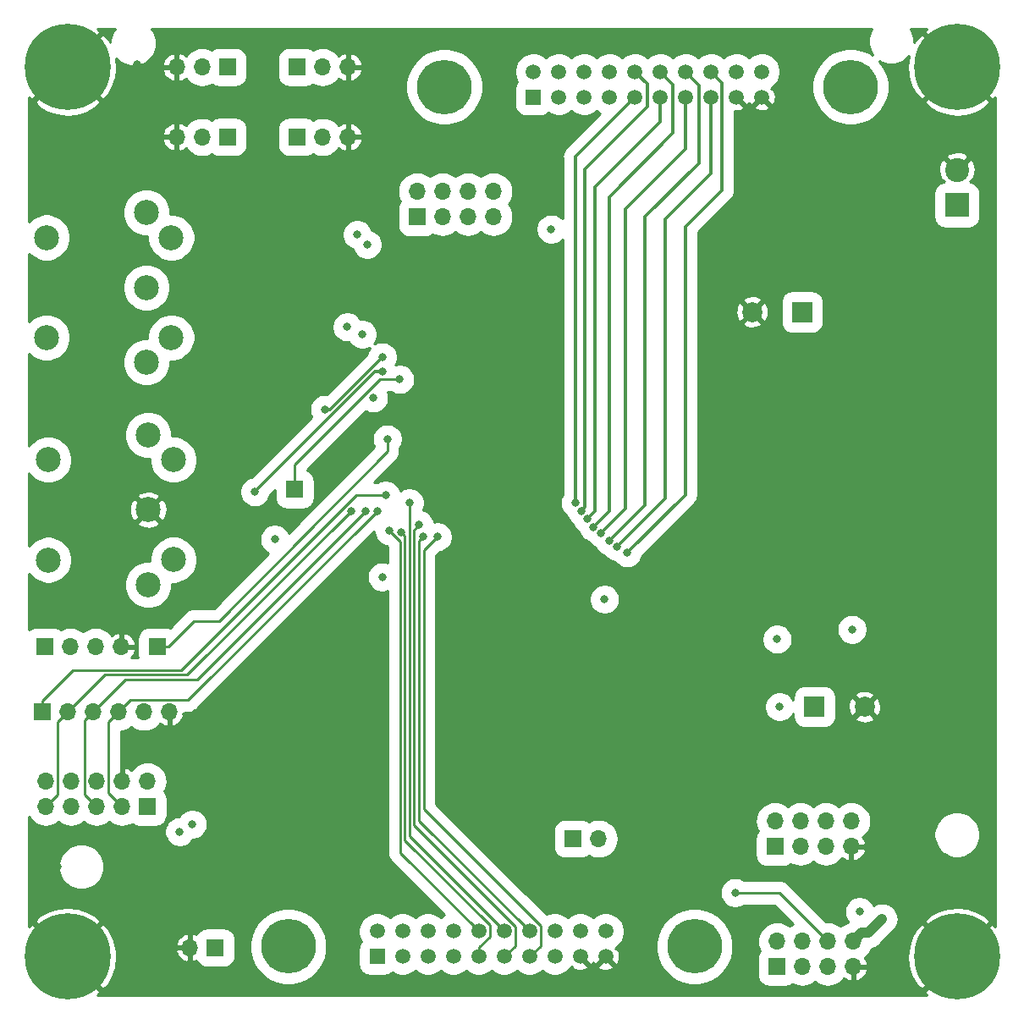
<source format=gbr>
G04 #@! TF.GenerationSoftware,KiCad,Pcbnew,(5.1.4-0-10_14)*
G04 #@! TF.CreationDate,2020-11-17T22:31:18+01:00*
G04 #@! TF.ProjectId,matrix_scanner,6d617472-6978-45f7-9363-616e6e65722e,rev?*
G04 #@! TF.SameCoordinates,Original*
G04 #@! TF.FileFunction,Copper,L4,Bot*
G04 #@! TF.FilePolarity,Positive*
%FSLAX46Y46*%
G04 Gerber Fmt 4.6, Leading zero omitted, Abs format (unit mm)*
G04 Created by KiCad (PCBNEW (5.1.4-0-10_14)) date 2020-11-17 22:31:18*
%MOMM*%
%LPD*%
G04 APERTURE LIST*
%ADD10R,1.700000X1.700000*%
%ADD11O,1.700000X1.700000*%
%ADD12C,2.499360*%
%ADD13C,5.460000*%
%ADD14C,1.520000*%
%ADD15R,1.520000X1.520000*%
%ADD16C,2.400000*%
%ADD17R,2.400000X2.400000*%
%ADD18C,0.900000*%
%ADD19C,8.600000*%
%ADD20C,2.000000*%
%ADD21R,2.000000X2.000000*%
%ADD22C,0.800000*%
%ADD23C,1.000000*%
%ADD24C,0.250000*%
%ADD25C,0.300000*%
%ADD26C,0.254000*%
G04 APERTURE END LIST*
D10*
X39750000Y-59250000D03*
X26000000Y-75000000D03*
D11*
X29260000Y-105100000D03*
D10*
X31800000Y-105100000D03*
D12*
X14902300Y-34048740D03*
X14902300Y-44051260D03*
X27399100Y-34053820D03*
X24897200Y-46548080D03*
X24899740Y-39050000D03*
X27399100Y-44046180D03*
X24897200Y-31551920D03*
D11*
X70140000Y-94200000D03*
D10*
X67600000Y-94200000D03*
D11*
X27200000Y-81500000D03*
X24660000Y-81500000D03*
X22120000Y-81500000D03*
X19580000Y-81500000D03*
X17040000Y-81500000D03*
D10*
X14500000Y-81500000D03*
D12*
X15102300Y-56298740D03*
X15102300Y-66301260D03*
X27599100Y-56303820D03*
X25097200Y-68798080D03*
X25099740Y-61300000D03*
X27599100Y-66296180D03*
X25097200Y-53801920D03*
D11*
X95620000Y-104460000D03*
X95620000Y-107000000D03*
X93080000Y-104460000D03*
X93080000Y-107000000D03*
X90540000Y-104460000D03*
X90540000Y-107000000D03*
X88000000Y-104460000D03*
D10*
X88000000Y-107000000D03*
D11*
X95420000Y-92460000D03*
X95420000Y-95000000D03*
X92880000Y-92460000D03*
X92880000Y-95000000D03*
X90340000Y-92460000D03*
X90340000Y-95000000D03*
X87800000Y-92460000D03*
D10*
X87800000Y-95000000D03*
D11*
X22370000Y-75000000D03*
X19830000Y-75000000D03*
X17290000Y-75000000D03*
D10*
X14750000Y-75000000D03*
D11*
X59620000Y-29460000D03*
X59620000Y-32000000D03*
X57080000Y-29460000D03*
X57080000Y-32000000D03*
X54540000Y-29460000D03*
X54540000Y-32000000D03*
X52000000Y-29460000D03*
D10*
X52000000Y-32000000D03*
D13*
X79750000Y-104980000D03*
X39110000Y-104980000D03*
D14*
X70860000Y-103460000D03*
X70860000Y-106000000D03*
X68320000Y-103460000D03*
X68320000Y-106000000D03*
X65780000Y-103460000D03*
X65780000Y-106000000D03*
X63240000Y-103460000D03*
X63240000Y-106000000D03*
X60700000Y-103460000D03*
X60700000Y-106000000D03*
X58160000Y-103460000D03*
X58160000Y-106000000D03*
X55620000Y-103460000D03*
X55620000Y-106000000D03*
X53080000Y-103460000D03*
X53080000Y-106000000D03*
X50540000Y-103460000D03*
X50540000Y-106000000D03*
X48000000Y-103460000D03*
D15*
X48000000Y-106000000D03*
D13*
X95350000Y-18980000D03*
X54710000Y-18980000D03*
D14*
X86460000Y-17460000D03*
X86460000Y-20000000D03*
X83920000Y-17460000D03*
X83920000Y-20000000D03*
X81380000Y-17460000D03*
X81380000Y-20000000D03*
X78840000Y-17460000D03*
X78840000Y-20000000D03*
X76300000Y-17460000D03*
X76300000Y-20000000D03*
X73760000Y-17460000D03*
X73760000Y-20000000D03*
X71220000Y-17460000D03*
X71220000Y-20000000D03*
X68680000Y-17460000D03*
X68680000Y-20000000D03*
X66140000Y-17460000D03*
X66140000Y-20000000D03*
X63600000Y-17460000D03*
D15*
X63600000Y-20000000D03*
D11*
X45080000Y-24000000D03*
X42540000Y-24000000D03*
D10*
X40000000Y-24000000D03*
D11*
X45080000Y-17000000D03*
X42540000Y-17000000D03*
D10*
X40000000Y-17000000D03*
D11*
X27920000Y-17000000D03*
X30460000Y-17000000D03*
D10*
X33000000Y-17000000D03*
D11*
X27920000Y-24000000D03*
X30460000Y-24000000D03*
D10*
X33000000Y-24000000D03*
D11*
X14840000Y-88460000D03*
X14840000Y-91000000D03*
X17380000Y-88460000D03*
X17380000Y-91000000D03*
X19920000Y-88460000D03*
X19920000Y-91000000D03*
X22460000Y-88460000D03*
X22460000Y-91000000D03*
X25000000Y-88460000D03*
D10*
X25000000Y-91000000D03*
D16*
X106000000Y-27300000D03*
D17*
X106000000Y-30800000D03*
D18*
X19280419Y-14719581D03*
X17000000Y-13775000D03*
X14719581Y-14719581D03*
X13775000Y-17000000D03*
X14719581Y-19280419D03*
X17000000Y-20225000D03*
X19280419Y-19280419D03*
X20225000Y-17000000D03*
D19*
X17000000Y-17000000D03*
D18*
X19280419Y-103719581D03*
X17000000Y-102775000D03*
X14719581Y-103719581D03*
X13775000Y-106000000D03*
X14719581Y-108280419D03*
X17000000Y-109225000D03*
X19280419Y-108280419D03*
X20225000Y-106000000D03*
D19*
X17000000Y-106000000D03*
D18*
X108280419Y-14719581D03*
X106000000Y-13775000D03*
X103719581Y-14719581D03*
X102775000Y-17000000D03*
X103719581Y-19280419D03*
X106000000Y-20225000D03*
X108280419Y-19280419D03*
X109225000Y-17000000D03*
D19*
X106000000Y-17000000D03*
D18*
X108280419Y-103719581D03*
X106000000Y-102775000D03*
X103719581Y-103719581D03*
X102775000Y-106000000D03*
X103719581Y-108280419D03*
X106000000Y-109225000D03*
X108280419Y-108280419D03*
X109225000Y-106000000D03*
D19*
X106000000Y-106000000D03*
D20*
X85500000Y-41500000D03*
D21*
X90500000Y-41500000D03*
D20*
X96750000Y-81000000D03*
D21*
X91750000Y-81000000D03*
D22*
X107500000Y-56500000D03*
X102750000Y-53500000D03*
X107500000Y-53500000D03*
X107500000Y-50750000D03*
X105250000Y-50750000D03*
X102750000Y-50750000D03*
X48500000Y-71000000D03*
X58350000Y-72150000D03*
X47250000Y-52250000D03*
X44000000Y-56000000D03*
X44000000Y-56000000D03*
X45500000Y-56250000D03*
X26000000Y-95250000D03*
X51000000Y-40000000D03*
X51000000Y-43000000D03*
X45250000Y-37500000D03*
X45000000Y-35500000D03*
X42750000Y-33000000D03*
X42750000Y-35250000D03*
X40250000Y-32750000D03*
X40500000Y-30750000D03*
X105250000Y-53500000D03*
X105250000Y-56500000D03*
X102750000Y-56500000D03*
X16000000Y-97000000D03*
X25500000Y-104750000D03*
X29750000Y-87750000D03*
X23500000Y-85250000D03*
X27500000Y-85000000D03*
X30500000Y-81500000D03*
X20500000Y-66500000D03*
X20500000Y-60000000D03*
X20500000Y-51250000D03*
X20500000Y-41250000D03*
X20500000Y-31500000D03*
X26250000Y-20250000D03*
X24000000Y-16750000D03*
X37000000Y-19500000D03*
X45250000Y-20500000D03*
X48000000Y-26500000D03*
X50250000Y-23500000D03*
X53250000Y-26250000D03*
X54750000Y-24000000D03*
X59000000Y-25500000D03*
X101000000Y-24250000D03*
X100750000Y-21000000D03*
X101000000Y-28250000D03*
X90500000Y-24250000D03*
X88000000Y-29750000D03*
X81750000Y-33250000D03*
X88000000Y-33250000D03*
X81750000Y-37000000D03*
X81750000Y-41750000D03*
X81750000Y-47000000D03*
X106750000Y-64250000D03*
X100250000Y-64000000D03*
X100250000Y-69750000D03*
X106750000Y-69250000D03*
X106750000Y-76750000D03*
X100250000Y-76500000D03*
X106750000Y-84500000D03*
X100250000Y-84250000D03*
X43750000Y-76500000D03*
X43750000Y-87250000D03*
X36000000Y-82250000D03*
X56750000Y-76250000D03*
X56750000Y-87250000D03*
X71500000Y-75500000D03*
X73000000Y-72750000D03*
X71250000Y-82000000D03*
X100250000Y-98000000D03*
X106750000Y-97250000D03*
X81750000Y-76250000D03*
X81750000Y-61500000D03*
X54750000Y-48250000D03*
X54750000Y-50500000D03*
X54750000Y-52750000D03*
X54750000Y-55000000D03*
X54750000Y-57000000D03*
X59250000Y-57000000D03*
X59250000Y-55000000D03*
X59250000Y-52750000D03*
X59250000Y-50500000D03*
X59250000Y-48250000D03*
X63750000Y-48000000D03*
X63500000Y-50500000D03*
X63500000Y-52750000D03*
X63500000Y-55000000D03*
X63500000Y-57000000D03*
X65500000Y-98500000D03*
X71500000Y-98500000D03*
X39750000Y-53000000D03*
X21500000Y-100250000D03*
X46000000Y-33750000D03*
X47000000Y-34750000D03*
X48500000Y-68000000D03*
X47612653Y-50112653D03*
X45000000Y-43000000D03*
X46500000Y-43750000D03*
X70750000Y-70250000D03*
X96250000Y-101500000D03*
X98250000Y-102500000D03*
X28250000Y-93500000D03*
X29500000Y-92750000D03*
X37750000Y-64250000D03*
X88250000Y-81000000D03*
X88000000Y-74250000D03*
X95500000Y-73250000D03*
X65400000Y-33200000D03*
X45400000Y-61400000D03*
X46800000Y-61400000D03*
X48000000Y-61400000D03*
X73000000Y-65600000D03*
X72000000Y-65000000D03*
X71200000Y-64400000D03*
X70400019Y-63599981D03*
X69600000Y-63000000D03*
X69000000Y-62200000D03*
X68400000Y-61400000D03*
X67800000Y-60600000D03*
X52600000Y-64000000D03*
X54000000Y-64000000D03*
X52200000Y-62800000D03*
X51200020Y-60599980D03*
X50412653Y-63587347D03*
X49200000Y-63400000D03*
X83800000Y-99600000D03*
X48830858Y-59830858D03*
X48500000Y-47500000D03*
X35750000Y-59500000D03*
X49000000Y-54200000D03*
X50250000Y-48250000D03*
X48500000Y-46000000D03*
X42750000Y-51250000D03*
D23*
X96469999Y-103610001D02*
X97139999Y-103610001D01*
X95620000Y-104460000D02*
X96469999Y-103610001D01*
X97139999Y-103610001D02*
X98500000Y-102250000D01*
D24*
X15689999Y-90150001D02*
X14840000Y-91000000D01*
X16015001Y-89824999D02*
X15689999Y-90150001D01*
X16015001Y-82524999D02*
X16015001Y-89824999D01*
X17040000Y-81500000D02*
X16015001Y-82524999D01*
X20740000Y-77800000D02*
X29000000Y-77800000D01*
X17040000Y-81500000D02*
X20740000Y-77800000D01*
X29000000Y-77800000D02*
X45400000Y-61400000D01*
X19070001Y-90150001D02*
X19920000Y-91000000D01*
X18730001Y-89810001D02*
X19070001Y-90150001D01*
X18730001Y-82349999D02*
X18730001Y-89810001D01*
X19580000Y-81500000D02*
X18730001Y-82349999D01*
X19580000Y-81500000D02*
X21298205Y-79781795D01*
X22829990Y-78250010D02*
X29949990Y-78250010D01*
X19580000Y-81500000D02*
X22829990Y-78250010D01*
X29949990Y-78250010D02*
X46800000Y-61400000D01*
X21095001Y-89635001D02*
X21610001Y-90150001D01*
X21095001Y-82524999D02*
X21095001Y-89635001D01*
X21610001Y-90150001D02*
X22460000Y-91000000D01*
X22120000Y-81500000D02*
X21095001Y-82524999D01*
X23295001Y-80324999D02*
X26475001Y-80324999D01*
X22120000Y-81500000D02*
X23295001Y-80324999D01*
X29075001Y-80324999D02*
X48000000Y-61400000D01*
X23295001Y-80324999D02*
X29075001Y-80324999D01*
D25*
X82139999Y-18219999D02*
X81380000Y-17460000D01*
X82490001Y-18570001D02*
X82139999Y-18219999D01*
X82490001Y-29309999D02*
X82490001Y-26009999D01*
X78800000Y-33000000D02*
X82400000Y-29400000D01*
X78800000Y-59800000D02*
X78800000Y-33000000D01*
X73000000Y-65600000D02*
X78800000Y-59800000D01*
X82490001Y-26009999D02*
X82490001Y-18570001D01*
X82400000Y-29400000D02*
X82490001Y-29309999D01*
X76800000Y-32200000D02*
X81380000Y-27620000D01*
X76800000Y-60200000D02*
X76800000Y-47200000D01*
X81380000Y-27620000D02*
X81380000Y-20000000D01*
X72000000Y-65000000D02*
X76800000Y-60200000D01*
X76800000Y-33200000D02*
X76800000Y-32200000D01*
X76800000Y-37200000D02*
X76800000Y-33200000D01*
X76800000Y-47200000D02*
X76800000Y-42200000D01*
X76800000Y-42200000D02*
X76800000Y-37200000D01*
X80200000Y-18820000D02*
X78840000Y-17460000D01*
X80200000Y-26600000D02*
X80200000Y-18820000D01*
X74800000Y-32000000D02*
X80200000Y-26600000D01*
X74800000Y-60800000D02*
X74800000Y-32000000D01*
X71200000Y-64400000D02*
X74800000Y-60800000D01*
X78840000Y-25160000D02*
X78840000Y-20000000D01*
X72800000Y-31200000D02*
X78840000Y-25160000D01*
X72800000Y-61200000D02*
X72800000Y-31200000D01*
X70400019Y-63599981D02*
X72800000Y-61200000D01*
X69600000Y-63000000D02*
X71200000Y-61400000D01*
X77600000Y-23600000D02*
X71200000Y-30000000D01*
X77600000Y-18760000D02*
X77600000Y-23600000D01*
X76300000Y-17460000D02*
X77600000Y-18760000D01*
X71200000Y-61400000D02*
X71200000Y-30000000D01*
X76300000Y-22500000D02*
X76300000Y-20000000D01*
X69800000Y-29000000D02*
X76300000Y-22500000D01*
X69800000Y-61400000D02*
X69800000Y-29000000D01*
X69000000Y-62200000D02*
X69800000Y-61400000D01*
X68799999Y-61000001D02*
X68799999Y-27200001D01*
X68400000Y-61400000D02*
X68799999Y-61000001D01*
X68799999Y-27200001D02*
X75000000Y-21000000D01*
X75000000Y-18700000D02*
X73760000Y-17460000D01*
X75000000Y-21000000D02*
X75000000Y-18700000D01*
X67800000Y-25960000D02*
X73760000Y-20000000D01*
X67800000Y-60600000D02*
X67800000Y-25960000D01*
D24*
X63240000Y-103460000D02*
X52200000Y-92420000D01*
X52200000Y-92420000D02*
X52200000Y-89000000D01*
X52200000Y-64400000D02*
X52600000Y-64000000D01*
X52200000Y-89000000D02*
X52200000Y-64400000D01*
X64325001Y-102939199D02*
X52650010Y-91264208D01*
X64325001Y-104914999D02*
X64325001Y-102939199D01*
X63240000Y-106000000D02*
X64325001Y-104914999D01*
X52650010Y-91264208D02*
X52650010Y-89186400D01*
X52650010Y-89186400D02*
X52650010Y-65349990D01*
X52650010Y-65349990D02*
X54000000Y-64000000D01*
X61785001Y-102985001D02*
X51650030Y-92850030D01*
X61785001Y-104914999D02*
X61785001Y-102985001D01*
X60700000Y-106000000D02*
X61785001Y-104914999D01*
X51650030Y-63349970D02*
X52200000Y-62800000D01*
X51650030Y-92850030D02*
X51650030Y-63349970D01*
X60700000Y-103460000D02*
X51200020Y-93960020D01*
X51200020Y-93960020D02*
X51200020Y-60599980D01*
X58160000Y-105065802D02*
X59245001Y-103980801D01*
X59245001Y-103980801D02*
X59245001Y-102845001D01*
X58160000Y-106000000D02*
X58160000Y-105065802D01*
X59245001Y-102845001D02*
X50750010Y-94350010D01*
X50750010Y-63924704D02*
X50412653Y-63587347D01*
X50750010Y-94350010D02*
X50750010Y-63924704D01*
X58160000Y-103460000D02*
X50300000Y-95600000D01*
X50300000Y-95600000D02*
X50300000Y-64500000D01*
X50300000Y-64500000D02*
X49200000Y-63400000D01*
X88220000Y-99600000D02*
X93080000Y-104460000D01*
X83800000Y-99600000D02*
X88220000Y-99600000D01*
X28377008Y-77349990D02*
X45926998Y-59800000D01*
X17550010Y-77349990D02*
X28377008Y-77349990D01*
X14500000Y-80400000D02*
X17550010Y-77349990D01*
X14500000Y-81500000D02*
X14500000Y-80400000D01*
X48800000Y-59800000D02*
X48830858Y-59830858D01*
X45926998Y-59800000D02*
X48800000Y-59800000D01*
D25*
X47750000Y-47500000D02*
X35750000Y-59500000D01*
X48500000Y-47500000D02*
X47750000Y-47500000D01*
D24*
X49000000Y-55400000D02*
X49000000Y-54200000D01*
X32166487Y-72416487D02*
X49000000Y-55400000D01*
X29683513Y-72416487D02*
X32166487Y-72416487D01*
X27100000Y-75000000D02*
X29683513Y-72416487D01*
X26000000Y-75000000D02*
X27100000Y-75000000D01*
X48450000Y-48250000D02*
X50250000Y-48250000D01*
X48250000Y-48250000D02*
X48450000Y-48250000D01*
X39750000Y-56750000D02*
X48250000Y-48250000D01*
X39750000Y-59250000D02*
X39750000Y-56750000D01*
D25*
X43250000Y-51250000D02*
X42750000Y-51250000D01*
X48500000Y-46000000D02*
X43250000Y-51250000D01*
D26*
G36*
X21550415Y-13504474D02*
G01*
X21376071Y-13925378D01*
X21287191Y-14372208D01*
X21287191Y-14546778D01*
X21160394Y-14301560D01*
X21085149Y-14188946D01*
X20482818Y-13696787D01*
X17179605Y-17000000D01*
X20482818Y-20303213D01*
X21085149Y-19811054D01*
X21555063Y-18960067D01*
X21849929Y-18033757D01*
X21925940Y-17356891D01*
X26478519Y-17356891D01*
X26575843Y-17631252D01*
X26724822Y-17881355D01*
X26919731Y-18097588D01*
X27153080Y-18271641D01*
X27415901Y-18396825D01*
X27563110Y-18441476D01*
X27793000Y-18320155D01*
X27793000Y-17127000D01*
X26599186Y-17127000D01*
X26478519Y-17356891D01*
X21925940Y-17356891D01*
X21958414Y-17067719D01*
X21880801Y-16151607D01*
X22125670Y-16396476D01*
X22504474Y-16649585D01*
X22925378Y-16823929D01*
X23372208Y-16912809D01*
X23827792Y-16912809D01*
X24274622Y-16823929D01*
X24695526Y-16649585D01*
X24705218Y-16643109D01*
X26478519Y-16643109D01*
X26599186Y-16873000D01*
X27793000Y-16873000D01*
X27793000Y-15679845D01*
X28047000Y-15679845D01*
X28047000Y-16873000D01*
X28067000Y-16873000D01*
X28067000Y-17127000D01*
X28047000Y-17127000D01*
X28047000Y-18320155D01*
X28276890Y-18441476D01*
X28424099Y-18396825D01*
X28686920Y-18271641D01*
X28847674Y-18151736D01*
X29055286Y-18404714D01*
X29356324Y-18651768D01*
X29699774Y-18835347D01*
X30072440Y-18948394D01*
X30362884Y-18977000D01*
X30557116Y-18977000D01*
X30847560Y-18948394D01*
X31220226Y-18835347D01*
X31434555Y-18720785D01*
X31520843Y-18791600D01*
X31716629Y-18896250D01*
X31929069Y-18960693D01*
X32150000Y-18982453D01*
X33850000Y-18982453D01*
X34070931Y-18960693D01*
X34283371Y-18896250D01*
X34479157Y-18791600D01*
X34650765Y-18650765D01*
X34791600Y-18479157D01*
X34896250Y-18283371D01*
X34960693Y-18070931D01*
X34982453Y-17850000D01*
X34982453Y-16150000D01*
X38017547Y-16150000D01*
X38017547Y-17850000D01*
X38039307Y-18070931D01*
X38103750Y-18283371D01*
X38208400Y-18479157D01*
X38349235Y-18650765D01*
X38520843Y-18791600D01*
X38716629Y-18896250D01*
X38929069Y-18960693D01*
X39150000Y-18982453D01*
X40850000Y-18982453D01*
X41070931Y-18960693D01*
X41283371Y-18896250D01*
X41479157Y-18791600D01*
X41565445Y-18720785D01*
X41779774Y-18835347D01*
X42152440Y-18948394D01*
X42442884Y-18977000D01*
X42637116Y-18977000D01*
X42927560Y-18948394D01*
X43300226Y-18835347D01*
X43643676Y-18651768D01*
X43706610Y-18600119D01*
X50853000Y-18600119D01*
X50853000Y-19359881D01*
X51001223Y-20105045D01*
X51291971Y-20806974D01*
X51714073Y-21438694D01*
X52251306Y-21975927D01*
X52883026Y-22398029D01*
X53584955Y-22688777D01*
X54330119Y-22837000D01*
X55089881Y-22837000D01*
X55835045Y-22688777D01*
X56536974Y-22398029D01*
X57168694Y-21975927D01*
X57705927Y-21438694D01*
X58128029Y-20806974D01*
X58418777Y-20105045D01*
X58567000Y-19359881D01*
X58567000Y-19240000D01*
X61707547Y-19240000D01*
X61707547Y-20760000D01*
X61729307Y-20980931D01*
X61793750Y-21193371D01*
X61898400Y-21389157D01*
X62039235Y-21560765D01*
X62210843Y-21701600D01*
X62406629Y-21806250D01*
X62619069Y-21870693D01*
X62840000Y-21892453D01*
X64360000Y-21892453D01*
X64580931Y-21870693D01*
X64793371Y-21806250D01*
X64989157Y-21701600D01*
X65124223Y-21590754D01*
X65246171Y-21672237D01*
X65589583Y-21814483D01*
X65954147Y-21887000D01*
X66325853Y-21887000D01*
X66690417Y-21814483D01*
X67033829Y-21672237D01*
X67342892Y-21465728D01*
X67410000Y-21398620D01*
X67477108Y-21465728D01*
X67786171Y-21672237D01*
X68129583Y-21814483D01*
X68494147Y-21887000D01*
X68865853Y-21887000D01*
X69230417Y-21814483D01*
X69573829Y-21672237D01*
X69882892Y-21465728D01*
X69950000Y-21398620D01*
X70017108Y-21465728D01*
X70299580Y-21654469D01*
X66941380Y-25012670D01*
X66892657Y-25052656D01*
X66733077Y-25247104D01*
X66653050Y-25396825D01*
X66614499Y-25468949D01*
X66541478Y-25709665D01*
X66516822Y-25960000D01*
X66523001Y-26022736D01*
X66523001Y-32163496D01*
X66373406Y-32013901D01*
X66123306Y-31846790D01*
X65845410Y-31731681D01*
X65550396Y-31673000D01*
X65249604Y-31673000D01*
X64954590Y-31731681D01*
X64676694Y-31846790D01*
X64426594Y-32013901D01*
X64213901Y-32226594D01*
X64046790Y-32476694D01*
X63931681Y-32754590D01*
X63873000Y-33049604D01*
X63873000Y-33350396D01*
X63931681Y-33645410D01*
X64046790Y-33923306D01*
X64213901Y-34173406D01*
X64426594Y-34386099D01*
X64676694Y-34553210D01*
X64954590Y-34668319D01*
X65249604Y-34727000D01*
X65550396Y-34727000D01*
X65845410Y-34668319D01*
X66123306Y-34553210D01*
X66373406Y-34386099D01*
X66523001Y-34236504D01*
X66523000Y-59762637D01*
X66446790Y-59876694D01*
X66331681Y-60154590D01*
X66273000Y-60449604D01*
X66273000Y-60750396D01*
X66331681Y-61045410D01*
X66446790Y-61323306D01*
X66613901Y-61573406D01*
X66826594Y-61786099D01*
X66937927Y-61860489D01*
X67046790Y-62123306D01*
X67213901Y-62373406D01*
X67426594Y-62586099D01*
X67537927Y-62660489D01*
X67646790Y-62923306D01*
X67813901Y-63173406D01*
X68026594Y-63386099D01*
X68137927Y-63460489D01*
X68246790Y-63723306D01*
X68413901Y-63973406D01*
X68626594Y-64186099D01*
X68876694Y-64353210D01*
X69139555Y-64462091D01*
X69213920Y-64573387D01*
X69426613Y-64786080D01*
X69676713Y-64953191D01*
X69796956Y-65002998D01*
X69846790Y-65123306D01*
X70013901Y-65373406D01*
X70226594Y-65586099D01*
X70476694Y-65753210D01*
X70739511Y-65862073D01*
X70813901Y-65973406D01*
X71026594Y-66186099D01*
X71276694Y-66353210D01*
X71554590Y-66468319D01*
X71772668Y-66511697D01*
X71813901Y-66573406D01*
X72026594Y-66786099D01*
X72276694Y-66953210D01*
X72554590Y-67068319D01*
X72849604Y-67127000D01*
X73150396Y-67127000D01*
X73445410Y-67068319D01*
X73723306Y-66953210D01*
X73973406Y-66786099D01*
X74186099Y-66573406D01*
X74353210Y-66323306D01*
X74468319Y-66045410D01*
X74495080Y-65910870D01*
X79658622Y-60747329D01*
X79707344Y-60707344D01*
X79866924Y-60512896D01*
X79985502Y-60291051D01*
X79994095Y-60262725D01*
X80058523Y-60050336D01*
X80083178Y-59800000D01*
X80077000Y-59737272D01*
X80077000Y-42635413D01*
X84544192Y-42635413D01*
X84639956Y-42899814D01*
X84929571Y-43040704D01*
X85241108Y-43122384D01*
X85562595Y-43141718D01*
X85881675Y-43097961D01*
X86186088Y-42992795D01*
X86360044Y-42899814D01*
X86455808Y-42635413D01*
X85500000Y-41679605D01*
X84544192Y-42635413D01*
X80077000Y-42635413D01*
X80077000Y-41562595D01*
X83858282Y-41562595D01*
X83902039Y-41881675D01*
X84007205Y-42186088D01*
X84100186Y-42360044D01*
X84364587Y-42455808D01*
X85320395Y-41500000D01*
X85679605Y-41500000D01*
X86635413Y-42455808D01*
X86899814Y-42360044D01*
X87040704Y-42070429D01*
X87122384Y-41758892D01*
X87141718Y-41437405D01*
X87097961Y-41118325D01*
X86992795Y-40813912D01*
X86899814Y-40639956D01*
X86635413Y-40544192D01*
X85679605Y-41500000D01*
X85320395Y-41500000D01*
X84364587Y-40544192D01*
X84100186Y-40639956D01*
X83959296Y-40929571D01*
X83877616Y-41241108D01*
X83858282Y-41562595D01*
X80077000Y-41562595D01*
X80077000Y-40364587D01*
X84544192Y-40364587D01*
X85500000Y-41320395D01*
X86320395Y-40500000D01*
X88367547Y-40500000D01*
X88367547Y-42500000D01*
X88389307Y-42720931D01*
X88453750Y-42933371D01*
X88558400Y-43129157D01*
X88699235Y-43300765D01*
X88870843Y-43441600D01*
X89066629Y-43546250D01*
X89279069Y-43610693D01*
X89500000Y-43632453D01*
X91500000Y-43632453D01*
X91720931Y-43610693D01*
X91933371Y-43546250D01*
X92129157Y-43441600D01*
X92300765Y-43300765D01*
X92441600Y-43129157D01*
X92546250Y-42933371D01*
X92610693Y-42720931D01*
X92632453Y-42500000D01*
X92632453Y-40500000D01*
X92610693Y-40279069D01*
X92546250Y-40066629D01*
X92441600Y-39870843D01*
X92300765Y-39699235D01*
X92129157Y-39558400D01*
X91933371Y-39453750D01*
X91720931Y-39389307D01*
X91500000Y-39367547D01*
X89500000Y-39367547D01*
X89279069Y-39389307D01*
X89066629Y-39453750D01*
X88870843Y-39558400D01*
X88699235Y-39699235D01*
X88558400Y-39870843D01*
X88453750Y-40066629D01*
X88389307Y-40279069D01*
X88367547Y-40500000D01*
X86320395Y-40500000D01*
X86455808Y-40364587D01*
X86360044Y-40100186D01*
X86070429Y-39959296D01*
X85758892Y-39877616D01*
X85437405Y-39858282D01*
X85118325Y-39902039D01*
X84813912Y-40007205D01*
X84639956Y-40100186D01*
X84544192Y-40364587D01*
X80077000Y-40364587D01*
X80077000Y-33528950D01*
X83347329Y-30258622D01*
X83347334Y-30258616D01*
X83348617Y-30257333D01*
X83397345Y-30217343D01*
X83556925Y-30022895D01*
X83675503Y-29801050D01*
X83697654Y-29728029D01*
X83736491Y-29600000D01*
X103667547Y-29600000D01*
X103667547Y-32000000D01*
X103689307Y-32220931D01*
X103753750Y-32433371D01*
X103858400Y-32629157D01*
X103999235Y-32800765D01*
X104170843Y-32941600D01*
X104366629Y-33046250D01*
X104579069Y-33110693D01*
X104800000Y-33132453D01*
X107200000Y-33132453D01*
X107420931Y-33110693D01*
X107633371Y-33046250D01*
X107829157Y-32941600D01*
X108000765Y-32800765D01*
X108141600Y-32629157D01*
X108246250Y-32433371D01*
X108310693Y-32220931D01*
X108332453Y-32000000D01*
X108332453Y-29600000D01*
X108310693Y-29379069D01*
X108246250Y-29166629D01*
X108141600Y-28970843D01*
X108000765Y-28799235D01*
X107829157Y-28658400D01*
X107633371Y-28553750D01*
X107420931Y-28489307D01*
X107363232Y-28483624D01*
X107277981Y-28398373D01*
X107562836Y-28278486D01*
X107723699Y-27954790D01*
X107818322Y-27605931D01*
X107843067Y-27245316D01*
X107796985Y-26886802D01*
X107681846Y-26544167D01*
X107562836Y-26321514D01*
X107277980Y-26201626D01*
X106179605Y-27300000D01*
X106193748Y-27314142D01*
X106014142Y-27493748D01*
X106000000Y-27479605D01*
X105985858Y-27493748D01*
X105806252Y-27314142D01*
X105820395Y-27300000D01*
X104722020Y-26201626D01*
X104437164Y-26321514D01*
X104276301Y-26645210D01*
X104181678Y-26994069D01*
X104156933Y-27354684D01*
X104203015Y-27713198D01*
X104318154Y-28055833D01*
X104437164Y-28278486D01*
X104722019Y-28398373D01*
X104636768Y-28483624D01*
X104579069Y-28489307D01*
X104366629Y-28553750D01*
X104170843Y-28658400D01*
X103999235Y-28799235D01*
X103858400Y-28970843D01*
X103753750Y-29166629D01*
X103689307Y-29379069D01*
X103667547Y-29600000D01*
X83736491Y-29600000D01*
X83748524Y-29560334D01*
X83773179Y-29309999D01*
X83767001Y-29247271D01*
X83767001Y-26022020D01*
X104901626Y-26022020D01*
X106000000Y-27120395D01*
X107098374Y-26022020D01*
X106978486Y-25737164D01*
X106654790Y-25576301D01*
X106305931Y-25481678D01*
X105945316Y-25456933D01*
X105586802Y-25503015D01*
X105244167Y-25618154D01*
X105021514Y-25737164D01*
X104901626Y-26022020D01*
X83767001Y-26022020D01*
X83767001Y-21389370D01*
X83992097Y-21399895D01*
X84263817Y-21358931D01*
X84522326Y-21265744D01*
X84637794Y-21204025D01*
X84704531Y-20964137D01*
X85675469Y-20964137D01*
X85742206Y-21204025D01*
X85990892Y-21320924D01*
X86257606Y-21387061D01*
X86532097Y-21399895D01*
X86803817Y-21358931D01*
X87062326Y-21265744D01*
X87177794Y-21204025D01*
X87244531Y-20964137D01*
X86460000Y-20179605D01*
X85675469Y-20964137D01*
X84704531Y-20964137D01*
X83920000Y-20179605D01*
X83905858Y-20193748D01*
X83767001Y-20054891D01*
X83767001Y-19945109D01*
X83905858Y-19806253D01*
X83920000Y-19820395D01*
X83934143Y-19806253D01*
X84113748Y-19985858D01*
X84099605Y-20000000D01*
X84884137Y-20784531D01*
X85124025Y-20717794D01*
X85187332Y-20583118D01*
X85194256Y-20602326D01*
X85255975Y-20717794D01*
X85495863Y-20784531D01*
X86280395Y-20000000D01*
X86266252Y-19985858D01*
X86445858Y-19806253D01*
X86460000Y-19820395D01*
X86474143Y-19806253D01*
X86653748Y-19985858D01*
X86639605Y-20000000D01*
X87424137Y-20784531D01*
X87664025Y-20717794D01*
X87780924Y-20469108D01*
X87847061Y-20202394D01*
X87859895Y-19927903D01*
X87818931Y-19656183D01*
X87725744Y-19397674D01*
X87664025Y-19282206D01*
X87424139Y-19215469D01*
X87540556Y-19099052D01*
X87485657Y-19044153D01*
X87662892Y-18925728D01*
X87925728Y-18662892D01*
X88132237Y-18353829D01*
X88274483Y-18010417D01*
X88347000Y-17645853D01*
X88347000Y-17274147D01*
X88274483Y-16909583D01*
X88132237Y-16566171D01*
X87925728Y-16257108D01*
X87662892Y-15994272D01*
X87353829Y-15787763D01*
X87010417Y-15645517D01*
X86645853Y-15573000D01*
X86274147Y-15573000D01*
X85909583Y-15645517D01*
X85566171Y-15787763D01*
X85257108Y-15994272D01*
X85190000Y-16061380D01*
X85122892Y-15994272D01*
X84813829Y-15787763D01*
X84470417Y-15645517D01*
X84105853Y-15573000D01*
X83734147Y-15573000D01*
X83369583Y-15645517D01*
X83026171Y-15787763D01*
X82717108Y-15994272D01*
X82650000Y-16061380D01*
X82582892Y-15994272D01*
X82273829Y-15787763D01*
X81930417Y-15645517D01*
X81565853Y-15573000D01*
X81194147Y-15573000D01*
X80829583Y-15645517D01*
X80486171Y-15787763D01*
X80177108Y-15994272D01*
X80110000Y-16061380D01*
X80042892Y-15994272D01*
X79733829Y-15787763D01*
X79390417Y-15645517D01*
X79025853Y-15573000D01*
X78654147Y-15573000D01*
X78289583Y-15645517D01*
X77946171Y-15787763D01*
X77637108Y-15994272D01*
X77570000Y-16061380D01*
X77502892Y-15994272D01*
X77193829Y-15787763D01*
X76850417Y-15645517D01*
X76485853Y-15573000D01*
X76114147Y-15573000D01*
X75749583Y-15645517D01*
X75406171Y-15787763D01*
X75097108Y-15994272D01*
X75030000Y-16061380D01*
X74962892Y-15994272D01*
X74653829Y-15787763D01*
X74310417Y-15645517D01*
X73945853Y-15573000D01*
X73574147Y-15573000D01*
X73209583Y-15645517D01*
X72866171Y-15787763D01*
X72557108Y-15994272D01*
X72490000Y-16061380D01*
X72422892Y-15994272D01*
X72113829Y-15787763D01*
X71770417Y-15645517D01*
X71405853Y-15573000D01*
X71034147Y-15573000D01*
X70669583Y-15645517D01*
X70326171Y-15787763D01*
X70017108Y-15994272D01*
X69950000Y-16061380D01*
X69882892Y-15994272D01*
X69573829Y-15787763D01*
X69230417Y-15645517D01*
X68865853Y-15573000D01*
X68494147Y-15573000D01*
X68129583Y-15645517D01*
X67786171Y-15787763D01*
X67477108Y-15994272D01*
X67410000Y-16061380D01*
X67342892Y-15994272D01*
X67033829Y-15787763D01*
X66690417Y-15645517D01*
X66325853Y-15573000D01*
X65954147Y-15573000D01*
X65589583Y-15645517D01*
X65246171Y-15787763D01*
X64937108Y-15994272D01*
X64870000Y-16061380D01*
X64802892Y-15994272D01*
X64493829Y-15787763D01*
X64150417Y-15645517D01*
X63785853Y-15573000D01*
X63414147Y-15573000D01*
X63049583Y-15645517D01*
X62706171Y-15787763D01*
X62397108Y-15994272D01*
X62134272Y-16257108D01*
X61927763Y-16566171D01*
X61785517Y-16909583D01*
X61713000Y-17274147D01*
X61713000Y-17645853D01*
X61785517Y-18010417D01*
X61927763Y-18353829D01*
X62009246Y-18475777D01*
X61898400Y-18610843D01*
X61793750Y-18806629D01*
X61729307Y-19019069D01*
X61707547Y-19240000D01*
X58567000Y-19240000D01*
X58567000Y-18600119D01*
X58418777Y-17854955D01*
X58128029Y-17153026D01*
X57705927Y-16521306D01*
X57168694Y-15984073D01*
X56536974Y-15561971D01*
X55835045Y-15271223D01*
X55089881Y-15123000D01*
X54330119Y-15123000D01*
X53584955Y-15271223D01*
X52883026Y-15561971D01*
X52251306Y-15984073D01*
X51714073Y-16521306D01*
X51291971Y-17153026D01*
X51001223Y-17854955D01*
X50853000Y-18600119D01*
X43706610Y-18600119D01*
X43944714Y-18404714D01*
X44152326Y-18151736D01*
X44313080Y-18271641D01*
X44575901Y-18396825D01*
X44723110Y-18441476D01*
X44953000Y-18320155D01*
X44953000Y-17127000D01*
X45207000Y-17127000D01*
X45207000Y-18320155D01*
X45436890Y-18441476D01*
X45584099Y-18396825D01*
X45846920Y-18271641D01*
X46080269Y-18097588D01*
X46275178Y-17881355D01*
X46424157Y-17631252D01*
X46521481Y-17356891D01*
X46400814Y-17127000D01*
X45207000Y-17127000D01*
X44953000Y-17127000D01*
X44933000Y-17127000D01*
X44933000Y-16873000D01*
X44953000Y-16873000D01*
X44953000Y-15679845D01*
X45207000Y-15679845D01*
X45207000Y-16873000D01*
X46400814Y-16873000D01*
X46521481Y-16643109D01*
X46424157Y-16368748D01*
X46275178Y-16118645D01*
X46080269Y-15902412D01*
X45846920Y-15728359D01*
X45584099Y-15603175D01*
X45436890Y-15558524D01*
X45207000Y-15679845D01*
X44953000Y-15679845D01*
X44723110Y-15558524D01*
X44575901Y-15603175D01*
X44313080Y-15728359D01*
X44152326Y-15848264D01*
X43944714Y-15595286D01*
X43643676Y-15348232D01*
X43300226Y-15164653D01*
X42927560Y-15051606D01*
X42637116Y-15023000D01*
X42442884Y-15023000D01*
X42152440Y-15051606D01*
X41779774Y-15164653D01*
X41565445Y-15279215D01*
X41479157Y-15208400D01*
X41283371Y-15103750D01*
X41070931Y-15039307D01*
X40850000Y-15017547D01*
X39150000Y-15017547D01*
X38929069Y-15039307D01*
X38716629Y-15103750D01*
X38520843Y-15208400D01*
X38349235Y-15349235D01*
X38208400Y-15520843D01*
X38103750Y-15716629D01*
X38039307Y-15929069D01*
X38017547Y-16150000D01*
X34982453Y-16150000D01*
X34960693Y-15929069D01*
X34896250Y-15716629D01*
X34791600Y-15520843D01*
X34650765Y-15349235D01*
X34479157Y-15208400D01*
X34283371Y-15103750D01*
X34070931Y-15039307D01*
X33850000Y-15017547D01*
X32150000Y-15017547D01*
X31929069Y-15039307D01*
X31716629Y-15103750D01*
X31520843Y-15208400D01*
X31434555Y-15279215D01*
X31220226Y-15164653D01*
X30847560Y-15051606D01*
X30557116Y-15023000D01*
X30362884Y-15023000D01*
X30072440Y-15051606D01*
X29699774Y-15164653D01*
X29356324Y-15348232D01*
X29055286Y-15595286D01*
X28847674Y-15848264D01*
X28686920Y-15728359D01*
X28424099Y-15603175D01*
X28276890Y-15558524D01*
X28047000Y-15679845D01*
X27793000Y-15679845D01*
X27563110Y-15558524D01*
X27415901Y-15603175D01*
X27153080Y-15728359D01*
X26919731Y-15902412D01*
X26724822Y-16118645D01*
X26575843Y-16368748D01*
X26478519Y-16643109D01*
X24705218Y-16643109D01*
X25074330Y-16396476D01*
X25396476Y-16074330D01*
X25649585Y-15695526D01*
X25823929Y-15274622D01*
X25912809Y-14827792D01*
X25912809Y-14372208D01*
X25823929Y-13925378D01*
X25649585Y-13504474D01*
X25414069Y-13152000D01*
X97452295Y-13152000D01*
X97350415Y-13304474D01*
X97176071Y-13725378D01*
X97087191Y-14172208D01*
X97087191Y-14627792D01*
X97176071Y-15074622D01*
X97350415Y-15495526D01*
X97570513Y-15824925D01*
X97176974Y-15561971D01*
X96475045Y-15271223D01*
X95729881Y-15123000D01*
X94970119Y-15123000D01*
X94224955Y-15271223D01*
X93523026Y-15561971D01*
X92891306Y-15984073D01*
X92354073Y-16521306D01*
X91931971Y-17153026D01*
X91641223Y-17854955D01*
X91493000Y-18600119D01*
X91493000Y-19359881D01*
X91641223Y-20105045D01*
X91931971Y-20806974D01*
X92354073Y-21438694D01*
X92891306Y-21975927D01*
X93523026Y-22398029D01*
X94224955Y-22688777D01*
X94970119Y-22837000D01*
X95729881Y-22837000D01*
X96475045Y-22688777D01*
X97176974Y-22398029D01*
X97808694Y-21975927D01*
X98345927Y-21438694D01*
X98768029Y-20806974D01*
X98902298Y-20482818D01*
X102696787Y-20482818D01*
X103188946Y-21085149D01*
X104039933Y-21555063D01*
X104966243Y-21849929D01*
X105932281Y-21958414D01*
X106900921Y-21876351D01*
X107834938Y-21606893D01*
X108698440Y-21160394D01*
X108811054Y-21085149D01*
X109303213Y-20482818D01*
X106000000Y-17179605D01*
X102696787Y-20482818D01*
X98902298Y-20482818D01*
X99058777Y-20105045D01*
X99207000Y-19359881D01*
X99207000Y-18600119D01*
X99058777Y-17854955D01*
X98768029Y-17153026D01*
X98345927Y-16521306D01*
X98213256Y-16388635D01*
X98304474Y-16449585D01*
X98725378Y-16623929D01*
X99172208Y-16712809D01*
X99627792Y-16712809D01*
X100074622Y-16623929D01*
X100495526Y-16449585D01*
X100874330Y-16196476D01*
X101171322Y-15899484D01*
X101150071Y-15966243D01*
X101041586Y-16932281D01*
X101123649Y-17900921D01*
X101393107Y-18834938D01*
X101839606Y-19698440D01*
X101914851Y-19811054D01*
X102517182Y-20303213D01*
X105820395Y-17000000D01*
X102517182Y-13696787D01*
X101914851Y-14188946D01*
X101712809Y-14554832D01*
X101712809Y-14172208D01*
X101623929Y-13725378D01*
X101449585Y-13304474D01*
X101347705Y-13152000D01*
X102995174Y-13152000D01*
X102696787Y-13517182D01*
X106000000Y-16820395D01*
X106014143Y-16806253D01*
X106193748Y-16985858D01*
X106179605Y-17000000D01*
X109482818Y-20303213D01*
X109848001Y-20004825D01*
X109848000Y-102995174D01*
X109482818Y-102696787D01*
X106179605Y-106000000D01*
X106193748Y-106014143D01*
X106014143Y-106193748D01*
X106000000Y-106179605D01*
X102696787Y-109482818D01*
X102995174Y-109848000D01*
X20004826Y-109848000D01*
X20303213Y-109482818D01*
X17000000Y-106179605D01*
X16985858Y-106193748D01*
X16806253Y-106014143D01*
X16820395Y-106000000D01*
X17179605Y-106000000D01*
X20482818Y-109303213D01*
X21085149Y-108811054D01*
X21555063Y-107960067D01*
X21849929Y-107033757D01*
X21958414Y-106067719D01*
X21906665Y-105456891D01*
X27818519Y-105456891D01*
X27915843Y-105731252D01*
X28064822Y-105981355D01*
X28259731Y-106197588D01*
X28493080Y-106371641D01*
X28755901Y-106496825D01*
X28903110Y-106541476D01*
X29133000Y-106420155D01*
X29133000Y-105227000D01*
X27939186Y-105227000D01*
X27818519Y-105456891D01*
X21906665Y-105456891D01*
X21876351Y-105099079D01*
X21773656Y-104743109D01*
X27818519Y-104743109D01*
X27939186Y-104973000D01*
X29133000Y-104973000D01*
X29133000Y-103779845D01*
X29387000Y-103779845D01*
X29387000Y-104973000D01*
X29407000Y-104973000D01*
X29407000Y-105227000D01*
X29387000Y-105227000D01*
X29387000Y-106420155D01*
X29616890Y-106541476D01*
X29764099Y-106496825D01*
X29923747Y-106420783D01*
X30008400Y-106579157D01*
X30149235Y-106750765D01*
X30320843Y-106891600D01*
X30516629Y-106996250D01*
X30729069Y-107060693D01*
X30950000Y-107082453D01*
X32650000Y-107082453D01*
X32870931Y-107060693D01*
X33083371Y-106996250D01*
X33279157Y-106891600D01*
X33450765Y-106750765D01*
X33591600Y-106579157D01*
X33696250Y-106383371D01*
X33760693Y-106170931D01*
X33782453Y-105950000D01*
X33782453Y-104600119D01*
X35253000Y-104600119D01*
X35253000Y-105359881D01*
X35401223Y-106105045D01*
X35691971Y-106806974D01*
X36114073Y-107438694D01*
X36651306Y-107975927D01*
X37283026Y-108398029D01*
X37984955Y-108688777D01*
X38730119Y-108837000D01*
X39489881Y-108837000D01*
X40235045Y-108688777D01*
X40936974Y-108398029D01*
X41568694Y-107975927D01*
X42105927Y-107438694D01*
X42528029Y-106806974D01*
X42818777Y-106105045D01*
X42967000Y-105359881D01*
X42967000Y-104600119D01*
X42818777Y-103854955D01*
X42528029Y-103153026D01*
X42105927Y-102521306D01*
X41568694Y-101984073D01*
X40936974Y-101561971D01*
X40235045Y-101271223D01*
X39489881Y-101123000D01*
X38730119Y-101123000D01*
X37984955Y-101271223D01*
X37283026Y-101561971D01*
X36651306Y-101984073D01*
X36114073Y-102521306D01*
X35691971Y-103153026D01*
X35401223Y-103854955D01*
X35253000Y-104600119D01*
X33782453Y-104600119D01*
X33782453Y-104250000D01*
X33760693Y-104029069D01*
X33696250Y-103816629D01*
X33591600Y-103620843D01*
X33450765Y-103449235D01*
X33279157Y-103308400D01*
X33083371Y-103203750D01*
X32870931Y-103139307D01*
X32650000Y-103117547D01*
X30950000Y-103117547D01*
X30729069Y-103139307D01*
X30516629Y-103203750D01*
X30320843Y-103308400D01*
X30149235Y-103449235D01*
X30008400Y-103620843D01*
X29923747Y-103779217D01*
X29764099Y-103703175D01*
X29616890Y-103658524D01*
X29387000Y-103779845D01*
X29133000Y-103779845D01*
X28903110Y-103658524D01*
X28755901Y-103703175D01*
X28493080Y-103828359D01*
X28259731Y-104002412D01*
X28064822Y-104218645D01*
X27915843Y-104468748D01*
X27818519Y-104743109D01*
X21773656Y-104743109D01*
X21606893Y-104165062D01*
X21160394Y-103301560D01*
X21085149Y-103188946D01*
X20482818Y-102696787D01*
X17179605Y-106000000D01*
X16820395Y-106000000D01*
X13517182Y-102696787D01*
X13152000Y-102995174D01*
X13152000Y-102517182D01*
X13696787Y-102517182D01*
X17000000Y-105820395D01*
X20303213Y-102517182D01*
X19811054Y-101914851D01*
X18960067Y-101444937D01*
X18033757Y-101150071D01*
X17067719Y-101041586D01*
X16099079Y-101123649D01*
X15165062Y-101393107D01*
X14301560Y-101839606D01*
X14188946Y-101914851D01*
X13696787Y-102517182D01*
X13152000Y-102517182D01*
X13152000Y-96772208D01*
X16087191Y-96772208D01*
X16087191Y-97227792D01*
X16176071Y-97674622D01*
X16350415Y-98095526D01*
X16603524Y-98474330D01*
X16925670Y-98796476D01*
X17304474Y-99049585D01*
X17725378Y-99223929D01*
X18172208Y-99312809D01*
X18627792Y-99312809D01*
X19074622Y-99223929D01*
X19495526Y-99049585D01*
X19874330Y-98796476D01*
X20196476Y-98474330D01*
X20449585Y-98095526D01*
X20623929Y-97674622D01*
X20712809Y-97227792D01*
X20712809Y-96772208D01*
X20623929Y-96325378D01*
X20449585Y-95904474D01*
X20196476Y-95525670D01*
X19874330Y-95203524D01*
X19495526Y-94950415D01*
X19074622Y-94776071D01*
X18627792Y-94687191D01*
X18172208Y-94687191D01*
X17725378Y-94776071D01*
X17304474Y-94950415D01*
X16925670Y-95203524D01*
X16603524Y-95525670D01*
X16350415Y-95904474D01*
X16176071Y-96325378D01*
X16087191Y-96772208D01*
X13152000Y-96772208D01*
X13152000Y-93349604D01*
X26723000Y-93349604D01*
X26723000Y-93650396D01*
X26781681Y-93945410D01*
X26896790Y-94223306D01*
X27063901Y-94473406D01*
X27276594Y-94686099D01*
X27526694Y-94853210D01*
X27804590Y-94968319D01*
X28099604Y-95027000D01*
X28400396Y-95027000D01*
X28695410Y-94968319D01*
X28973306Y-94853210D01*
X29223406Y-94686099D01*
X29436099Y-94473406D01*
X29567333Y-94277000D01*
X29650396Y-94277000D01*
X29945410Y-94218319D01*
X30223306Y-94103210D01*
X30473406Y-93936099D01*
X30686099Y-93723406D01*
X30853210Y-93473306D01*
X30968319Y-93195410D01*
X31027000Y-92900396D01*
X31027000Y-92599604D01*
X30968319Y-92304590D01*
X30853210Y-92026694D01*
X30686099Y-91776594D01*
X30473406Y-91563901D01*
X30223306Y-91396790D01*
X29945410Y-91281681D01*
X29650396Y-91223000D01*
X29349604Y-91223000D01*
X29054590Y-91281681D01*
X28776694Y-91396790D01*
X28526594Y-91563901D01*
X28313901Y-91776594D01*
X28182667Y-91973000D01*
X28099604Y-91973000D01*
X27804590Y-92031681D01*
X27526694Y-92146790D01*
X27276594Y-92313901D01*
X27063901Y-92526594D01*
X26896790Y-92776694D01*
X26781681Y-93054590D01*
X26723000Y-93349604D01*
X13152000Y-93349604D01*
X13152000Y-92035891D01*
X13188232Y-92103676D01*
X13435286Y-92404714D01*
X13736324Y-92651768D01*
X14079774Y-92835347D01*
X14452440Y-92948394D01*
X14742884Y-92977000D01*
X14937116Y-92977000D01*
X15227560Y-92948394D01*
X15600226Y-92835347D01*
X15943676Y-92651768D01*
X16110000Y-92515270D01*
X16276324Y-92651768D01*
X16619774Y-92835347D01*
X16992440Y-92948394D01*
X17282884Y-92977000D01*
X17477116Y-92977000D01*
X17767560Y-92948394D01*
X18140226Y-92835347D01*
X18483676Y-92651768D01*
X18650000Y-92515270D01*
X18816324Y-92651768D01*
X19159774Y-92835347D01*
X19532440Y-92948394D01*
X19822884Y-92977000D01*
X20017116Y-92977000D01*
X20307560Y-92948394D01*
X20680226Y-92835347D01*
X21023676Y-92651768D01*
X21190000Y-92515270D01*
X21356324Y-92651768D01*
X21699774Y-92835347D01*
X22072440Y-92948394D01*
X22362884Y-92977000D01*
X22557116Y-92977000D01*
X22847560Y-92948394D01*
X23220226Y-92835347D01*
X23434555Y-92720785D01*
X23520843Y-92791600D01*
X23716629Y-92896250D01*
X23929069Y-92960693D01*
X24150000Y-92982453D01*
X25850000Y-92982453D01*
X26070931Y-92960693D01*
X26283371Y-92896250D01*
X26479157Y-92791600D01*
X26650765Y-92650765D01*
X26791600Y-92479157D01*
X26896250Y-92283371D01*
X26960693Y-92070931D01*
X26982453Y-91850000D01*
X26982453Y-90150000D01*
X26960693Y-89929069D01*
X26896250Y-89716629D01*
X26791600Y-89520843D01*
X26720785Y-89434555D01*
X26835347Y-89220226D01*
X26948394Y-88847560D01*
X26986565Y-88460000D01*
X26948394Y-88072440D01*
X26835347Y-87699774D01*
X26651768Y-87356324D01*
X26404714Y-87055286D01*
X26103676Y-86808232D01*
X25760226Y-86624653D01*
X25387560Y-86511606D01*
X25097116Y-86483000D01*
X24902884Y-86483000D01*
X24612440Y-86511606D01*
X24239774Y-86624653D01*
X23896324Y-86808232D01*
X23595286Y-87055286D01*
X23387674Y-87308264D01*
X23226920Y-87188359D01*
X22964099Y-87063175D01*
X22816890Y-87018524D01*
X22587000Y-87139845D01*
X22587000Y-88333000D01*
X22607000Y-88333000D01*
X22607000Y-88587000D01*
X22587000Y-88587000D01*
X22587000Y-88607000D01*
X22347001Y-88607000D01*
X22347001Y-83464208D01*
X22507560Y-83448394D01*
X22880226Y-83335347D01*
X23223676Y-83151768D01*
X23390000Y-83015270D01*
X23556324Y-83151768D01*
X23899774Y-83335347D01*
X24272440Y-83448394D01*
X24562884Y-83477000D01*
X24757116Y-83477000D01*
X25047560Y-83448394D01*
X25420226Y-83335347D01*
X25763676Y-83151768D01*
X26064714Y-82904714D01*
X26272326Y-82651736D01*
X26433080Y-82771641D01*
X26695901Y-82896825D01*
X26843110Y-82941476D01*
X27073000Y-82820155D01*
X27073000Y-81627000D01*
X27053000Y-81627000D01*
X27053000Y-81576999D01*
X27347000Y-81576999D01*
X27347000Y-81627000D01*
X27327000Y-81627000D01*
X27327000Y-82820155D01*
X27556890Y-82941476D01*
X27704099Y-82896825D01*
X27966920Y-82771641D01*
X28200269Y-82597588D01*
X28395178Y-82381355D01*
X28544157Y-82131252D01*
X28641481Y-81856891D01*
X28520815Y-81627002D01*
X28685000Y-81627002D01*
X28685000Y-81576999D01*
X29013505Y-81576999D01*
X29075001Y-81583056D01*
X29136497Y-81576999D01*
X29136499Y-81576999D01*
X29320436Y-81558883D01*
X29556439Y-81487292D01*
X29773940Y-81371035D01*
X29964582Y-81214580D01*
X30003788Y-81166807D01*
X47673000Y-63497596D01*
X47673000Y-63550396D01*
X47731681Y-63845410D01*
X47846790Y-64123306D01*
X48013901Y-64373406D01*
X48226594Y-64586099D01*
X48476694Y-64753210D01*
X48754590Y-64868319D01*
X48933264Y-64903859D01*
X49048001Y-65018596D01*
X49048001Y-66574176D01*
X48945410Y-66531681D01*
X48650396Y-66473000D01*
X48349604Y-66473000D01*
X48054590Y-66531681D01*
X47776694Y-66646790D01*
X47526594Y-66813901D01*
X47313901Y-67026594D01*
X47146790Y-67276694D01*
X47031681Y-67554590D01*
X46973000Y-67849604D01*
X46973000Y-68150396D01*
X47031681Y-68445410D01*
X47146790Y-68723306D01*
X47313901Y-68973406D01*
X47526594Y-69186099D01*
X47776694Y-69353210D01*
X48054590Y-69468319D01*
X48349604Y-69527000D01*
X48650396Y-69527000D01*
X48945410Y-69468319D01*
X49048001Y-69425824D01*
X49048000Y-95538504D01*
X49041943Y-95600000D01*
X49048000Y-95661496D01*
X49048000Y-95661497D01*
X49066116Y-95845434D01*
X49137707Y-96081437D01*
X49253964Y-96298938D01*
X49410419Y-96489581D01*
X49458192Y-96528787D01*
X54720774Y-101791369D01*
X54417108Y-101994272D01*
X54350000Y-102061380D01*
X54282892Y-101994272D01*
X53973829Y-101787763D01*
X53630417Y-101645517D01*
X53265853Y-101573000D01*
X52894147Y-101573000D01*
X52529583Y-101645517D01*
X52186171Y-101787763D01*
X51877108Y-101994272D01*
X51810000Y-102061380D01*
X51742892Y-101994272D01*
X51433829Y-101787763D01*
X51090417Y-101645517D01*
X50725853Y-101573000D01*
X50354147Y-101573000D01*
X49989583Y-101645517D01*
X49646171Y-101787763D01*
X49337108Y-101994272D01*
X49270000Y-102061380D01*
X49202892Y-101994272D01*
X48893829Y-101787763D01*
X48550417Y-101645517D01*
X48185853Y-101573000D01*
X47814147Y-101573000D01*
X47449583Y-101645517D01*
X47106171Y-101787763D01*
X46797108Y-101994272D01*
X46534272Y-102257108D01*
X46327763Y-102566171D01*
X46185517Y-102909583D01*
X46113000Y-103274147D01*
X46113000Y-103645853D01*
X46185517Y-104010417D01*
X46327763Y-104353829D01*
X46409246Y-104475777D01*
X46298400Y-104610843D01*
X46193750Y-104806629D01*
X46129307Y-105019069D01*
X46107547Y-105240000D01*
X46107547Y-106760000D01*
X46129307Y-106980931D01*
X46193750Y-107193371D01*
X46298400Y-107389157D01*
X46439235Y-107560765D01*
X46610843Y-107701600D01*
X46806629Y-107806250D01*
X47019069Y-107870693D01*
X47240000Y-107892453D01*
X48760000Y-107892453D01*
X48980931Y-107870693D01*
X49193371Y-107806250D01*
X49389157Y-107701600D01*
X49524223Y-107590754D01*
X49646171Y-107672237D01*
X49989583Y-107814483D01*
X50354147Y-107887000D01*
X50725853Y-107887000D01*
X51090417Y-107814483D01*
X51433829Y-107672237D01*
X51742892Y-107465728D01*
X51810000Y-107398620D01*
X51877108Y-107465728D01*
X52186171Y-107672237D01*
X52529583Y-107814483D01*
X52894147Y-107887000D01*
X53265853Y-107887000D01*
X53630417Y-107814483D01*
X53973829Y-107672237D01*
X54282892Y-107465728D01*
X54350000Y-107398620D01*
X54417108Y-107465728D01*
X54726171Y-107672237D01*
X55069583Y-107814483D01*
X55434147Y-107887000D01*
X55805853Y-107887000D01*
X56170417Y-107814483D01*
X56513829Y-107672237D01*
X56822892Y-107465728D01*
X56890000Y-107398620D01*
X56957108Y-107465728D01*
X57266171Y-107672237D01*
X57609583Y-107814483D01*
X57974147Y-107887000D01*
X58345853Y-107887000D01*
X58710417Y-107814483D01*
X59053829Y-107672237D01*
X59362892Y-107465728D01*
X59430000Y-107398620D01*
X59497108Y-107465728D01*
X59806171Y-107672237D01*
X60149583Y-107814483D01*
X60514147Y-107887000D01*
X60885853Y-107887000D01*
X61250417Y-107814483D01*
X61593829Y-107672237D01*
X61902892Y-107465728D01*
X61970000Y-107398620D01*
X62037108Y-107465728D01*
X62346171Y-107672237D01*
X62689583Y-107814483D01*
X63054147Y-107887000D01*
X63425853Y-107887000D01*
X63790417Y-107814483D01*
X64133829Y-107672237D01*
X64442892Y-107465728D01*
X64510000Y-107398620D01*
X64577108Y-107465728D01*
X64886171Y-107672237D01*
X65229583Y-107814483D01*
X65594147Y-107887000D01*
X65965853Y-107887000D01*
X66330417Y-107814483D01*
X66673829Y-107672237D01*
X66982892Y-107465728D01*
X67245728Y-107202892D01*
X67364153Y-107025657D01*
X67419052Y-107080556D01*
X67535469Y-106964139D01*
X67602206Y-107204025D01*
X67850892Y-107320924D01*
X68117606Y-107387061D01*
X68392097Y-107399895D01*
X68663817Y-107358931D01*
X68922326Y-107265744D01*
X69037794Y-107204025D01*
X69104531Y-106964137D01*
X70075469Y-106964137D01*
X70142206Y-107204025D01*
X70390892Y-107320924D01*
X70657606Y-107387061D01*
X70932097Y-107399895D01*
X71203817Y-107358931D01*
X71462326Y-107265744D01*
X71577794Y-107204025D01*
X71644531Y-106964137D01*
X70860000Y-106179605D01*
X70075469Y-106964137D01*
X69104531Y-106964137D01*
X68320000Y-106179605D01*
X68305858Y-106193748D01*
X68126253Y-106014143D01*
X68140395Y-106000000D01*
X68126253Y-105985858D01*
X68305858Y-105806253D01*
X68320000Y-105820395D01*
X68334143Y-105806253D01*
X68513748Y-105985858D01*
X68499605Y-106000000D01*
X69284137Y-106784531D01*
X69524025Y-106717794D01*
X69587332Y-106583118D01*
X69594256Y-106602326D01*
X69655975Y-106717794D01*
X69895863Y-106784531D01*
X70680395Y-106000000D01*
X70666252Y-105985858D01*
X70845858Y-105806253D01*
X70860000Y-105820395D01*
X70874143Y-105806253D01*
X71053748Y-105985858D01*
X71039605Y-106000000D01*
X71824137Y-106784531D01*
X72064025Y-106717794D01*
X72180924Y-106469108D01*
X72247061Y-106202394D01*
X72259895Y-105927903D01*
X72218931Y-105656183D01*
X72125744Y-105397674D01*
X72064025Y-105282206D01*
X71824139Y-105215469D01*
X71940556Y-105099052D01*
X71885657Y-105044153D01*
X72062892Y-104925728D01*
X72325728Y-104662892D01*
X72367671Y-104600119D01*
X75893000Y-104600119D01*
X75893000Y-105359881D01*
X76041223Y-106105045D01*
X76331971Y-106806974D01*
X76754073Y-107438694D01*
X77291306Y-107975927D01*
X77923026Y-108398029D01*
X78624955Y-108688777D01*
X79370119Y-108837000D01*
X80129881Y-108837000D01*
X80875045Y-108688777D01*
X81576974Y-108398029D01*
X82208694Y-107975927D01*
X82745927Y-107438694D01*
X83168029Y-106806974D01*
X83458777Y-106105045D01*
X83607000Y-105359881D01*
X83607000Y-104600119D01*
X83458777Y-103854955D01*
X83168029Y-103153026D01*
X82745927Y-102521306D01*
X82208694Y-101984073D01*
X81576974Y-101561971D01*
X80875045Y-101271223D01*
X80129881Y-101123000D01*
X79370119Y-101123000D01*
X78624955Y-101271223D01*
X77923026Y-101561971D01*
X77291306Y-101984073D01*
X76754073Y-102521306D01*
X76331971Y-103153026D01*
X76041223Y-103854955D01*
X75893000Y-104600119D01*
X72367671Y-104600119D01*
X72532237Y-104353829D01*
X72674483Y-104010417D01*
X72747000Y-103645853D01*
X72747000Y-103274147D01*
X72674483Y-102909583D01*
X72532237Y-102566171D01*
X72325728Y-102257108D01*
X72062892Y-101994272D01*
X71753829Y-101787763D01*
X71410417Y-101645517D01*
X71045853Y-101573000D01*
X70674147Y-101573000D01*
X70309583Y-101645517D01*
X69966171Y-101787763D01*
X69657108Y-101994272D01*
X69590000Y-102061380D01*
X69522892Y-101994272D01*
X69213829Y-101787763D01*
X68870417Y-101645517D01*
X68505853Y-101573000D01*
X68134147Y-101573000D01*
X67769583Y-101645517D01*
X67426171Y-101787763D01*
X67117108Y-101994272D01*
X67050000Y-102061380D01*
X66982892Y-101994272D01*
X66673829Y-101787763D01*
X66330417Y-101645517D01*
X65965853Y-101573000D01*
X65594147Y-101573000D01*
X65229583Y-101645517D01*
X64927175Y-101770778D01*
X62606001Y-99449604D01*
X82273000Y-99449604D01*
X82273000Y-99750396D01*
X82331681Y-100045410D01*
X82446790Y-100323306D01*
X82613901Y-100573406D01*
X82826594Y-100786099D01*
X83076694Y-100953210D01*
X83354590Y-101068319D01*
X83649604Y-101127000D01*
X83950396Y-101127000D01*
X84245410Y-101068319D01*
X84523306Y-100953210D01*
X84674778Y-100852000D01*
X87701405Y-100852000D01*
X89580547Y-102731142D01*
X89436324Y-102808232D01*
X89270000Y-102944730D01*
X89103676Y-102808232D01*
X88760226Y-102624653D01*
X88387560Y-102511606D01*
X88097116Y-102483000D01*
X87902884Y-102483000D01*
X87612440Y-102511606D01*
X87239774Y-102624653D01*
X86896324Y-102808232D01*
X86595286Y-103055286D01*
X86348232Y-103356324D01*
X86164653Y-103699774D01*
X86051606Y-104072440D01*
X86013435Y-104460000D01*
X86051606Y-104847560D01*
X86164653Y-105220226D01*
X86279215Y-105434555D01*
X86208400Y-105520843D01*
X86103750Y-105716629D01*
X86039307Y-105929069D01*
X86017547Y-106150000D01*
X86017547Y-107850000D01*
X86039307Y-108070931D01*
X86103750Y-108283371D01*
X86208400Y-108479157D01*
X86349235Y-108650765D01*
X86520843Y-108791600D01*
X86716629Y-108896250D01*
X86929069Y-108960693D01*
X87150000Y-108982453D01*
X88850000Y-108982453D01*
X89070931Y-108960693D01*
X89283371Y-108896250D01*
X89479157Y-108791600D01*
X89565445Y-108720785D01*
X89779774Y-108835347D01*
X90152440Y-108948394D01*
X90442884Y-108977000D01*
X90637116Y-108977000D01*
X90927560Y-108948394D01*
X91300226Y-108835347D01*
X91643676Y-108651768D01*
X91810000Y-108515270D01*
X91976324Y-108651768D01*
X92319774Y-108835347D01*
X92692440Y-108948394D01*
X92982884Y-108977000D01*
X93177116Y-108977000D01*
X93467560Y-108948394D01*
X93840226Y-108835347D01*
X94183676Y-108651768D01*
X94484714Y-108404714D01*
X94692326Y-108151736D01*
X94853080Y-108271641D01*
X95115901Y-108396825D01*
X95263110Y-108441476D01*
X95493000Y-108320155D01*
X95493000Y-107127000D01*
X95747000Y-107127000D01*
X95747000Y-108320155D01*
X95976890Y-108441476D01*
X96124099Y-108396825D01*
X96386920Y-108271641D01*
X96620269Y-108097588D01*
X96815178Y-107881355D01*
X96964157Y-107631252D01*
X97061481Y-107356891D01*
X96940814Y-107127000D01*
X95747000Y-107127000D01*
X95493000Y-107127000D01*
X95473000Y-107127000D01*
X95473000Y-106873000D01*
X95493000Y-106873000D01*
X95493000Y-106853000D01*
X95747000Y-106853000D01*
X95747000Y-106873000D01*
X96940814Y-106873000D01*
X97061481Y-106643109D01*
X96964157Y-106368748D01*
X96815178Y-106118645D01*
X96772708Y-106071529D01*
X96942382Y-105932281D01*
X101041586Y-105932281D01*
X101123649Y-106900921D01*
X101393107Y-107834938D01*
X101839606Y-108698440D01*
X101914851Y-108811054D01*
X102517182Y-109303213D01*
X105820395Y-106000000D01*
X102517182Y-102696787D01*
X101914851Y-103188946D01*
X101444937Y-104039933D01*
X101150071Y-104966243D01*
X101041586Y-105932281D01*
X96942382Y-105932281D01*
X97024714Y-105864714D01*
X97271768Y-105563676D01*
X97455347Y-105220226D01*
X97457352Y-105213616D01*
X97458947Y-105213459D01*
X97765637Y-105120426D01*
X98048285Y-104969347D01*
X98296028Y-104766030D01*
X98346978Y-104703947D01*
X99706978Y-103343948D01*
X99859346Y-103158286D01*
X100010424Y-102875639D01*
X100103458Y-102568948D01*
X100108556Y-102517182D01*
X102696787Y-102517182D01*
X106000000Y-105820395D01*
X109303213Y-102517182D01*
X108811054Y-101914851D01*
X107960067Y-101444937D01*
X107033757Y-101150071D01*
X106067719Y-101041586D01*
X105099079Y-101123649D01*
X104165062Y-101393107D01*
X103301560Y-101839606D01*
X103188946Y-101914851D01*
X102696787Y-102517182D01*
X100108556Y-102517182D01*
X100134871Y-102250000D01*
X100103458Y-101931053D01*
X100010424Y-101624362D01*
X99859346Y-101341715D01*
X99656029Y-101093971D01*
X99408285Y-100890654D01*
X99125638Y-100739576D01*
X98818947Y-100646542D01*
X98500000Y-100615129D01*
X98181052Y-100646542D01*
X97874361Y-100739576D01*
X97639774Y-100864966D01*
X97603210Y-100776694D01*
X97436099Y-100526594D01*
X97223406Y-100313901D01*
X96973306Y-100146790D01*
X96695410Y-100031681D01*
X96400396Y-99973000D01*
X96099604Y-99973000D01*
X95804590Y-100031681D01*
X95526694Y-100146790D01*
X95276594Y-100313901D01*
X95063901Y-100526594D01*
X94896790Y-100776694D01*
X94781681Y-101054590D01*
X94723000Y-101349604D01*
X94723000Y-101650396D01*
X94781681Y-101945410D01*
X94896790Y-102223306D01*
X95063901Y-102473406D01*
X95132437Y-102541942D01*
X94859774Y-102624653D01*
X94516324Y-102808232D01*
X94350000Y-102944730D01*
X94183676Y-102808232D01*
X93840226Y-102624653D01*
X93467560Y-102511606D01*
X93177116Y-102483000D01*
X92982884Y-102483000D01*
X92883394Y-102492799D01*
X89148787Y-98758192D01*
X89109581Y-98710419D01*
X88918939Y-98553964D01*
X88701438Y-98437707D01*
X88465435Y-98366116D01*
X88281498Y-98348000D01*
X88281496Y-98348000D01*
X88220000Y-98341943D01*
X88158504Y-98348000D01*
X84674778Y-98348000D01*
X84523306Y-98246790D01*
X84245410Y-98131681D01*
X83950396Y-98073000D01*
X83649604Y-98073000D01*
X83354590Y-98131681D01*
X83076694Y-98246790D01*
X82826594Y-98413901D01*
X82613901Y-98626594D01*
X82446790Y-98876694D01*
X82331681Y-99154590D01*
X82273000Y-99449604D01*
X62606001Y-99449604D01*
X56506397Y-93350000D01*
X65617547Y-93350000D01*
X65617547Y-95050000D01*
X65639307Y-95270931D01*
X65703750Y-95483371D01*
X65808400Y-95679157D01*
X65949235Y-95850765D01*
X66120843Y-95991600D01*
X66316629Y-96096250D01*
X66529069Y-96160693D01*
X66750000Y-96182453D01*
X68450000Y-96182453D01*
X68670931Y-96160693D01*
X68883371Y-96096250D01*
X69079157Y-95991600D01*
X69165445Y-95920785D01*
X69379774Y-96035347D01*
X69752440Y-96148394D01*
X70042884Y-96177000D01*
X70237116Y-96177000D01*
X70527560Y-96148394D01*
X70900226Y-96035347D01*
X71243676Y-95851768D01*
X71544714Y-95604714D01*
X71791768Y-95303676D01*
X71975347Y-94960226D01*
X72088394Y-94587560D01*
X72126565Y-94200000D01*
X72088394Y-93812440D01*
X71975347Y-93439774D01*
X71791768Y-93096324D01*
X71544714Y-92795286D01*
X71243676Y-92548232D01*
X71078607Y-92460000D01*
X85813435Y-92460000D01*
X85851606Y-92847560D01*
X85964653Y-93220226D01*
X86079215Y-93434555D01*
X86008400Y-93520843D01*
X85903750Y-93716629D01*
X85839307Y-93929069D01*
X85817547Y-94150000D01*
X85817547Y-95850000D01*
X85839307Y-96070931D01*
X85903750Y-96283371D01*
X86008400Y-96479157D01*
X86149235Y-96650765D01*
X86320843Y-96791600D01*
X86516629Y-96896250D01*
X86729069Y-96960693D01*
X86950000Y-96982453D01*
X88650000Y-96982453D01*
X88870931Y-96960693D01*
X89083371Y-96896250D01*
X89279157Y-96791600D01*
X89365445Y-96720785D01*
X89579774Y-96835347D01*
X89952440Y-96948394D01*
X90242884Y-96977000D01*
X90437116Y-96977000D01*
X90727560Y-96948394D01*
X91100226Y-96835347D01*
X91443676Y-96651768D01*
X91610000Y-96515270D01*
X91776324Y-96651768D01*
X92119774Y-96835347D01*
X92492440Y-96948394D01*
X92782884Y-96977000D01*
X92977116Y-96977000D01*
X93267560Y-96948394D01*
X93640226Y-96835347D01*
X93983676Y-96651768D01*
X94284714Y-96404714D01*
X94492326Y-96151736D01*
X94653080Y-96271641D01*
X94915901Y-96396825D01*
X95063110Y-96441476D01*
X95293000Y-96320155D01*
X95293000Y-95127000D01*
X95547000Y-95127000D01*
X95547000Y-96320155D01*
X95776890Y-96441476D01*
X95924099Y-96396825D01*
X96186920Y-96271641D01*
X96420269Y-96097588D01*
X96615178Y-95881355D01*
X96764157Y-95631252D01*
X96861481Y-95356891D01*
X96740814Y-95127000D01*
X95547000Y-95127000D01*
X95293000Y-95127000D01*
X95273000Y-95127000D01*
X95273000Y-94873000D01*
X95293000Y-94873000D01*
X95293000Y-94853000D01*
X95547000Y-94853000D01*
X95547000Y-94873000D01*
X96740814Y-94873000D01*
X96861481Y-94643109D01*
X96764157Y-94368748D01*
X96615178Y-94118645D01*
X96572708Y-94071529D01*
X96824714Y-93864714D01*
X97064766Y-93572208D01*
X103687191Y-93572208D01*
X103687191Y-94027792D01*
X103776071Y-94474622D01*
X103950415Y-94895526D01*
X104203524Y-95274330D01*
X104525670Y-95596476D01*
X104904474Y-95849585D01*
X105325378Y-96023929D01*
X105772208Y-96112809D01*
X106227792Y-96112809D01*
X106674622Y-96023929D01*
X107095526Y-95849585D01*
X107474330Y-95596476D01*
X107796476Y-95274330D01*
X108049585Y-94895526D01*
X108223929Y-94474622D01*
X108312809Y-94027792D01*
X108312809Y-93572208D01*
X108223929Y-93125378D01*
X108049585Y-92704474D01*
X107796476Y-92325670D01*
X107474330Y-92003524D01*
X107095526Y-91750415D01*
X106674622Y-91576071D01*
X106227792Y-91487191D01*
X105772208Y-91487191D01*
X105325378Y-91576071D01*
X104904474Y-91750415D01*
X104525670Y-92003524D01*
X104203524Y-92325670D01*
X103950415Y-92704474D01*
X103776071Y-93125378D01*
X103687191Y-93572208D01*
X97064766Y-93572208D01*
X97071768Y-93563676D01*
X97255347Y-93220226D01*
X97368394Y-92847560D01*
X97406565Y-92460000D01*
X97368394Y-92072440D01*
X97255347Y-91699774D01*
X97071768Y-91356324D01*
X96824714Y-91055286D01*
X96523676Y-90808232D01*
X96180226Y-90624653D01*
X95807560Y-90511606D01*
X95517116Y-90483000D01*
X95322884Y-90483000D01*
X95032440Y-90511606D01*
X94659774Y-90624653D01*
X94316324Y-90808232D01*
X94150000Y-90944730D01*
X93983676Y-90808232D01*
X93640226Y-90624653D01*
X93267560Y-90511606D01*
X92977116Y-90483000D01*
X92782884Y-90483000D01*
X92492440Y-90511606D01*
X92119774Y-90624653D01*
X91776324Y-90808232D01*
X91610000Y-90944730D01*
X91443676Y-90808232D01*
X91100226Y-90624653D01*
X90727560Y-90511606D01*
X90437116Y-90483000D01*
X90242884Y-90483000D01*
X89952440Y-90511606D01*
X89579774Y-90624653D01*
X89236324Y-90808232D01*
X89070000Y-90944730D01*
X88903676Y-90808232D01*
X88560226Y-90624653D01*
X88187560Y-90511606D01*
X87897116Y-90483000D01*
X87702884Y-90483000D01*
X87412440Y-90511606D01*
X87039774Y-90624653D01*
X86696324Y-90808232D01*
X86395286Y-91055286D01*
X86148232Y-91356324D01*
X85964653Y-91699774D01*
X85851606Y-92072440D01*
X85813435Y-92460000D01*
X71078607Y-92460000D01*
X70900226Y-92364653D01*
X70527560Y-92251606D01*
X70237116Y-92223000D01*
X70042884Y-92223000D01*
X69752440Y-92251606D01*
X69379774Y-92364653D01*
X69165445Y-92479215D01*
X69079157Y-92408400D01*
X68883371Y-92303750D01*
X68670931Y-92239307D01*
X68450000Y-92217547D01*
X66750000Y-92217547D01*
X66529069Y-92239307D01*
X66316629Y-92303750D01*
X66120843Y-92408400D01*
X65949235Y-92549235D01*
X65808400Y-92720843D01*
X65703750Y-92916629D01*
X65639307Y-93129069D01*
X65617547Y-93350000D01*
X56506397Y-93350000D01*
X53902010Y-90745613D01*
X53902010Y-80849604D01*
X86723000Y-80849604D01*
X86723000Y-81150396D01*
X86781681Y-81445410D01*
X86896790Y-81723306D01*
X87063901Y-81973406D01*
X87276594Y-82186099D01*
X87526694Y-82353210D01*
X87804590Y-82468319D01*
X88099604Y-82527000D01*
X88400396Y-82527000D01*
X88695410Y-82468319D01*
X88973306Y-82353210D01*
X89223406Y-82186099D01*
X89436099Y-81973406D01*
X89603210Y-81723306D01*
X89617547Y-81688694D01*
X89617547Y-82000000D01*
X89639307Y-82220931D01*
X89703750Y-82433371D01*
X89808400Y-82629157D01*
X89949235Y-82800765D01*
X90120843Y-82941600D01*
X90316629Y-83046250D01*
X90529069Y-83110693D01*
X90750000Y-83132453D01*
X92750000Y-83132453D01*
X92970931Y-83110693D01*
X93183371Y-83046250D01*
X93379157Y-82941600D01*
X93550765Y-82800765D01*
X93691600Y-82629157D01*
X93796250Y-82433371D01*
X93860693Y-82220931D01*
X93869115Y-82135413D01*
X95794192Y-82135413D01*
X95889956Y-82399814D01*
X96179571Y-82540704D01*
X96491108Y-82622384D01*
X96812595Y-82641718D01*
X97131675Y-82597961D01*
X97436088Y-82492795D01*
X97610044Y-82399814D01*
X97705808Y-82135413D01*
X96750000Y-81179605D01*
X95794192Y-82135413D01*
X93869115Y-82135413D01*
X93882453Y-82000000D01*
X93882453Y-81062595D01*
X95108282Y-81062595D01*
X95152039Y-81381675D01*
X95257205Y-81686088D01*
X95350186Y-81860044D01*
X95614587Y-81955808D01*
X96570395Y-81000000D01*
X96929605Y-81000000D01*
X97885413Y-81955808D01*
X98149814Y-81860044D01*
X98290704Y-81570429D01*
X98372384Y-81258892D01*
X98391718Y-80937405D01*
X98347961Y-80618325D01*
X98242795Y-80313912D01*
X98149814Y-80139956D01*
X97885413Y-80044192D01*
X96929605Y-81000000D01*
X96570395Y-81000000D01*
X95614587Y-80044192D01*
X95350186Y-80139956D01*
X95209296Y-80429571D01*
X95127616Y-80741108D01*
X95108282Y-81062595D01*
X93882453Y-81062595D01*
X93882453Y-80000000D01*
X93869116Y-79864587D01*
X95794192Y-79864587D01*
X96750000Y-80820395D01*
X97705808Y-79864587D01*
X97610044Y-79600186D01*
X97320429Y-79459296D01*
X97008892Y-79377616D01*
X96687405Y-79358282D01*
X96368325Y-79402039D01*
X96063912Y-79507205D01*
X95889956Y-79600186D01*
X95794192Y-79864587D01*
X93869116Y-79864587D01*
X93860693Y-79779069D01*
X93796250Y-79566629D01*
X93691600Y-79370843D01*
X93550765Y-79199235D01*
X93379157Y-79058400D01*
X93183371Y-78953750D01*
X92970931Y-78889307D01*
X92750000Y-78867547D01*
X90750000Y-78867547D01*
X90529069Y-78889307D01*
X90316629Y-78953750D01*
X90120843Y-79058400D01*
X89949235Y-79199235D01*
X89808400Y-79370843D01*
X89703750Y-79566629D01*
X89639307Y-79779069D01*
X89617547Y-80000000D01*
X89617547Y-80311306D01*
X89603210Y-80276694D01*
X89436099Y-80026594D01*
X89223406Y-79813901D01*
X88973306Y-79646790D01*
X88695410Y-79531681D01*
X88400396Y-79473000D01*
X88099604Y-79473000D01*
X87804590Y-79531681D01*
X87526694Y-79646790D01*
X87276594Y-79813901D01*
X87063901Y-80026594D01*
X86896790Y-80276694D01*
X86781681Y-80554590D01*
X86723000Y-80849604D01*
X53902010Y-80849604D01*
X53902010Y-74099604D01*
X86473000Y-74099604D01*
X86473000Y-74400396D01*
X86531681Y-74695410D01*
X86646790Y-74973306D01*
X86813901Y-75223406D01*
X87026594Y-75436099D01*
X87276694Y-75603210D01*
X87554590Y-75718319D01*
X87849604Y-75777000D01*
X88150396Y-75777000D01*
X88445410Y-75718319D01*
X88723306Y-75603210D01*
X88973406Y-75436099D01*
X89186099Y-75223406D01*
X89353210Y-74973306D01*
X89468319Y-74695410D01*
X89527000Y-74400396D01*
X89527000Y-74099604D01*
X89468319Y-73804590D01*
X89353210Y-73526694D01*
X89186099Y-73276594D01*
X89009109Y-73099604D01*
X93973000Y-73099604D01*
X93973000Y-73400396D01*
X94031681Y-73695410D01*
X94146790Y-73973306D01*
X94313901Y-74223406D01*
X94526594Y-74436099D01*
X94776694Y-74603210D01*
X95054590Y-74718319D01*
X95349604Y-74777000D01*
X95650396Y-74777000D01*
X95945410Y-74718319D01*
X96223306Y-74603210D01*
X96473406Y-74436099D01*
X96686099Y-74223406D01*
X96853210Y-73973306D01*
X96968319Y-73695410D01*
X97027000Y-73400396D01*
X97027000Y-73099604D01*
X96968319Y-72804590D01*
X96853210Y-72526694D01*
X96686099Y-72276594D01*
X96473406Y-72063901D01*
X96223306Y-71896790D01*
X95945410Y-71781681D01*
X95650396Y-71723000D01*
X95349604Y-71723000D01*
X95054590Y-71781681D01*
X94776694Y-71896790D01*
X94526594Y-72063901D01*
X94313901Y-72276594D01*
X94146790Y-72526694D01*
X94031681Y-72804590D01*
X93973000Y-73099604D01*
X89009109Y-73099604D01*
X88973406Y-73063901D01*
X88723306Y-72896790D01*
X88445410Y-72781681D01*
X88150396Y-72723000D01*
X87849604Y-72723000D01*
X87554590Y-72781681D01*
X87276694Y-72896790D01*
X87026594Y-73063901D01*
X86813901Y-73276594D01*
X86646790Y-73526694D01*
X86531681Y-73804590D01*
X86473000Y-74099604D01*
X53902010Y-74099604D01*
X53902010Y-70099604D01*
X69223000Y-70099604D01*
X69223000Y-70400396D01*
X69281681Y-70695410D01*
X69396790Y-70973306D01*
X69563901Y-71223406D01*
X69776594Y-71436099D01*
X70026694Y-71603210D01*
X70304590Y-71718319D01*
X70599604Y-71777000D01*
X70900396Y-71777000D01*
X71195410Y-71718319D01*
X71473306Y-71603210D01*
X71723406Y-71436099D01*
X71936099Y-71223406D01*
X72103210Y-70973306D01*
X72218319Y-70695410D01*
X72277000Y-70400396D01*
X72277000Y-70099604D01*
X72218319Y-69804590D01*
X72103210Y-69526694D01*
X71936099Y-69276594D01*
X71723406Y-69063901D01*
X71473306Y-68896790D01*
X71195410Y-68781681D01*
X70900396Y-68723000D01*
X70599604Y-68723000D01*
X70304590Y-68781681D01*
X70026694Y-68896790D01*
X69776594Y-69063901D01*
X69563901Y-69276594D01*
X69396790Y-69526694D01*
X69281681Y-69804590D01*
X69223000Y-70099604D01*
X53902010Y-70099604D01*
X53902010Y-65868585D01*
X54266737Y-65503859D01*
X54445410Y-65468319D01*
X54723306Y-65353210D01*
X54973406Y-65186099D01*
X55186099Y-64973406D01*
X55353210Y-64723306D01*
X55468319Y-64445410D01*
X55527000Y-64150396D01*
X55527000Y-63849604D01*
X55468319Y-63554590D01*
X55353210Y-63276694D01*
X55186099Y-63026594D01*
X54973406Y-62813901D01*
X54723306Y-62646790D01*
X54445410Y-62531681D01*
X54150396Y-62473000D01*
X53849604Y-62473000D01*
X53697875Y-62503180D01*
X53668319Y-62354590D01*
X53553210Y-62076694D01*
X53386099Y-61826594D01*
X53173406Y-61613901D01*
X52923306Y-61446790D01*
X52645410Y-61331681D01*
X52557034Y-61314102D01*
X52668339Y-61045390D01*
X52727020Y-60750376D01*
X52727020Y-60449584D01*
X52668339Y-60154570D01*
X52553230Y-59876674D01*
X52386119Y-59626574D01*
X52173426Y-59413881D01*
X51923326Y-59246770D01*
X51645430Y-59131661D01*
X51350416Y-59072980D01*
X51049624Y-59072980D01*
X50754610Y-59131661D01*
X50476714Y-59246770D01*
X50292672Y-59369743D01*
X50184068Y-59107552D01*
X50016957Y-58857452D01*
X49804264Y-58644759D01*
X49554164Y-58477648D01*
X49276268Y-58362539D01*
X48981254Y-58303858D01*
X48680462Y-58303858D01*
X48385448Y-58362539D01*
X48107552Y-58477648D01*
X48002262Y-58548000D01*
X47646951Y-58548000D01*
X49844431Y-56326635D01*
X49889581Y-56289581D01*
X49930939Y-56239186D01*
X49933319Y-56236780D01*
X49969915Y-56191693D01*
X50046036Y-56098939D01*
X50047645Y-56095929D01*
X50049799Y-56093275D01*
X50105757Y-55987208D01*
X50162293Y-55881438D01*
X50163285Y-55878167D01*
X50164878Y-55875148D01*
X50199043Y-55760289D01*
X50233884Y-55645435D01*
X50234219Y-55642033D01*
X50235192Y-55638762D01*
X50246292Y-55519456D01*
X50252000Y-55461498D01*
X50252000Y-55458100D01*
X50258038Y-55393200D01*
X50252000Y-55335117D01*
X50252000Y-55074778D01*
X50353210Y-54923306D01*
X50468319Y-54645410D01*
X50527000Y-54350396D01*
X50527000Y-54049604D01*
X50468319Y-53754590D01*
X50353210Y-53476694D01*
X50186099Y-53226594D01*
X49973406Y-53013901D01*
X49723306Y-52846790D01*
X49445410Y-52731681D01*
X49150396Y-52673000D01*
X48849604Y-52673000D01*
X48554590Y-52731681D01*
X48276694Y-52846790D01*
X48026594Y-53013901D01*
X47813901Y-53226594D01*
X47646790Y-53476694D01*
X47531681Y-53754590D01*
X47473000Y-54049604D01*
X47473000Y-54350396D01*
X47531681Y-54645410D01*
X47646790Y-54923306D01*
X47672461Y-54961725D01*
X39131655Y-63595366D01*
X39103210Y-63526694D01*
X38936099Y-63276594D01*
X38723406Y-63063901D01*
X38473306Y-62896790D01*
X38195410Y-62781681D01*
X37900396Y-62723000D01*
X37599604Y-62723000D01*
X37304590Y-62781681D01*
X37026694Y-62896790D01*
X36776594Y-63063901D01*
X36563901Y-63276594D01*
X36396790Y-63526694D01*
X36281681Y-63804590D01*
X36223000Y-64099604D01*
X36223000Y-64400396D01*
X36281681Y-64695410D01*
X36396790Y-64973306D01*
X36563901Y-65223406D01*
X36776594Y-65436099D01*
X37026694Y-65603210D01*
X37110898Y-65638088D01*
X31643923Y-71164487D01*
X29745008Y-71164487D01*
X29683512Y-71158430D01*
X29622016Y-71164487D01*
X29622015Y-71164487D01*
X29438078Y-71182603D01*
X29202075Y-71254194D01*
X28984573Y-71370451D01*
X28904581Y-71436099D01*
X28793932Y-71526906D01*
X28754730Y-71574674D01*
X27239088Y-73090317D01*
X27070931Y-73039307D01*
X26850000Y-73017547D01*
X25150000Y-73017547D01*
X24929069Y-73039307D01*
X24716629Y-73103750D01*
X24520843Y-73208400D01*
X24349235Y-73349235D01*
X24208400Y-73520843D01*
X24103750Y-73716629D01*
X24039307Y-73929069D01*
X24017547Y-74150000D01*
X24017547Y-75850000D01*
X24039307Y-76070931D01*
X24047515Y-76097990D01*
X23369730Y-76097990D01*
X23370269Y-76097588D01*
X23565178Y-75881355D01*
X23714157Y-75631252D01*
X23811481Y-75356891D01*
X23690814Y-75127000D01*
X22497000Y-75127000D01*
X22497000Y-75147000D01*
X22243000Y-75147000D01*
X22243000Y-75127000D01*
X22223000Y-75127000D01*
X22223000Y-74873000D01*
X22243000Y-74873000D01*
X22243000Y-73679845D01*
X22497000Y-73679845D01*
X22497000Y-74873000D01*
X23690814Y-74873000D01*
X23811481Y-74643109D01*
X23714157Y-74368748D01*
X23565178Y-74118645D01*
X23370269Y-73902412D01*
X23136920Y-73728359D01*
X22874099Y-73603175D01*
X22726890Y-73558524D01*
X22497000Y-73679845D01*
X22243000Y-73679845D01*
X22013110Y-73558524D01*
X21865901Y-73603175D01*
X21603080Y-73728359D01*
X21442326Y-73848264D01*
X21234714Y-73595286D01*
X20933676Y-73348232D01*
X20590226Y-73164653D01*
X20217560Y-73051606D01*
X19927116Y-73023000D01*
X19732884Y-73023000D01*
X19442440Y-73051606D01*
X19069774Y-73164653D01*
X18726324Y-73348232D01*
X18560000Y-73484730D01*
X18393676Y-73348232D01*
X18050226Y-73164653D01*
X17677560Y-73051606D01*
X17387116Y-73023000D01*
X17192884Y-73023000D01*
X16902440Y-73051606D01*
X16529774Y-73164653D01*
X16315445Y-73279215D01*
X16229157Y-73208400D01*
X16033371Y-73103750D01*
X15820931Y-73039307D01*
X15600000Y-73017547D01*
X13900000Y-73017547D01*
X13679069Y-73039307D01*
X13466629Y-73103750D01*
X13270843Y-73208400D01*
X13152000Y-73305932D01*
X13152000Y-67660341D01*
X13256212Y-67816305D01*
X13587255Y-68147348D01*
X13976520Y-68407447D01*
X14409048Y-68586606D01*
X14868217Y-68677940D01*
X15336383Y-68677940D01*
X15795552Y-68586606D01*
X15850134Y-68563997D01*
X22720520Y-68563997D01*
X22720520Y-69032163D01*
X22811854Y-69491332D01*
X22991013Y-69923860D01*
X23251112Y-70313125D01*
X23582155Y-70644168D01*
X23971420Y-70904267D01*
X24403948Y-71083426D01*
X24863117Y-71174760D01*
X25331283Y-71174760D01*
X25790452Y-71083426D01*
X26222980Y-70904267D01*
X26612245Y-70644168D01*
X26943288Y-70313125D01*
X27203387Y-69923860D01*
X27382546Y-69491332D01*
X27473880Y-69032163D01*
X27473880Y-68672860D01*
X27833183Y-68672860D01*
X28292352Y-68581526D01*
X28724880Y-68402367D01*
X29114145Y-68142268D01*
X29445188Y-67811225D01*
X29705287Y-67421960D01*
X29884446Y-66989432D01*
X29975780Y-66530263D01*
X29975780Y-66062097D01*
X29884446Y-65602928D01*
X29705287Y-65170400D01*
X29445188Y-64781135D01*
X29114145Y-64450092D01*
X28724880Y-64189993D01*
X28292352Y-64010834D01*
X27833183Y-63919500D01*
X27365017Y-63919500D01*
X26905848Y-64010834D01*
X26473320Y-64189993D01*
X26084055Y-64450092D01*
X25753012Y-64781135D01*
X25492913Y-65170400D01*
X25313754Y-65602928D01*
X25222420Y-66062097D01*
X25222420Y-66421400D01*
X24863117Y-66421400D01*
X24403948Y-66512734D01*
X23971420Y-66691893D01*
X23582155Y-66951992D01*
X23251112Y-67283035D01*
X22991013Y-67672300D01*
X22811854Y-68104828D01*
X22720520Y-68563997D01*
X15850134Y-68563997D01*
X16228080Y-68407447D01*
X16617345Y-68147348D01*
X16948388Y-67816305D01*
X17208487Y-67427040D01*
X17387646Y-66994512D01*
X17478980Y-66535343D01*
X17478980Y-66067177D01*
X17387646Y-65608008D01*
X17208487Y-65175480D01*
X16948388Y-64786215D01*
X16617345Y-64455172D01*
X16228080Y-64195073D01*
X15795552Y-64015914D01*
X15336383Y-63924580D01*
X14868217Y-63924580D01*
X14409048Y-64015914D01*
X13976520Y-64195073D01*
X13587255Y-64455172D01*
X13256212Y-64786215D01*
X13152000Y-64942179D01*
X13152000Y-62613377D01*
X23965969Y-62613377D01*
X24091844Y-62903315D01*
X24424002Y-63069139D01*
X24782127Y-63166975D01*
X25152459Y-63193065D01*
X25520765Y-63146405D01*
X25872891Y-63028789D01*
X26107636Y-62903315D01*
X26233511Y-62613377D01*
X25099740Y-61479605D01*
X23965969Y-62613377D01*
X13152000Y-62613377D01*
X13152000Y-61352719D01*
X23206675Y-61352719D01*
X23253335Y-61721025D01*
X23370951Y-62073151D01*
X23496425Y-62307896D01*
X23786363Y-62433771D01*
X24920135Y-61300000D01*
X25279345Y-61300000D01*
X26413117Y-62433771D01*
X26703055Y-62307896D01*
X26868879Y-61975738D01*
X26966715Y-61617613D01*
X26992805Y-61247281D01*
X26946145Y-60878975D01*
X26828529Y-60526849D01*
X26703055Y-60292104D01*
X26413117Y-60166229D01*
X25279345Y-61300000D01*
X24920135Y-61300000D01*
X23786363Y-60166229D01*
X23496425Y-60292104D01*
X23330601Y-60624262D01*
X23232765Y-60982387D01*
X23206675Y-61352719D01*
X13152000Y-61352719D01*
X13152000Y-59986623D01*
X23965969Y-59986623D01*
X25099740Y-61120395D01*
X26233511Y-59986623D01*
X26107636Y-59696685D01*
X25775478Y-59530861D01*
X25417353Y-59433025D01*
X25047021Y-59406935D01*
X24678715Y-59453595D01*
X24326589Y-59571211D01*
X24091844Y-59696685D01*
X23965969Y-59986623D01*
X13152000Y-59986623D01*
X13152000Y-59349604D01*
X34223000Y-59349604D01*
X34223000Y-59650396D01*
X34281681Y-59945410D01*
X34396790Y-60223306D01*
X34563901Y-60473406D01*
X34776594Y-60686099D01*
X35026694Y-60853210D01*
X35304590Y-60968319D01*
X35599604Y-61027000D01*
X35900396Y-61027000D01*
X36195410Y-60968319D01*
X36473306Y-60853210D01*
X36723406Y-60686099D01*
X36936099Y-60473406D01*
X37103210Y-60223306D01*
X37218319Y-59945410D01*
X37245080Y-59810870D01*
X37767547Y-59288403D01*
X37767547Y-60100000D01*
X37789307Y-60320931D01*
X37853750Y-60533371D01*
X37958400Y-60729157D01*
X38099235Y-60900765D01*
X38270843Y-61041600D01*
X38466629Y-61146250D01*
X38679069Y-61210693D01*
X38900000Y-61232453D01*
X40600000Y-61232453D01*
X40820931Y-61210693D01*
X41033371Y-61146250D01*
X41229157Y-61041600D01*
X41400765Y-60900765D01*
X41541600Y-60729157D01*
X41646250Y-60533371D01*
X41710693Y-60320931D01*
X41732453Y-60100000D01*
X41732453Y-58400000D01*
X41710693Y-58179069D01*
X41646250Y-57966629D01*
X41541600Y-57770843D01*
X41400765Y-57599235D01*
X41229157Y-57458400D01*
X41033371Y-57353750D01*
X41002000Y-57344234D01*
X41002000Y-57268595D01*
X46838624Y-51431971D01*
X46889347Y-51465863D01*
X47167243Y-51580972D01*
X47462257Y-51639653D01*
X47763049Y-51639653D01*
X48058063Y-51580972D01*
X48335959Y-51465863D01*
X48586059Y-51298752D01*
X48798752Y-51086059D01*
X48965863Y-50835959D01*
X49080972Y-50558063D01*
X49139653Y-50263049D01*
X49139653Y-49962257D01*
X49080972Y-49667243D01*
X49012526Y-49502000D01*
X49375222Y-49502000D01*
X49526694Y-49603210D01*
X49804590Y-49718319D01*
X50099604Y-49777000D01*
X50400396Y-49777000D01*
X50695410Y-49718319D01*
X50973306Y-49603210D01*
X51223406Y-49436099D01*
X51436099Y-49223406D01*
X51603210Y-48973306D01*
X51718319Y-48695410D01*
X51777000Y-48400396D01*
X51777000Y-48099604D01*
X51718319Y-47804590D01*
X51603210Y-47526694D01*
X51436099Y-47276594D01*
X51223406Y-47063901D01*
X50973306Y-46896790D01*
X50695410Y-46781681D01*
X50400396Y-46723000D01*
X50099604Y-46723000D01*
X49850447Y-46772560D01*
X49835374Y-46750000D01*
X49853210Y-46723306D01*
X49968319Y-46445410D01*
X50027000Y-46150396D01*
X50027000Y-45849604D01*
X49968319Y-45554590D01*
X49853210Y-45276694D01*
X49686099Y-45026594D01*
X49473406Y-44813901D01*
X49223306Y-44646790D01*
X48945410Y-44531681D01*
X48650396Y-44473000D01*
X48349604Y-44473000D01*
X48054590Y-44531681D01*
X47776694Y-44646790D01*
X47705512Y-44694352D01*
X47853210Y-44473306D01*
X47968319Y-44195410D01*
X48027000Y-43900396D01*
X48027000Y-43599604D01*
X47968319Y-43304590D01*
X47853210Y-43026694D01*
X47686099Y-42776594D01*
X47473406Y-42563901D01*
X47223306Y-42396790D01*
X46945410Y-42281681D01*
X46650396Y-42223000D01*
X46349604Y-42223000D01*
X46321119Y-42228666D01*
X46186099Y-42026594D01*
X45973406Y-41813901D01*
X45723306Y-41646790D01*
X45445410Y-41531681D01*
X45150396Y-41473000D01*
X44849604Y-41473000D01*
X44554590Y-41531681D01*
X44276694Y-41646790D01*
X44026594Y-41813901D01*
X43813901Y-42026594D01*
X43646790Y-42276694D01*
X43531681Y-42554590D01*
X43473000Y-42849604D01*
X43473000Y-43150396D01*
X43531681Y-43445410D01*
X43646790Y-43723306D01*
X43813901Y-43973406D01*
X44026594Y-44186099D01*
X44276694Y-44353210D01*
X44554590Y-44468319D01*
X44849604Y-44527000D01*
X45150396Y-44527000D01*
X45178881Y-44521334D01*
X45313901Y-44723406D01*
X45526594Y-44936099D01*
X45776694Y-45103210D01*
X46054590Y-45218319D01*
X46349604Y-45277000D01*
X46650396Y-45277000D01*
X46945410Y-45218319D01*
X47223306Y-45103210D01*
X47294488Y-45055648D01*
X47146790Y-45276694D01*
X47031681Y-45554590D01*
X47004920Y-45689129D01*
X42959328Y-49734722D01*
X42900396Y-49723000D01*
X42599604Y-49723000D01*
X42304590Y-49781681D01*
X42026694Y-49896790D01*
X41776594Y-50063901D01*
X41563901Y-50276594D01*
X41396790Y-50526694D01*
X41281681Y-50804590D01*
X41223000Y-51099604D01*
X41223000Y-51400396D01*
X41281681Y-51695410D01*
X41396790Y-51973306D01*
X41426412Y-52017638D01*
X35439130Y-58004920D01*
X35304590Y-58031681D01*
X35026694Y-58146790D01*
X34776594Y-58313901D01*
X34563901Y-58526594D01*
X34396790Y-58776694D01*
X34281681Y-59054590D01*
X34223000Y-59349604D01*
X13152000Y-59349604D01*
X13152000Y-57657821D01*
X13256212Y-57813785D01*
X13587255Y-58144828D01*
X13976520Y-58404927D01*
X14409048Y-58584086D01*
X14868217Y-58675420D01*
X15336383Y-58675420D01*
X15795552Y-58584086D01*
X16228080Y-58404927D01*
X16617345Y-58144828D01*
X16948388Y-57813785D01*
X17208487Y-57424520D01*
X17387646Y-56991992D01*
X17478980Y-56532823D01*
X17478980Y-56064657D01*
X17387646Y-55605488D01*
X17208487Y-55172960D01*
X16948388Y-54783695D01*
X16617345Y-54452652D01*
X16228080Y-54192553D01*
X15795552Y-54013394D01*
X15336383Y-53922060D01*
X14868217Y-53922060D01*
X14409048Y-54013394D01*
X13976520Y-54192553D01*
X13587255Y-54452652D01*
X13256212Y-54783695D01*
X13152000Y-54939659D01*
X13152000Y-53567837D01*
X22720520Y-53567837D01*
X22720520Y-54036003D01*
X22811854Y-54495172D01*
X22991013Y-54927700D01*
X23251112Y-55316965D01*
X23582155Y-55648008D01*
X23971420Y-55908107D01*
X24403948Y-56087266D01*
X24863117Y-56178600D01*
X25222420Y-56178600D01*
X25222420Y-56537903D01*
X25313754Y-56997072D01*
X25492913Y-57429600D01*
X25753012Y-57818865D01*
X26084055Y-58149908D01*
X26473320Y-58410007D01*
X26905848Y-58589166D01*
X27365017Y-58680500D01*
X27833183Y-58680500D01*
X28292352Y-58589166D01*
X28724880Y-58410007D01*
X29114145Y-58149908D01*
X29445188Y-57818865D01*
X29705287Y-57429600D01*
X29884446Y-56997072D01*
X29975780Y-56537903D01*
X29975780Y-56069737D01*
X29884446Y-55610568D01*
X29705287Y-55178040D01*
X29445188Y-54788775D01*
X29114145Y-54457732D01*
X28724880Y-54197633D01*
X28292352Y-54018474D01*
X27833183Y-53927140D01*
X27473880Y-53927140D01*
X27473880Y-53567837D01*
X27382546Y-53108668D01*
X27203387Y-52676140D01*
X26943288Y-52286875D01*
X26612245Y-51955832D01*
X26222980Y-51695733D01*
X25790452Y-51516574D01*
X25331283Y-51425240D01*
X24863117Y-51425240D01*
X24403948Y-51516574D01*
X23971420Y-51695733D01*
X23582155Y-51955832D01*
X23251112Y-52286875D01*
X22991013Y-52676140D01*
X22811854Y-53108668D01*
X22720520Y-53567837D01*
X13152000Y-53567837D01*
X13152000Y-45662093D01*
X13387255Y-45897348D01*
X13776520Y-46157447D01*
X14209048Y-46336606D01*
X14668217Y-46427940D01*
X15136383Y-46427940D01*
X15595552Y-46336606D01*
X15650134Y-46313997D01*
X22520520Y-46313997D01*
X22520520Y-46782163D01*
X22611854Y-47241332D01*
X22791013Y-47673860D01*
X23051112Y-48063125D01*
X23382155Y-48394168D01*
X23771420Y-48654267D01*
X24203948Y-48833426D01*
X24663117Y-48924760D01*
X25131283Y-48924760D01*
X25590452Y-48833426D01*
X26022980Y-48654267D01*
X26412245Y-48394168D01*
X26743288Y-48063125D01*
X27003387Y-47673860D01*
X27182546Y-47241332D01*
X27273880Y-46782163D01*
X27273880Y-46422860D01*
X27633183Y-46422860D01*
X28092352Y-46331526D01*
X28524880Y-46152367D01*
X28914145Y-45892268D01*
X29245188Y-45561225D01*
X29505287Y-45171960D01*
X29684446Y-44739432D01*
X29775780Y-44280263D01*
X29775780Y-43812097D01*
X29684446Y-43352928D01*
X29505287Y-42920400D01*
X29245188Y-42531135D01*
X28914145Y-42200092D01*
X28524880Y-41939993D01*
X28092352Y-41760834D01*
X27633183Y-41669500D01*
X27165017Y-41669500D01*
X26705848Y-41760834D01*
X26273320Y-41939993D01*
X25884055Y-42200092D01*
X25553012Y-42531135D01*
X25292913Y-42920400D01*
X25113754Y-43352928D01*
X25022420Y-43812097D01*
X25022420Y-44171400D01*
X24663117Y-44171400D01*
X24203948Y-44262734D01*
X23771420Y-44441893D01*
X23382155Y-44701992D01*
X23051112Y-45033035D01*
X22791013Y-45422300D01*
X22611854Y-45854828D01*
X22520520Y-46313997D01*
X15650134Y-46313997D01*
X16028080Y-46157447D01*
X16417345Y-45897348D01*
X16748388Y-45566305D01*
X17008487Y-45177040D01*
X17187646Y-44744512D01*
X17278980Y-44285343D01*
X17278980Y-43817177D01*
X17187646Y-43358008D01*
X17008487Y-42925480D01*
X16748388Y-42536215D01*
X16417345Y-42205172D01*
X16028080Y-41945073D01*
X15595552Y-41765914D01*
X15136383Y-41674580D01*
X14668217Y-41674580D01*
X14209048Y-41765914D01*
X13776520Y-41945073D01*
X13387255Y-42205172D01*
X13152000Y-42440427D01*
X13152000Y-38815917D01*
X22523060Y-38815917D01*
X22523060Y-39284083D01*
X22614394Y-39743252D01*
X22793553Y-40175780D01*
X23053652Y-40565045D01*
X23384695Y-40896088D01*
X23773960Y-41156187D01*
X24206488Y-41335346D01*
X24665657Y-41426680D01*
X25133823Y-41426680D01*
X25592992Y-41335346D01*
X26025520Y-41156187D01*
X26414785Y-40896088D01*
X26745828Y-40565045D01*
X27005927Y-40175780D01*
X27185086Y-39743252D01*
X27276420Y-39284083D01*
X27276420Y-38815917D01*
X27185086Y-38356748D01*
X27005927Y-37924220D01*
X26745828Y-37534955D01*
X26414785Y-37203912D01*
X26025520Y-36943813D01*
X25592992Y-36764654D01*
X25133823Y-36673320D01*
X24665657Y-36673320D01*
X24206488Y-36764654D01*
X23773960Y-36943813D01*
X23384695Y-37203912D01*
X23053652Y-37534955D01*
X22793553Y-37924220D01*
X22614394Y-38356748D01*
X22523060Y-38815917D01*
X13152000Y-38815917D01*
X13152000Y-35659573D01*
X13387255Y-35894828D01*
X13776520Y-36154927D01*
X14209048Y-36334086D01*
X14668217Y-36425420D01*
X15136383Y-36425420D01*
X15595552Y-36334086D01*
X16028080Y-36154927D01*
X16417345Y-35894828D01*
X16748388Y-35563785D01*
X17008487Y-35174520D01*
X17187646Y-34741992D01*
X17278980Y-34282823D01*
X17278980Y-33814657D01*
X17187646Y-33355488D01*
X17008487Y-32922960D01*
X16748388Y-32533695D01*
X16417345Y-32202652D01*
X16028080Y-31942553D01*
X15595552Y-31763394D01*
X15136383Y-31672060D01*
X14668217Y-31672060D01*
X14209048Y-31763394D01*
X13776520Y-31942553D01*
X13387255Y-32202652D01*
X13152000Y-32437907D01*
X13152000Y-31317837D01*
X22520520Y-31317837D01*
X22520520Y-31786003D01*
X22611854Y-32245172D01*
X22791013Y-32677700D01*
X23051112Y-33066965D01*
X23382155Y-33398008D01*
X23771420Y-33658107D01*
X24203948Y-33837266D01*
X24663117Y-33928600D01*
X25022420Y-33928600D01*
X25022420Y-34287903D01*
X25113754Y-34747072D01*
X25292913Y-35179600D01*
X25553012Y-35568865D01*
X25884055Y-35899908D01*
X26273320Y-36160007D01*
X26705848Y-36339166D01*
X27165017Y-36430500D01*
X27633183Y-36430500D01*
X28092352Y-36339166D01*
X28524880Y-36160007D01*
X28914145Y-35899908D01*
X29245188Y-35568865D01*
X29505287Y-35179600D01*
X29684446Y-34747072D01*
X29775780Y-34287903D01*
X29775780Y-33819737D01*
X29731994Y-33599604D01*
X44473000Y-33599604D01*
X44473000Y-33900396D01*
X44531681Y-34195410D01*
X44646790Y-34473306D01*
X44813901Y-34723406D01*
X45026594Y-34936099D01*
X45276694Y-35103210D01*
X45538391Y-35211609D01*
X45646790Y-35473306D01*
X45813901Y-35723406D01*
X46026594Y-35936099D01*
X46276694Y-36103210D01*
X46554590Y-36218319D01*
X46849604Y-36277000D01*
X47150396Y-36277000D01*
X47445410Y-36218319D01*
X47723306Y-36103210D01*
X47973406Y-35936099D01*
X48186099Y-35723406D01*
X48353210Y-35473306D01*
X48468319Y-35195410D01*
X48527000Y-34900396D01*
X48527000Y-34599604D01*
X48468319Y-34304590D01*
X48353210Y-34026694D01*
X48186099Y-33776594D01*
X47973406Y-33563901D01*
X47723306Y-33396790D01*
X47461609Y-33288391D01*
X47353210Y-33026694D01*
X47186099Y-32776594D01*
X46973406Y-32563901D01*
X46723306Y-32396790D01*
X46445410Y-32281681D01*
X46150396Y-32223000D01*
X45849604Y-32223000D01*
X45554590Y-32281681D01*
X45276694Y-32396790D01*
X45026594Y-32563901D01*
X44813901Y-32776594D01*
X44646790Y-33026694D01*
X44531681Y-33304590D01*
X44473000Y-33599604D01*
X29731994Y-33599604D01*
X29684446Y-33360568D01*
X29505287Y-32928040D01*
X29245188Y-32538775D01*
X28914145Y-32207732D01*
X28524880Y-31947633D01*
X28092352Y-31768474D01*
X27633183Y-31677140D01*
X27273880Y-31677140D01*
X27273880Y-31317837D01*
X27182546Y-30858668D01*
X27003387Y-30426140D01*
X26743288Y-30036875D01*
X26412245Y-29705832D01*
X26044333Y-29460000D01*
X50013435Y-29460000D01*
X50051606Y-29847560D01*
X50164653Y-30220226D01*
X50279215Y-30434555D01*
X50208400Y-30520843D01*
X50103750Y-30716629D01*
X50039307Y-30929069D01*
X50017547Y-31150000D01*
X50017547Y-32850000D01*
X50039307Y-33070931D01*
X50103750Y-33283371D01*
X50208400Y-33479157D01*
X50349235Y-33650765D01*
X50520843Y-33791600D01*
X50716629Y-33896250D01*
X50929069Y-33960693D01*
X51150000Y-33982453D01*
X52850000Y-33982453D01*
X53070931Y-33960693D01*
X53283371Y-33896250D01*
X53479157Y-33791600D01*
X53565445Y-33720785D01*
X53779774Y-33835347D01*
X54152440Y-33948394D01*
X54442884Y-33977000D01*
X54637116Y-33977000D01*
X54927560Y-33948394D01*
X55300226Y-33835347D01*
X55643676Y-33651768D01*
X55810000Y-33515270D01*
X55976324Y-33651768D01*
X56319774Y-33835347D01*
X56692440Y-33948394D01*
X56982884Y-33977000D01*
X57177116Y-33977000D01*
X57467560Y-33948394D01*
X57840226Y-33835347D01*
X58183676Y-33651768D01*
X58350000Y-33515270D01*
X58516324Y-33651768D01*
X58859774Y-33835347D01*
X59232440Y-33948394D01*
X59522884Y-33977000D01*
X59717116Y-33977000D01*
X60007560Y-33948394D01*
X60380226Y-33835347D01*
X60723676Y-33651768D01*
X61024714Y-33404714D01*
X61271768Y-33103676D01*
X61455347Y-32760226D01*
X61568394Y-32387560D01*
X61606565Y-32000000D01*
X61568394Y-31612440D01*
X61455347Y-31239774D01*
X61271768Y-30896324D01*
X61135270Y-30730000D01*
X61271768Y-30563676D01*
X61455347Y-30220226D01*
X61568394Y-29847560D01*
X61606565Y-29460000D01*
X61568394Y-29072440D01*
X61455347Y-28699774D01*
X61271768Y-28356324D01*
X61024714Y-28055286D01*
X60723676Y-27808232D01*
X60380226Y-27624653D01*
X60007560Y-27511606D01*
X59717116Y-27483000D01*
X59522884Y-27483000D01*
X59232440Y-27511606D01*
X58859774Y-27624653D01*
X58516324Y-27808232D01*
X58350000Y-27944730D01*
X58183676Y-27808232D01*
X57840226Y-27624653D01*
X57467560Y-27511606D01*
X57177116Y-27483000D01*
X56982884Y-27483000D01*
X56692440Y-27511606D01*
X56319774Y-27624653D01*
X55976324Y-27808232D01*
X55810000Y-27944730D01*
X55643676Y-27808232D01*
X55300226Y-27624653D01*
X54927560Y-27511606D01*
X54637116Y-27483000D01*
X54442884Y-27483000D01*
X54152440Y-27511606D01*
X53779774Y-27624653D01*
X53436324Y-27808232D01*
X53270000Y-27944730D01*
X53103676Y-27808232D01*
X52760226Y-27624653D01*
X52387560Y-27511606D01*
X52097116Y-27483000D01*
X51902884Y-27483000D01*
X51612440Y-27511606D01*
X51239774Y-27624653D01*
X50896324Y-27808232D01*
X50595286Y-28055286D01*
X50348232Y-28356324D01*
X50164653Y-28699774D01*
X50051606Y-29072440D01*
X50013435Y-29460000D01*
X26044333Y-29460000D01*
X26022980Y-29445733D01*
X25590452Y-29266574D01*
X25131283Y-29175240D01*
X24663117Y-29175240D01*
X24203948Y-29266574D01*
X23771420Y-29445733D01*
X23382155Y-29705832D01*
X23051112Y-30036875D01*
X22791013Y-30426140D01*
X22611854Y-30858668D01*
X22520520Y-31317837D01*
X13152000Y-31317837D01*
X13152000Y-24356891D01*
X26478519Y-24356891D01*
X26575843Y-24631252D01*
X26724822Y-24881355D01*
X26919731Y-25097588D01*
X27153080Y-25271641D01*
X27415901Y-25396825D01*
X27563110Y-25441476D01*
X27793000Y-25320155D01*
X27793000Y-24127000D01*
X26599186Y-24127000D01*
X26478519Y-24356891D01*
X13152000Y-24356891D01*
X13152000Y-23643109D01*
X26478519Y-23643109D01*
X26599186Y-23873000D01*
X27793000Y-23873000D01*
X27793000Y-22679845D01*
X28047000Y-22679845D01*
X28047000Y-23873000D01*
X28067000Y-23873000D01*
X28067000Y-24127000D01*
X28047000Y-24127000D01*
X28047000Y-25320155D01*
X28276890Y-25441476D01*
X28424099Y-25396825D01*
X28686920Y-25271641D01*
X28847674Y-25151736D01*
X29055286Y-25404714D01*
X29356324Y-25651768D01*
X29699774Y-25835347D01*
X30072440Y-25948394D01*
X30362884Y-25977000D01*
X30557116Y-25977000D01*
X30847560Y-25948394D01*
X31220226Y-25835347D01*
X31434555Y-25720785D01*
X31520843Y-25791600D01*
X31716629Y-25896250D01*
X31929069Y-25960693D01*
X32150000Y-25982453D01*
X33850000Y-25982453D01*
X34070931Y-25960693D01*
X34283371Y-25896250D01*
X34479157Y-25791600D01*
X34650765Y-25650765D01*
X34791600Y-25479157D01*
X34896250Y-25283371D01*
X34960693Y-25070931D01*
X34982453Y-24850000D01*
X34982453Y-23150000D01*
X38017547Y-23150000D01*
X38017547Y-24850000D01*
X38039307Y-25070931D01*
X38103750Y-25283371D01*
X38208400Y-25479157D01*
X38349235Y-25650765D01*
X38520843Y-25791600D01*
X38716629Y-25896250D01*
X38929069Y-25960693D01*
X39150000Y-25982453D01*
X40850000Y-25982453D01*
X41070931Y-25960693D01*
X41283371Y-25896250D01*
X41479157Y-25791600D01*
X41565445Y-25720785D01*
X41779774Y-25835347D01*
X42152440Y-25948394D01*
X42442884Y-25977000D01*
X42637116Y-25977000D01*
X42927560Y-25948394D01*
X43300226Y-25835347D01*
X43643676Y-25651768D01*
X43944714Y-25404714D01*
X44152326Y-25151736D01*
X44313080Y-25271641D01*
X44575901Y-25396825D01*
X44723110Y-25441476D01*
X44953000Y-25320155D01*
X44953000Y-24127000D01*
X45207000Y-24127000D01*
X45207000Y-25320155D01*
X45436890Y-25441476D01*
X45584099Y-25396825D01*
X45846920Y-25271641D01*
X46080269Y-25097588D01*
X46275178Y-24881355D01*
X46424157Y-24631252D01*
X46521481Y-24356891D01*
X46400814Y-24127000D01*
X45207000Y-24127000D01*
X44953000Y-24127000D01*
X44933000Y-24127000D01*
X44933000Y-23873000D01*
X44953000Y-23873000D01*
X44953000Y-22679845D01*
X45207000Y-22679845D01*
X45207000Y-23873000D01*
X46400814Y-23873000D01*
X46521481Y-23643109D01*
X46424157Y-23368748D01*
X46275178Y-23118645D01*
X46080269Y-22902412D01*
X45846920Y-22728359D01*
X45584099Y-22603175D01*
X45436890Y-22558524D01*
X45207000Y-22679845D01*
X44953000Y-22679845D01*
X44723110Y-22558524D01*
X44575901Y-22603175D01*
X44313080Y-22728359D01*
X44152326Y-22848264D01*
X43944714Y-22595286D01*
X43643676Y-22348232D01*
X43300226Y-22164653D01*
X42927560Y-22051606D01*
X42637116Y-22023000D01*
X42442884Y-22023000D01*
X42152440Y-22051606D01*
X41779774Y-22164653D01*
X41565445Y-22279215D01*
X41479157Y-22208400D01*
X41283371Y-22103750D01*
X41070931Y-22039307D01*
X40850000Y-22017547D01*
X39150000Y-22017547D01*
X38929069Y-22039307D01*
X38716629Y-22103750D01*
X38520843Y-22208400D01*
X38349235Y-22349235D01*
X38208400Y-22520843D01*
X38103750Y-22716629D01*
X38039307Y-22929069D01*
X38017547Y-23150000D01*
X34982453Y-23150000D01*
X34960693Y-22929069D01*
X34896250Y-22716629D01*
X34791600Y-22520843D01*
X34650765Y-22349235D01*
X34479157Y-22208400D01*
X34283371Y-22103750D01*
X34070931Y-22039307D01*
X33850000Y-22017547D01*
X32150000Y-22017547D01*
X31929069Y-22039307D01*
X31716629Y-22103750D01*
X31520843Y-22208400D01*
X31434555Y-22279215D01*
X31220226Y-22164653D01*
X30847560Y-22051606D01*
X30557116Y-22023000D01*
X30362884Y-22023000D01*
X30072440Y-22051606D01*
X29699774Y-22164653D01*
X29356324Y-22348232D01*
X29055286Y-22595286D01*
X28847674Y-22848264D01*
X28686920Y-22728359D01*
X28424099Y-22603175D01*
X28276890Y-22558524D01*
X28047000Y-22679845D01*
X27793000Y-22679845D01*
X27563110Y-22558524D01*
X27415901Y-22603175D01*
X27153080Y-22728359D01*
X26919731Y-22902412D01*
X26724822Y-23118645D01*
X26575843Y-23368748D01*
X26478519Y-23643109D01*
X13152000Y-23643109D01*
X13152000Y-20482818D01*
X13696787Y-20482818D01*
X14188946Y-21085149D01*
X15039933Y-21555063D01*
X15966243Y-21849929D01*
X16932281Y-21958414D01*
X17900921Y-21876351D01*
X18834938Y-21606893D01*
X19698440Y-21160394D01*
X19811054Y-21085149D01*
X20303213Y-20482818D01*
X17000000Y-17179605D01*
X13696787Y-20482818D01*
X13152000Y-20482818D01*
X13152000Y-20004826D01*
X13517182Y-20303213D01*
X16820395Y-17000000D01*
X16806253Y-16985858D01*
X16985858Y-16806253D01*
X17000000Y-16820395D01*
X20303213Y-13517182D01*
X20004826Y-13152000D01*
X21785931Y-13152000D01*
X21550415Y-13504474D01*
X21550415Y-13504474D01*
G37*
X21550415Y-13504474D02*
X21376071Y-13925378D01*
X21287191Y-14372208D01*
X21287191Y-14546778D01*
X21160394Y-14301560D01*
X21085149Y-14188946D01*
X20482818Y-13696787D01*
X17179605Y-17000000D01*
X20482818Y-20303213D01*
X21085149Y-19811054D01*
X21555063Y-18960067D01*
X21849929Y-18033757D01*
X21925940Y-17356891D01*
X26478519Y-17356891D01*
X26575843Y-17631252D01*
X26724822Y-17881355D01*
X26919731Y-18097588D01*
X27153080Y-18271641D01*
X27415901Y-18396825D01*
X27563110Y-18441476D01*
X27793000Y-18320155D01*
X27793000Y-17127000D01*
X26599186Y-17127000D01*
X26478519Y-17356891D01*
X21925940Y-17356891D01*
X21958414Y-17067719D01*
X21880801Y-16151607D01*
X22125670Y-16396476D01*
X22504474Y-16649585D01*
X22925378Y-16823929D01*
X23372208Y-16912809D01*
X23827792Y-16912809D01*
X24274622Y-16823929D01*
X24695526Y-16649585D01*
X24705218Y-16643109D01*
X26478519Y-16643109D01*
X26599186Y-16873000D01*
X27793000Y-16873000D01*
X27793000Y-15679845D01*
X28047000Y-15679845D01*
X28047000Y-16873000D01*
X28067000Y-16873000D01*
X28067000Y-17127000D01*
X28047000Y-17127000D01*
X28047000Y-18320155D01*
X28276890Y-18441476D01*
X28424099Y-18396825D01*
X28686920Y-18271641D01*
X28847674Y-18151736D01*
X29055286Y-18404714D01*
X29356324Y-18651768D01*
X29699774Y-18835347D01*
X30072440Y-18948394D01*
X30362884Y-18977000D01*
X30557116Y-18977000D01*
X30847560Y-18948394D01*
X31220226Y-18835347D01*
X31434555Y-18720785D01*
X31520843Y-18791600D01*
X31716629Y-18896250D01*
X31929069Y-18960693D01*
X32150000Y-18982453D01*
X33850000Y-18982453D01*
X34070931Y-18960693D01*
X34283371Y-18896250D01*
X34479157Y-18791600D01*
X34650765Y-18650765D01*
X34791600Y-18479157D01*
X34896250Y-18283371D01*
X34960693Y-18070931D01*
X34982453Y-17850000D01*
X34982453Y-16150000D01*
X38017547Y-16150000D01*
X38017547Y-17850000D01*
X38039307Y-18070931D01*
X38103750Y-18283371D01*
X38208400Y-18479157D01*
X38349235Y-18650765D01*
X38520843Y-18791600D01*
X38716629Y-18896250D01*
X38929069Y-18960693D01*
X39150000Y-18982453D01*
X40850000Y-18982453D01*
X41070931Y-18960693D01*
X41283371Y-18896250D01*
X41479157Y-18791600D01*
X41565445Y-18720785D01*
X41779774Y-18835347D01*
X42152440Y-18948394D01*
X42442884Y-18977000D01*
X42637116Y-18977000D01*
X42927560Y-18948394D01*
X43300226Y-18835347D01*
X43643676Y-18651768D01*
X43706610Y-18600119D01*
X50853000Y-18600119D01*
X50853000Y-19359881D01*
X51001223Y-20105045D01*
X51291971Y-20806974D01*
X51714073Y-21438694D01*
X52251306Y-21975927D01*
X52883026Y-22398029D01*
X53584955Y-22688777D01*
X54330119Y-22837000D01*
X55089881Y-22837000D01*
X55835045Y-22688777D01*
X56536974Y-22398029D01*
X57168694Y-21975927D01*
X57705927Y-21438694D01*
X58128029Y-20806974D01*
X58418777Y-20105045D01*
X58567000Y-19359881D01*
X58567000Y-19240000D01*
X61707547Y-19240000D01*
X61707547Y-20760000D01*
X61729307Y-20980931D01*
X61793750Y-21193371D01*
X61898400Y-21389157D01*
X62039235Y-21560765D01*
X62210843Y-21701600D01*
X62406629Y-21806250D01*
X62619069Y-21870693D01*
X62840000Y-21892453D01*
X64360000Y-21892453D01*
X64580931Y-21870693D01*
X64793371Y-21806250D01*
X64989157Y-21701600D01*
X65124223Y-21590754D01*
X65246171Y-21672237D01*
X65589583Y-21814483D01*
X65954147Y-21887000D01*
X66325853Y-21887000D01*
X66690417Y-21814483D01*
X67033829Y-21672237D01*
X67342892Y-21465728D01*
X67410000Y-21398620D01*
X67477108Y-21465728D01*
X67786171Y-21672237D01*
X68129583Y-21814483D01*
X68494147Y-21887000D01*
X68865853Y-21887000D01*
X69230417Y-21814483D01*
X69573829Y-21672237D01*
X69882892Y-21465728D01*
X69950000Y-21398620D01*
X70017108Y-21465728D01*
X70299580Y-21654469D01*
X66941380Y-25012670D01*
X66892657Y-25052656D01*
X66733077Y-25247104D01*
X66653050Y-25396825D01*
X66614499Y-25468949D01*
X66541478Y-25709665D01*
X66516822Y-25960000D01*
X66523001Y-26022736D01*
X66523001Y-32163496D01*
X66373406Y-32013901D01*
X66123306Y-31846790D01*
X65845410Y-31731681D01*
X65550396Y-31673000D01*
X65249604Y-31673000D01*
X64954590Y-31731681D01*
X64676694Y-31846790D01*
X64426594Y-32013901D01*
X64213901Y-32226594D01*
X64046790Y-32476694D01*
X63931681Y-32754590D01*
X63873000Y-33049604D01*
X63873000Y-33350396D01*
X63931681Y-33645410D01*
X64046790Y-33923306D01*
X64213901Y-34173406D01*
X64426594Y-34386099D01*
X64676694Y-34553210D01*
X64954590Y-34668319D01*
X65249604Y-34727000D01*
X65550396Y-34727000D01*
X65845410Y-34668319D01*
X66123306Y-34553210D01*
X66373406Y-34386099D01*
X66523001Y-34236504D01*
X66523000Y-59762637D01*
X66446790Y-59876694D01*
X66331681Y-60154590D01*
X66273000Y-60449604D01*
X66273000Y-60750396D01*
X66331681Y-61045410D01*
X66446790Y-61323306D01*
X66613901Y-61573406D01*
X66826594Y-61786099D01*
X66937927Y-61860489D01*
X67046790Y-62123306D01*
X67213901Y-62373406D01*
X67426594Y-62586099D01*
X67537927Y-62660489D01*
X67646790Y-62923306D01*
X67813901Y-63173406D01*
X68026594Y-63386099D01*
X68137927Y-63460489D01*
X68246790Y-63723306D01*
X68413901Y-63973406D01*
X68626594Y-64186099D01*
X68876694Y-64353210D01*
X69139555Y-64462091D01*
X69213920Y-64573387D01*
X69426613Y-64786080D01*
X69676713Y-64953191D01*
X69796956Y-65002998D01*
X69846790Y-65123306D01*
X70013901Y-65373406D01*
X70226594Y-65586099D01*
X70476694Y-65753210D01*
X70739511Y-65862073D01*
X70813901Y-65973406D01*
X71026594Y-66186099D01*
X71276694Y-66353210D01*
X71554590Y-66468319D01*
X71772668Y-66511697D01*
X71813901Y-66573406D01*
X72026594Y-66786099D01*
X72276694Y-66953210D01*
X72554590Y-67068319D01*
X72849604Y-67127000D01*
X73150396Y-67127000D01*
X73445410Y-67068319D01*
X73723306Y-66953210D01*
X73973406Y-66786099D01*
X74186099Y-66573406D01*
X74353210Y-66323306D01*
X74468319Y-66045410D01*
X74495080Y-65910870D01*
X79658622Y-60747329D01*
X79707344Y-60707344D01*
X79866924Y-60512896D01*
X79985502Y-60291051D01*
X79994095Y-60262725D01*
X80058523Y-60050336D01*
X80083178Y-59800000D01*
X80077000Y-59737272D01*
X80077000Y-42635413D01*
X84544192Y-42635413D01*
X84639956Y-42899814D01*
X84929571Y-43040704D01*
X85241108Y-43122384D01*
X85562595Y-43141718D01*
X85881675Y-43097961D01*
X86186088Y-42992795D01*
X86360044Y-42899814D01*
X86455808Y-42635413D01*
X85500000Y-41679605D01*
X84544192Y-42635413D01*
X80077000Y-42635413D01*
X80077000Y-41562595D01*
X83858282Y-41562595D01*
X83902039Y-41881675D01*
X84007205Y-42186088D01*
X84100186Y-42360044D01*
X84364587Y-42455808D01*
X85320395Y-41500000D01*
X85679605Y-41500000D01*
X86635413Y-42455808D01*
X86899814Y-42360044D01*
X87040704Y-42070429D01*
X87122384Y-41758892D01*
X87141718Y-41437405D01*
X87097961Y-41118325D01*
X86992795Y-40813912D01*
X86899814Y-40639956D01*
X86635413Y-40544192D01*
X85679605Y-41500000D01*
X85320395Y-41500000D01*
X84364587Y-40544192D01*
X84100186Y-40639956D01*
X83959296Y-40929571D01*
X83877616Y-41241108D01*
X83858282Y-41562595D01*
X80077000Y-41562595D01*
X80077000Y-40364587D01*
X84544192Y-40364587D01*
X85500000Y-41320395D01*
X86320395Y-40500000D01*
X88367547Y-40500000D01*
X88367547Y-42500000D01*
X88389307Y-42720931D01*
X88453750Y-42933371D01*
X88558400Y-43129157D01*
X88699235Y-43300765D01*
X88870843Y-43441600D01*
X89066629Y-43546250D01*
X89279069Y-43610693D01*
X89500000Y-43632453D01*
X91500000Y-43632453D01*
X91720931Y-43610693D01*
X91933371Y-43546250D01*
X92129157Y-43441600D01*
X92300765Y-43300765D01*
X92441600Y-43129157D01*
X92546250Y-42933371D01*
X92610693Y-42720931D01*
X92632453Y-42500000D01*
X92632453Y-40500000D01*
X92610693Y-40279069D01*
X92546250Y-40066629D01*
X92441600Y-39870843D01*
X92300765Y-39699235D01*
X92129157Y-39558400D01*
X91933371Y-39453750D01*
X91720931Y-39389307D01*
X91500000Y-39367547D01*
X89500000Y-39367547D01*
X89279069Y-39389307D01*
X89066629Y-39453750D01*
X88870843Y-39558400D01*
X88699235Y-39699235D01*
X88558400Y-39870843D01*
X88453750Y-40066629D01*
X88389307Y-40279069D01*
X88367547Y-40500000D01*
X86320395Y-40500000D01*
X86455808Y-40364587D01*
X86360044Y-40100186D01*
X86070429Y-39959296D01*
X85758892Y-39877616D01*
X85437405Y-39858282D01*
X85118325Y-39902039D01*
X84813912Y-40007205D01*
X84639956Y-40100186D01*
X84544192Y-40364587D01*
X80077000Y-40364587D01*
X80077000Y-33528950D01*
X83347329Y-30258622D01*
X83347334Y-30258616D01*
X83348617Y-30257333D01*
X83397345Y-30217343D01*
X83556925Y-30022895D01*
X83675503Y-29801050D01*
X83697654Y-29728029D01*
X83736491Y-29600000D01*
X103667547Y-29600000D01*
X103667547Y-32000000D01*
X103689307Y-32220931D01*
X103753750Y-32433371D01*
X103858400Y-32629157D01*
X103999235Y-32800765D01*
X104170843Y-32941600D01*
X104366629Y-33046250D01*
X104579069Y-33110693D01*
X104800000Y-33132453D01*
X107200000Y-33132453D01*
X107420931Y-33110693D01*
X107633371Y-33046250D01*
X107829157Y-32941600D01*
X108000765Y-32800765D01*
X108141600Y-32629157D01*
X108246250Y-32433371D01*
X108310693Y-32220931D01*
X108332453Y-32000000D01*
X108332453Y-29600000D01*
X108310693Y-29379069D01*
X108246250Y-29166629D01*
X108141600Y-28970843D01*
X108000765Y-28799235D01*
X107829157Y-28658400D01*
X107633371Y-28553750D01*
X107420931Y-28489307D01*
X107363232Y-28483624D01*
X107277981Y-28398373D01*
X107562836Y-28278486D01*
X107723699Y-27954790D01*
X107818322Y-27605931D01*
X107843067Y-27245316D01*
X107796985Y-26886802D01*
X107681846Y-26544167D01*
X107562836Y-26321514D01*
X107277980Y-26201626D01*
X106179605Y-27300000D01*
X106193748Y-27314142D01*
X106014142Y-27493748D01*
X106000000Y-27479605D01*
X105985858Y-27493748D01*
X105806252Y-27314142D01*
X105820395Y-27300000D01*
X104722020Y-26201626D01*
X104437164Y-26321514D01*
X104276301Y-26645210D01*
X104181678Y-26994069D01*
X104156933Y-27354684D01*
X104203015Y-27713198D01*
X104318154Y-28055833D01*
X104437164Y-28278486D01*
X104722019Y-28398373D01*
X104636768Y-28483624D01*
X104579069Y-28489307D01*
X104366629Y-28553750D01*
X104170843Y-28658400D01*
X103999235Y-28799235D01*
X103858400Y-28970843D01*
X103753750Y-29166629D01*
X103689307Y-29379069D01*
X103667547Y-29600000D01*
X83736491Y-29600000D01*
X83748524Y-29560334D01*
X83773179Y-29309999D01*
X83767001Y-29247271D01*
X83767001Y-26022020D01*
X104901626Y-26022020D01*
X106000000Y-27120395D01*
X107098374Y-26022020D01*
X106978486Y-25737164D01*
X106654790Y-25576301D01*
X106305931Y-25481678D01*
X105945316Y-25456933D01*
X105586802Y-25503015D01*
X105244167Y-25618154D01*
X105021514Y-25737164D01*
X104901626Y-26022020D01*
X83767001Y-26022020D01*
X83767001Y-21389370D01*
X83992097Y-21399895D01*
X84263817Y-21358931D01*
X84522326Y-21265744D01*
X84637794Y-21204025D01*
X84704531Y-20964137D01*
X85675469Y-20964137D01*
X85742206Y-21204025D01*
X85990892Y-21320924D01*
X86257606Y-21387061D01*
X86532097Y-21399895D01*
X86803817Y-21358931D01*
X87062326Y-21265744D01*
X87177794Y-21204025D01*
X87244531Y-20964137D01*
X86460000Y-20179605D01*
X85675469Y-20964137D01*
X84704531Y-20964137D01*
X83920000Y-20179605D01*
X83905858Y-20193748D01*
X83767001Y-20054891D01*
X83767001Y-19945109D01*
X83905858Y-19806253D01*
X83920000Y-19820395D01*
X83934143Y-19806253D01*
X84113748Y-19985858D01*
X84099605Y-20000000D01*
X84884137Y-20784531D01*
X85124025Y-20717794D01*
X85187332Y-20583118D01*
X85194256Y-20602326D01*
X85255975Y-20717794D01*
X85495863Y-20784531D01*
X86280395Y-20000000D01*
X86266252Y-19985858D01*
X86445858Y-19806253D01*
X86460000Y-19820395D01*
X86474143Y-19806253D01*
X86653748Y-19985858D01*
X86639605Y-20000000D01*
X87424137Y-20784531D01*
X87664025Y-20717794D01*
X87780924Y-20469108D01*
X87847061Y-20202394D01*
X87859895Y-19927903D01*
X87818931Y-19656183D01*
X87725744Y-19397674D01*
X87664025Y-19282206D01*
X87424139Y-19215469D01*
X87540556Y-19099052D01*
X87485657Y-19044153D01*
X87662892Y-18925728D01*
X87925728Y-18662892D01*
X88132237Y-18353829D01*
X88274483Y-18010417D01*
X88347000Y-17645853D01*
X88347000Y-17274147D01*
X88274483Y-16909583D01*
X88132237Y-16566171D01*
X87925728Y-16257108D01*
X87662892Y-15994272D01*
X87353829Y-15787763D01*
X87010417Y-15645517D01*
X86645853Y-15573000D01*
X86274147Y-15573000D01*
X85909583Y-15645517D01*
X85566171Y-15787763D01*
X85257108Y-15994272D01*
X85190000Y-16061380D01*
X85122892Y-15994272D01*
X84813829Y-15787763D01*
X84470417Y-15645517D01*
X84105853Y-15573000D01*
X83734147Y-15573000D01*
X83369583Y-15645517D01*
X83026171Y-15787763D01*
X82717108Y-15994272D01*
X82650000Y-16061380D01*
X82582892Y-15994272D01*
X82273829Y-15787763D01*
X81930417Y-15645517D01*
X81565853Y-15573000D01*
X81194147Y-15573000D01*
X80829583Y-15645517D01*
X80486171Y-15787763D01*
X80177108Y-15994272D01*
X80110000Y-16061380D01*
X80042892Y-15994272D01*
X79733829Y-15787763D01*
X79390417Y-15645517D01*
X79025853Y-15573000D01*
X78654147Y-15573000D01*
X78289583Y-15645517D01*
X77946171Y-15787763D01*
X77637108Y-15994272D01*
X77570000Y-16061380D01*
X77502892Y-15994272D01*
X77193829Y-15787763D01*
X76850417Y-15645517D01*
X76485853Y-15573000D01*
X76114147Y-15573000D01*
X75749583Y-15645517D01*
X75406171Y-15787763D01*
X75097108Y-15994272D01*
X75030000Y-16061380D01*
X74962892Y-15994272D01*
X74653829Y-15787763D01*
X74310417Y-15645517D01*
X73945853Y-15573000D01*
X73574147Y-15573000D01*
X73209583Y-15645517D01*
X72866171Y-15787763D01*
X72557108Y-15994272D01*
X72490000Y-16061380D01*
X72422892Y-15994272D01*
X72113829Y-15787763D01*
X71770417Y-15645517D01*
X71405853Y-15573000D01*
X71034147Y-15573000D01*
X70669583Y-15645517D01*
X70326171Y-15787763D01*
X70017108Y-15994272D01*
X69950000Y-16061380D01*
X69882892Y-15994272D01*
X69573829Y-15787763D01*
X69230417Y-15645517D01*
X68865853Y-15573000D01*
X68494147Y-15573000D01*
X68129583Y-15645517D01*
X67786171Y-15787763D01*
X67477108Y-15994272D01*
X67410000Y-16061380D01*
X67342892Y-15994272D01*
X67033829Y-15787763D01*
X66690417Y-15645517D01*
X66325853Y-15573000D01*
X65954147Y-15573000D01*
X65589583Y-15645517D01*
X65246171Y-15787763D01*
X64937108Y-15994272D01*
X64870000Y-16061380D01*
X64802892Y-15994272D01*
X64493829Y-15787763D01*
X64150417Y-15645517D01*
X63785853Y-15573000D01*
X63414147Y-15573000D01*
X63049583Y-15645517D01*
X62706171Y-15787763D01*
X62397108Y-15994272D01*
X62134272Y-16257108D01*
X61927763Y-16566171D01*
X61785517Y-16909583D01*
X61713000Y-17274147D01*
X61713000Y-17645853D01*
X61785517Y-18010417D01*
X61927763Y-18353829D01*
X62009246Y-18475777D01*
X61898400Y-18610843D01*
X61793750Y-18806629D01*
X61729307Y-19019069D01*
X61707547Y-19240000D01*
X58567000Y-19240000D01*
X58567000Y-18600119D01*
X58418777Y-17854955D01*
X58128029Y-17153026D01*
X57705927Y-16521306D01*
X57168694Y-15984073D01*
X56536974Y-15561971D01*
X55835045Y-15271223D01*
X55089881Y-15123000D01*
X54330119Y-15123000D01*
X53584955Y-15271223D01*
X52883026Y-15561971D01*
X52251306Y-15984073D01*
X51714073Y-16521306D01*
X51291971Y-17153026D01*
X51001223Y-17854955D01*
X50853000Y-18600119D01*
X43706610Y-18600119D01*
X43944714Y-18404714D01*
X44152326Y-18151736D01*
X44313080Y-18271641D01*
X44575901Y-18396825D01*
X44723110Y-18441476D01*
X44953000Y-18320155D01*
X44953000Y-17127000D01*
X45207000Y-17127000D01*
X45207000Y-18320155D01*
X45436890Y-18441476D01*
X45584099Y-18396825D01*
X45846920Y-18271641D01*
X46080269Y-18097588D01*
X46275178Y-17881355D01*
X46424157Y-17631252D01*
X46521481Y-17356891D01*
X46400814Y-17127000D01*
X45207000Y-17127000D01*
X44953000Y-17127000D01*
X44933000Y-17127000D01*
X44933000Y-16873000D01*
X44953000Y-16873000D01*
X44953000Y-15679845D01*
X45207000Y-15679845D01*
X45207000Y-16873000D01*
X46400814Y-16873000D01*
X46521481Y-16643109D01*
X46424157Y-16368748D01*
X46275178Y-16118645D01*
X46080269Y-15902412D01*
X45846920Y-15728359D01*
X45584099Y-15603175D01*
X45436890Y-15558524D01*
X45207000Y-15679845D01*
X44953000Y-15679845D01*
X44723110Y-15558524D01*
X44575901Y-15603175D01*
X44313080Y-15728359D01*
X44152326Y-15848264D01*
X43944714Y-15595286D01*
X43643676Y-15348232D01*
X43300226Y-15164653D01*
X42927560Y-15051606D01*
X42637116Y-15023000D01*
X42442884Y-15023000D01*
X42152440Y-15051606D01*
X41779774Y-15164653D01*
X41565445Y-15279215D01*
X41479157Y-15208400D01*
X41283371Y-15103750D01*
X41070931Y-15039307D01*
X40850000Y-15017547D01*
X39150000Y-15017547D01*
X38929069Y-15039307D01*
X38716629Y-15103750D01*
X38520843Y-15208400D01*
X38349235Y-15349235D01*
X38208400Y-15520843D01*
X38103750Y-15716629D01*
X38039307Y-15929069D01*
X38017547Y-16150000D01*
X34982453Y-16150000D01*
X34960693Y-15929069D01*
X34896250Y-15716629D01*
X34791600Y-15520843D01*
X34650765Y-15349235D01*
X34479157Y-15208400D01*
X34283371Y-15103750D01*
X34070931Y-15039307D01*
X33850000Y-15017547D01*
X32150000Y-15017547D01*
X31929069Y-15039307D01*
X31716629Y-15103750D01*
X31520843Y-15208400D01*
X31434555Y-15279215D01*
X31220226Y-15164653D01*
X30847560Y-15051606D01*
X30557116Y-15023000D01*
X30362884Y-15023000D01*
X30072440Y-15051606D01*
X29699774Y-15164653D01*
X29356324Y-15348232D01*
X29055286Y-15595286D01*
X28847674Y-15848264D01*
X28686920Y-15728359D01*
X28424099Y-15603175D01*
X28276890Y-15558524D01*
X28047000Y-15679845D01*
X27793000Y-15679845D01*
X27563110Y-15558524D01*
X27415901Y-15603175D01*
X27153080Y-15728359D01*
X26919731Y-15902412D01*
X26724822Y-16118645D01*
X26575843Y-16368748D01*
X26478519Y-16643109D01*
X24705218Y-16643109D01*
X25074330Y-16396476D01*
X25396476Y-16074330D01*
X25649585Y-15695526D01*
X25823929Y-15274622D01*
X25912809Y-14827792D01*
X25912809Y-14372208D01*
X25823929Y-13925378D01*
X25649585Y-13504474D01*
X25414069Y-13152000D01*
X97452295Y-13152000D01*
X97350415Y-13304474D01*
X97176071Y-13725378D01*
X97087191Y-14172208D01*
X97087191Y-14627792D01*
X97176071Y-15074622D01*
X97350415Y-15495526D01*
X97570513Y-15824925D01*
X97176974Y-15561971D01*
X96475045Y-15271223D01*
X95729881Y-15123000D01*
X94970119Y-15123000D01*
X94224955Y-15271223D01*
X93523026Y-15561971D01*
X92891306Y-15984073D01*
X92354073Y-16521306D01*
X91931971Y-17153026D01*
X91641223Y-17854955D01*
X91493000Y-18600119D01*
X91493000Y-19359881D01*
X91641223Y-20105045D01*
X91931971Y-20806974D01*
X92354073Y-21438694D01*
X92891306Y-21975927D01*
X93523026Y-22398029D01*
X94224955Y-22688777D01*
X94970119Y-22837000D01*
X95729881Y-22837000D01*
X96475045Y-22688777D01*
X97176974Y-22398029D01*
X97808694Y-21975927D01*
X98345927Y-21438694D01*
X98768029Y-20806974D01*
X98902298Y-20482818D01*
X102696787Y-20482818D01*
X103188946Y-21085149D01*
X104039933Y-21555063D01*
X104966243Y-21849929D01*
X105932281Y-21958414D01*
X106900921Y-21876351D01*
X107834938Y-21606893D01*
X108698440Y-21160394D01*
X108811054Y-21085149D01*
X109303213Y-20482818D01*
X106000000Y-17179605D01*
X102696787Y-20482818D01*
X98902298Y-20482818D01*
X99058777Y-20105045D01*
X99207000Y-19359881D01*
X99207000Y-18600119D01*
X99058777Y-17854955D01*
X98768029Y-17153026D01*
X98345927Y-16521306D01*
X98213256Y-16388635D01*
X98304474Y-16449585D01*
X98725378Y-16623929D01*
X99172208Y-16712809D01*
X99627792Y-16712809D01*
X100074622Y-16623929D01*
X100495526Y-16449585D01*
X100874330Y-16196476D01*
X101171322Y-15899484D01*
X101150071Y-15966243D01*
X101041586Y-16932281D01*
X101123649Y-17900921D01*
X101393107Y-18834938D01*
X101839606Y-19698440D01*
X101914851Y-19811054D01*
X102517182Y-20303213D01*
X105820395Y-17000000D01*
X102517182Y-13696787D01*
X101914851Y-14188946D01*
X101712809Y-14554832D01*
X101712809Y-14172208D01*
X101623929Y-13725378D01*
X101449585Y-13304474D01*
X101347705Y-13152000D01*
X102995174Y-13152000D01*
X102696787Y-13517182D01*
X106000000Y-16820395D01*
X106014143Y-16806253D01*
X106193748Y-16985858D01*
X106179605Y-17000000D01*
X109482818Y-20303213D01*
X109848001Y-20004825D01*
X109848000Y-102995174D01*
X109482818Y-102696787D01*
X106179605Y-106000000D01*
X106193748Y-106014143D01*
X106014143Y-106193748D01*
X106000000Y-106179605D01*
X102696787Y-109482818D01*
X102995174Y-109848000D01*
X20004826Y-109848000D01*
X20303213Y-109482818D01*
X17000000Y-106179605D01*
X16985858Y-106193748D01*
X16806253Y-106014143D01*
X16820395Y-106000000D01*
X17179605Y-106000000D01*
X20482818Y-109303213D01*
X21085149Y-108811054D01*
X21555063Y-107960067D01*
X21849929Y-107033757D01*
X21958414Y-106067719D01*
X21906665Y-105456891D01*
X27818519Y-105456891D01*
X27915843Y-105731252D01*
X28064822Y-105981355D01*
X28259731Y-106197588D01*
X28493080Y-106371641D01*
X28755901Y-106496825D01*
X28903110Y-106541476D01*
X29133000Y-106420155D01*
X29133000Y-105227000D01*
X27939186Y-105227000D01*
X27818519Y-105456891D01*
X21906665Y-105456891D01*
X21876351Y-105099079D01*
X21773656Y-104743109D01*
X27818519Y-104743109D01*
X27939186Y-104973000D01*
X29133000Y-104973000D01*
X29133000Y-103779845D01*
X29387000Y-103779845D01*
X29387000Y-104973000D01*
X29407000Y-104973000D01*
X29407000Y-105227000D01*
X29387000Y-105227000D01*
X29387000Y-106420155D01*
X29616890Y-106541476D01*
X29764099Y-106496825D01*
X29923747Y-106420783D01*
X30008400Y-106579157D01*
X30149235Y-106750765D01*
X30320843Y-106891600D01*
X30516629Y-106996250D01*
X30729069Y-107060693D01*
X30950000Y-107082453D01*
X32650000Y-107082453D01*
X32870931Y-107060693D01*
X33083371Y-106996250D01*
X33279157Y-106891600D01*
X33450765Y-106750765D01*
X33591600Y-106579157D01*
X33696250Y-106383371D01*
X33760693Y-106170931D01*
X33782453Y-105950000D01*
X33782453Y-104600119D01*
X35253000Y-104600119D01*
X35253000Y-105359881D01*
X35401223Y-106105045D01*
X35691971Y-106806974D01*
X36114073Y-107438694D01*
X36651306Y-107975927D01*
X37283026Y-108398029D01*
X37984955Y-108688777D01*
X38730119Y-108837000D01*
X39489881Y-108837000D01*
X40235045Y-108688777D01*
X40936974Y-108398029D01*
X41568694Y-107975927D01*
X42105927Y-107438694D01*
X42528029Y-106806974D01*
X42818777Y-106105045D01*
X42967000Y-105359881D01*
X42967000Y-104600119D01*
X42818777Y-103854955D01*
X42528029Y-103153026D01*
X42105927Y-102521306D01*
X41568694Y-101984073D01*
X40936974Y-101561971D01*
X40235045Y-101271223D01*
X39489881Y-101123000D01*
X38730119Y-101123000D01*
X37984955Y-101271223D01*
X37283026Y-101561971D01*
X36651306Y-101984073D01*
X36114073Y-102521306D01*
X35691971Y-103153026D01*
X35401223Y-103854955D01*
X35253000Y-104600119D01*
X33782453Y-104600119D01*
X33782453Y-104250000D01*
X33760693Y-104029069D01*
X33696250Y-103816629D01*
X33591600Y-103620843D01*
X33450765Y-103449235D01*
X33279157Y-103308400D01*
X33083371Y-103203750D01*
X32870931Y-103139307D01*
X32650000Y-103117547D01*
X30950000Y-103117547D01*
X30729069Y-103139307D01*
X30516629Y-103203750D01*
X30320843Y-103308400D01*
X30149235Y-103449235D01*
X30008400Y-103620843D01*
X29923747Y-103779217D01*
X29764099Y-103703175D01*
X29616890Y-103658524D01*
X29387000Y-103779845D01*
X29133000Y-103779845D01*
X28903110Y-103658524D01*
X28755901Y-103703175D01*
X28493080Y-103828359D01*
X28259731Y-104002412D01*
X28064822Y-104218645D01*
X27915843Y-104468748D01*
X27818519Y-104743109D01*
X21773656Y-104743109D01*
X21606893Y-104165062D01*
X21160394Y-103301560D01*
X21085149Y-103188946D01*
X20482818Y-102696787D01*
X17179605Y-106000000D01*
X16820395Y-106000000D01*
X13517182Y-102696787D01*
X13152000Y-102995174D01*
X13152000Y-102517182D01*
X13696787Y-102517182D01*
X17000000Y-105820395D01*
X20303213Y-102517182D01*
X19811054Y-101914851D01*
X18960067Y-101444937D01*
X18033757Y-101150071D01*
X17067719Y-101041586D01*
X16099079Y-101123649D01*
X15165062Y-101393107D01*
X14301560Y-101839606D01*
X14188946Y-101914851D01*
X13696787Y-102517182D01*
X13152000Y-102517182D01*
X13152000Y-96772208D01*
X16087191Y-96772208D01*
X16087191Y-97227792D01*
X16176071Y-97674622D01*
X16350415Y-98095526D01*
X16603524Y-98474330D01*
X16925670Y-98796476D01*
X17304474Y-99049585D01*
X17725378Y-99223929D01*
X18172208Y-99312809D01*
X18627792Y-99312809D01*
X19074622Y-99223929D01*
X19495526Y-99049585D01*
X19874330Y-98796476D01*
X20196476Y-98474330D01*
X20449585Y-98095526D01*
X20623929Y-97674622D01*
X20712809Y-97227792D01*
X20712809Y-96772208D01*
X20623929Y-96325378D01*
X20449585Y-95904474D01*
X20196476Y-95525670D01*
X19874330Y-95203524D01*
X19495526Y-94950415D01*
X19074622Y-94776071D01*
X18627792Y-94687191D01*
X18172208Y-94687191D01*
X17725378Y-94776071D01*
X17304474Y-94950415D01*
X16925670Y-95203524D01*
X16603524Y-95525670D01*
X16350415Y-95904474D01*
X16176071Y-96325378D01*
X16087191Y-96772208D01*
X13152000Y-96772208D01*
X13152000Y-93349604D01*
X26723000Y-93349604D01*
X26723000Y-93650396D01*
X26781681Y-93945410D01*
X26896790Y-94223306D01*
X27063901Y-94473406D01*
X27276594Y-94686099D01*
X27526694Y-94853210D01*
X27804590Y-94968319D01*
X28099604Y-95027000D01*
X28400396Y-95027000D01*
X28695410Y-94968319D01*
X28973306Y-94853210D01*
X29223406Y-94686099D01*
X29436099Y-94473406D01*
X29567333Y-94277000D01*
X29650396Y-94277000D01*
X29945410Y-94218319D01*
X30223306Y-94103210D01*
X30473406Y-93936099D01*
X30686099Y-93723406D01*
X30853210Y-93473306D01*
X30968319Y-93195410D01*
X31027000Y-92900396D01*
X31027000Y-92599604D01*
X30968319Y-92304590D01*
X30853210Y-92026694D01*
X30686099Y-91776594D01*
X30473406Y-91563901D01*
X30223306Y-91396790D01*
X29945410Y-91281681D01*
X29650396Y-91223000D01*
X29349604Y-91223000D01*
X29054590Y-91281681D01*
X28776694Y-91396790D01*
X28526594Y-91563901D01*
X28313901Y-91776594D01*
X28182667Y-91973000D01*
X28099604Y-91973000D01*
X27804590Y-92031681D01*
X27526694Y-92146790D01*
X27276594Y-92313901D01*
X27063901Y-92526594D01*
X26896790Y-92776694D01*
X26781681Y-93054590D01*
X26723000Y-93349604D01*
X13152000Y-93349604D01*
X13152000Y-92035891D01*
X13188232Y-92103676D01*
X13435286Y-92404714D01*
X13736324Y-92651768D01*
X14079774Y-92835347D01*
X14452440Y-92948394D01*
X14742884Y-92977000D01*
X14937116Y-92977000D01*
X15227560Y-92948394D01*
X15600226Y-92835347D01*
X15943676Y-92651768D01*
X16110000Y-92515270D01*
X16276324Y-92651768D01*
X16619774Y-92835347D01*
X16992440Y-92948394D01*
X17282884Y-92977000D01*
X17477116Y-92977000D01*
X17767560Y-92948394D01*
X18140226Y-92835347D01*
X18483676Y-92651768D01*
X18650000Y-92515270D01*
X18816324Y-92651768D01*
X19159774Y-92835347D01*
X19532440Y-92948394D01*
X19822884Y-92977000D01*
X20017116Y-92977000D01*
X20307560Y-92948394D01*
X20680226Y-92835347D01*
X21023676Y-92651768D01*
X21190000Y-92515270D01*
X21356324Y-92651768D01*
X21699774Y-92835347D01*
X22072440Y-92948394D01*
X22362884Y-92977000D01*
X22557116Y-92977000D01*
X22847560Y-92948394D01*
X23220226Y-92835347D01*
X23434555Y-92720785D01*
X23520843Y-92791600D01*
X23716629Y-92896250D01*
X23929069Y-92960693D01*
X24150000Y-92982453D01*
X25850000Y-92982453D01*
X26070931Y-92960693D01*
X26283371Y-92896250D01*
X26479157Y-92791600D01*
X26650765Y-92650765D01*
X26791600Y-92479157D01*
X26896250Y-92283371D01*
X26960693Y-92070931D01*
X26982453Y-91850000D01*
X26982453Y-90150000D01*
X26960693Y-89929069D01*
X26896250Y-89716629D01*
X26791600Y-89520843D01*
X26720785Y-89434555D01*
X26835347Y-89220226D01*
X26948394Y-88847560D01*
X26986565Y-88460000D01*
X26948394Y-88072440D01*
X26835347Y-87699774D01*
X26651768Y-87356324D01*
X26404714Y-87055286D01*
X26103676Y-86808232D01*
X25760226Y-86624653D01*
X25387560Y-86511606D01*
X25097116Y-86483000D01*
X24902884Y-86483000D01*
X24612440Y-86511606D01*
X24239774Y-86624653D01*
X23896324Y-86808232D01*
X23595286Y-87055286D01*
X23387674Y-87308264D01*
X23226920Y-87188359D01*
X22964099Y-87063175D01*
X22816890Y-87018524D01*
X22587000Y-87139845D01*
X22587000Y-88333000D01*
X22607000Y-88333000D01*
X22607000Y-88587000D01*
X22587000Y-88587000D01*
X22587000Y-88607000D01*
X22347001Y-88607000D01*
X22347001Y-83464208D01*
X22507560Y-83448394D01*
X22880226Y-83335347D01*
X23223676Y-83151768D01*
X23390000Y-83015270D01*
X23556324Y-83151768D01*
X23899774Y-83335347D01*
X24272440Y-83448394D01*
X24562884Y-83477000D01*
X24757116Y-83477000D01*
X25047560Y-83448394D01*
X25420226Y-83335347D01*
X25763676Y-83151768D01*
X26064714Y-82904714D01*
X26272326Y-82651736D01*
X26433080Y-82771641D01*
X26695901Y-82896825D01*
X26843110Y-82941476D01*
X27073000Y-82820155D01*
X27073000Y-81627000D01*
X27053000Y-81627000D01*
X27053000Y-81576999D01*
X27347000Y-81576999D01*
X27347000Y-81627000D01*
X27327000Y-81627000D01*
X27327000Y-82820155D01*
X27556890Y-82941476D01*
X27704099Y-82896825D01*
X27966920Y-82771641D01*
X28200269Y-82597588D01*
X28395178Y-82381355D01*
X28544157Y-82131252D01*
X28641481Y-81856891D01*
X28520815Y-81627002D01*
X28685000Y-81627002D01*
X28685000Y-81576999D01*
X29013505Y-81576999D01*
X29075001Y-81583056D01*
X29136497Y-81576999D01*
X29136499Y-81576999D01*
X29320436Y-81558883D01*
X29556439Y-81487292D01*
X29773940Y-81371035D01*
X29964582Y-81214580D01*
X30003788Y-81166807D01*
X47673000Y-63497596D01*
X47673000Y-63550396D01*
X47731681Y-63845410D01*
X47846790Y-64123306D01*
X48013901Y-64373406D01*
X48226594Y-64586099D01*
X48476694Y-64753210D01*
X48754590Y-64868319D01*
X48933264Y-64903859D01*
X49048001Y-65018596D01*
X49048001Y-66574176D01*
X48945410Y-66531681D01*
X48650396Y-66473000D01*
X48349604Y-66473000D01*
X48054590Y-66531681D01*
X47776694Y-66646790D01*
X47526594Y-66813901D01*
X47313901Y-67026594D01*
X47146790Y-67276694D01*
X47031681Y-67554590D01*
X46973000Y-67849604D01*
X46973000Y-68150396D01*
X47031681Y-68445410D01*
X47146790Y-68723306D01*
X47313901Y-68973406D01*
X47526594Y-69186099D01*
X47776694Y-69353210D01*
X48054590Y-69468319D01*
X48349604Y-69527000D01*
X48650396Y-69527000D01*
X48945410Y-69468319D01*
X49048001Y-69425824D01*
X49048000Y-95538504D01*
X49041943Y-95600000D01*
X49048000Y-95661496D01*
X49048000Y-95661497D01*
X49066116Y-95845434D01*
X49137707Y-96081437D01*
X49253964Y-96298938D01*
X49410419Y-96489581D01*
X49458192Y-96528787D01*
X54720774Y-101791369D01*
X54417108Y-101994272D01*
X54350000Y-102061380D01*
X54282892Y-101994272D01*
X53973829Y-101787763D01*
X53630417Y-101645517D01*
X53265853Y-101573000D01*
X52894147Y-101573000D01*
X52529583Y-101645517D01*
X52186171Y-101787763D01*
X51877108Y-101994272D01*
X51810000Y-102061380D01*
X51742892Y-101994272D01*
X51433829Y-101787763D01*
X51090417Y-101645517D01*
X50725853Y-101573000D01*
X50354147Y-101573000D01*
X49989583Y-101645517D01*
X49646171Y-101787763D01*
X49337108Y-101994272D01*
X49270000Y-102061380D01*
X49202892Y-101994272D01*
X48893829Y-101787763D01*
X48550417Y-101645517D01*
X48185853Y-101573000D01*
X47814147Y-101573000D01*
X47449583Y-101645517D01*
X47106171Y-101787763D01*
X46797108Y-101994272D01*
X46534272Y-102257108D01*
X46327763Y-102566171D01*
X46185517Y-102909583D01*
X46113000Y-103274147D01*
X46113000Y-103645853D01*
X46185517Y-104010417D01*
X46327763Y-104353829D01*
X46409246Y-104475777D01*
X46298400Y-104610843D01*
X46193750Y-104806629D01*
X46129307Y-105019069D01*
X46107547Y-105240000D01*
X46107547Y-106760000D01*
X46129307Y-106980931D01*
X46193750Y-107193371D01*
X46298400Y-107389157D01*
X46439235Y-107560765D01*
X46610843Y-107701600D01*
X46806629Y-107806250D01*
X47019069Y-107870693D01*
X47240000Y-107892453D01*
X48760000Y-107892453D01*
X48980931Y-107870693D01*
X49193371Y-107806250D01*
X49389157Y-107701600D01*
X49524223Y-107590754D01*
X49646171Y-107672237D01*
X49989583Y-107814483D01*
X50354147Y-107887000D01*
X50725853Y-107887000D01*
X51090417Y-107814483D01*
X51433829Y-107672237D01*
X51742892Y-107465728D01*
X51810000Y-107398620D01*
X51877108Y-107465728D01*
X52186171Y-107672237D01*
X52529583Y-107814483D01*
X52894147Y-107887000D01*
X53265853Y-107887000D01*
X53630417Y-107814483D01*
X53973829Y-107672237D01*
X54282892Y-107465728D01*
X54350000Y-107398620D01*
X54417108Y-107465728D01*
X54726171Y-107672237D01*
X55069583Y-107814483D01*
X55434147Y-107887000D01*
X55805853Y-107887000D01*
X56170417Y-107814483D01*
X56513829Y-107672237D01*
X56822892Y-107465728D01*
X56890000Y-107398620D01*
X56957108Y-107465728D01*
X57266171Y-107672237D01*
X57609583Y-107814483D01*
X57974147Y-107887000D01*
X58345853Y-107887000D01*
X58710417Y-107814483D01*
X59053829Y-107672237D01*
X59362892Y-107465728D01*
X59430000Y-107398620D01*
X59497108Y-107465728D01*
X59806171Y-107672237D01*
X60149583Y-107814483D01*
X60514147Y-107887000D01*
X60885853Y-107887000D01*
X61250417Y-107814483D01*
X61593829Y-107672237D01*
X61902892Y-107465728D01*
X61970000Y-107398620D01*
X62037108Y-107465728D01*
X62346171Y-107672237D01*
X62689583Y-107814483D01*
X63054147Y-107887000D01*
X63425853Y-107887000D01*
X63790417Y-107814483D01*
X64133829Y-107672237D01*
X64442892Y-107465728D01*
X64510000Y-107398620D01*
X64577108Y-107465728D01*
X64886171Y-107672237D01*
X65229583Y-107814483D01*
X65594147Y-107887000D01*
X65965853Y-107887000D01*
X66330417Y-107814483D01*
X66673829Y-107672237D01*
X66982892Y-107465728D01*
X67245728Y-107202892D01*
X67364153Y-107025657D01*
X67419052Y-107080556D01*
X67535469Y-106964139D01*
X67602206Y-107204025D01*
X67850892Y-107320924D01*
X68117606Y-107387061D01*
X68392097Y-107399895D01*
X68663817Y-107358931D01*
X68922326Y-107265744D01*
X69037794Y-107204025D01*
X69104531Y-106964137D01*
X70075469Y-106964137D01*
X70142206Y-107204025D01*
X70390892Y-107320924D01*
X70657606Y-107387061D01*
X70932097Y-107399895D01*
X71203817Y-107358931D01*
X71462326Y-107265744D01*
X71577794Y-107204025D01*
X71644531Y-106964137D01*
X70860000Y-106179605D01*
X70075469Y-106964137D01*
X69104531Y-106964137D01*
X68320000Y-106179605D01*
X68305858Y-106193748D01*
X68126253Y-106014143D01*
X68140395Y-106000000D01*
X68126253Y-105985858D01*
X68305858Y-105806253D01*
X68320000Y-105820395D01*
X68334143Y-105806253D01*
X68513748Y-105985858D01*
X68499605Y-106000000D01*
X69284137Y-106784531D01*
X69524025Y-106717794D01*
X69587332Y-106583118D01*
X69594256Y-106602326D01*
X69655975Y-106717794D01*
X69895863Y-106784531D01*
X70680395Y-106000000D01*
X70666252Y-105985858D01*
X70845858Y-105806253D01*
X70860000Y-105820395D01*
X70874143Y-105806253D01*
X71053748Y-105985858D01*
X71039605Y-106000000D01*
X71824137Y-106784531D01*
X72064025Y-106717794D01*
X72180924Y-106469108D01*
X72247061Y-106202394D01*
X72259895Y-105927903D01*
X72218931Y-105656183D01*
X72125744Y-105397674D01*
X72064025Y-105282206D01*
X71824139Y-105215469D01*
X71940556Y-105099052D01*
X71885657Y-105044153D01*
X72062892Y-104925728D01*
X72325728Y-104662892D01*
X72367671Y-104600119D01*
X75893000Y-104600119D01*
X75893000Y-105359881D01*
X76041223Y-106105045D01*
X76331971Y-106806974D01*
X76754073Y-107438694D01*
X77291306Y-107975927D01*
X77923026Y-108398029D01*
X78624955Y-108688777D01*
X79370119Y-108837000D01*
X80129881Y-108837000D01*
X80875045Y-108688777D01*
X81576974Y-108398029D01*
X82208694Y-107975927D01*
X82745927Y-107438694D01*
X83168029Y-106806974D01*
X83458777Y-106105045D01*
X83607000Y-105359881D01*
X83607000Y-104600119D01*
X83458777Y-103854955D01*
X83168029Y-103153026D01*
X82745927Y-102521306D01*
X82208694Y-101984073D01*
X81576974Y-101561971D01*
X80875045Y-101271223D01*
X80129881Y-101123000D01*
X79370119Y-101123000D01*
X78624955Y-101271223D01*
X77923026Y-101561971D01*
X77291306Y-101984073D01*
X76754073Y-102521306D01*
X76331971Y-103153026D01*
X76041223Y-103854955D01*
X75893000Y-104600119D01*
X72367671Y-104600119D01*
X72532237Y-104353829D01*
X72674483Y-104010417D01*
X72747000Y-103645853D01*
X72747000Y-103274147D01*
X72674483Y-102909583D01*
X72532237Y-102566171D01*
X72325728Y-102257108D01*
X72062892Y-101994272D01*
X71753829Y-101787763D01*
X71410417Y-101645517D01*
X71045853Y-101573000D01*
X70674147Y-101573000D01*
X70309583Y-101645517D01*
X69966171Y-101787763D01*
X69657108Y-101994272D01*
X69590000Y-102061380D01*
X69522892Y-101994272D01*
X69213829Y-101787763D01*
X68870417Y-101645517D01*
X68505853Y-101573000D01*
X68134147Y-101573000D01*
X67769583Y-101645517D01*
X67426171Y-101787763D01*
X67117108Y-101994272D01*
X67050000Y-102061380D01*
X66982892Y-101994272D01*
X66673829Y-101787763D01*
X66330417Y-101645517D01*
X65965853Y-101573000D01*
X65594147Y-101573000D01*
X65229583Y-101645517D01*
X64927175Y-101770778D01*
X62606001Y-99449604D01*
X82273000Y-99449604D01*
X82273000Y-99750396D01*
X82331681Y-100045410D01*
X82446790Y-100323306D01*
X82613901Y-100573406D01*
X82826594Y-100786099D01*
X83076694Y-100953210D01*
X83354590Y-101068319D01*
X83649604Y-101127000D01*
X83950396Y-101127000D01*
X84245410Y-101068319D01*
X84523306Y-100953210D01*
X84674778Y-100852000D01*
X87701405Y-100852000D01*
X89580547Y-102731142D01*
X89436324Y-102808232D01*
X89270000Y-102944730D01*
X89103676Y-102808232D01*
X88760226Y-102624653D01*
X88387560Y-102511606D01*
X88097116Y-102483000D01*
X87902884Y-102483000D01*
X87612440Y-102511606D01*
X87239774Y-102624653D01*
X86896324Y-102808232D01*
X86595286Y-103055286D01*
X86348232Y-103356324D01*
X86164653Y-103699774D01*
X86051606Y-104072440D01*
X86013435Y-104460000D01*
X86051606Y-104847560D01*
X86164653Y-105220226D01*
X86279215Y-105434555D01*
X86208400Y-105520843D01*
X86103750Y-105716629D01*
X86039307Y-105929069D01*
X86017547Y-106150000D01*
X86017547Y-107850000D01*
X86039307Y-108070931D01*
X86103750Y-108283371D01*
X86208400Y-108479157D01*
X86349235Y-108650765D01*
X86520843Y-108791600D01*
X86716629Y-108896250D01*
X86929069Y-108960693D01*
X87150000Y-108982453D01*
X88850000Y-108982453D01*
X89070931Y-108960693D01*
X89283371Y-108896250D01*
X89479157Y-108791600D01*
X89565445Y-108720785D01*
X89779774Y-108835347D01*
X90152440Y-108948394D01*
X90442884Y-108977000D01*
X90637116Y-108977000D01*
X90927560Y-108948394D01*
X91300226Y-108835347D01*
X91643676Y-108651768D01*
X91810000Y-108515270D01*
X91976324Y-108651768D01*
X92319774Y-108835347D01*
X92692440Y-108948394D01*
X92982884Y-108977000D01*
X93177116Y-108977000D01*
X93467560Y-108948394D01*
X93840226Y-108835347D01*
X94183676Y-108651768D01*
X94484714Y-108404714D01*
X94692326Y-108151736D01*
X94853080Y-108271641D01*
X95115901Y-108396825D01*
X95263110Y-108441476D01*
X95493000Y-108320155D01*
X95493000Y-107127000D01*
X95747000Y-107127000D01*
X95747000Y-108320155D01*
X95976890Y-108441476D01*
X96124099Y-108396825D01*
X96386920Y-108271641D01*
X96620269Y-108097588D01*
X96815178Y-107881355D01*
X96964157Y-107631252D01*
X97061481Y-107356891D01*
X96940814Y-107127000D01*
X95747000Y-107127000D01*
X95493000Y-107127000D01*
X95473000Y-107127000D01*
X95473000Y-106873000D01*
X95493000Y-106873000D01*
X95493000Y-106853000D01*
X95747000Y-106853000D01*
X95747000Y-106873000D01*
X96940814Y-106873000D01*
X97061481Y-106643109D01*
X96964157Y-106368748D01*
X96815178Y-106118645D01*
X96772708Y-106071529D01*
X96942382Y-105932281D01*
X101041586Y-105932281D01*
X101123649Y-106900921D01*
X101393107Y-107834938D01*
X101839606Y-108698440D01*
X101914851Y-108811054D01*
X102517182Y-109303213D01*
X105820395Y-106000000D01*
X102517182Y-102696787D01*
X101914851Y-103188946D01*
X101444937Y-104039933D01*
X101150071Y-104966243D01*
X101041586Y-105932281D01*
X96942382Y-105932281D01*
X97024714Y-105864714D01*
X97271768Y-105563676D01*
X97455347Y-105220226D01*
X97457352Y-105213616D01*
X97458947Y-105213459D01*
X97765637Y-105120426D01*
X98048285Y-104969347D01*
X98296028Y-104766030D01*
X98346978Y-104703947D01*
X99706978Y-103343948D01*
X99859346Y-103158286D01*
X100010424Y-102875639D01*
X100103458Y-102568948D01*
X100108556Y-102517182D01*
X102696787Y-102517182D01*
X106000000Y-105820395D01*
X109303213Y-102517182D01*
X108811054Y-101914851D01*
X107960067Y-101444937D01*
X107033757Y-101150071D01*
X106067719Y-101041586D01*
X105099079Y-101123649D01*
X104165062Y-101393107D01*
X103301560Y-101839606D01*
X103188946Y-101914851D01*
X102696787Y-102517182D01*
X100108556Y-102517182D01*
X100134871Y-102250000D01*
X100103458Y-101931053D01*
X100010424Y-101624362D01*
X99859346Y-101341715D01*
X99656029Y-101093971D01*
X99408285Y-100890654D01*
X99125638Y-100739576D01*
X98818947Y-100646542D01*
X98500000Y-100615129D01*
X98181052Y-100646542D01*
X97874361Y-100739576D01*
X97639774Y-100864966D01*
X97603210Y-100776694D01*
X97436099Y-100526594D01*
X97223406Y-100313901D01*
X96973306Y-100146790D01*
X96695410Y-100031681D01*
X96400396Y-99973000D01*
X96099604Y-99973000D01*
X95804590Y-100031681D01*
X95526694Y-100146790D01*
X95276594Y-100313901D01*
X95063901Y-100526594D01*
X94896790Y-100776694D01*
X94781681Y-101054590D01*
X94723000Y-101349604D01*
X94723000Y-101650396D01*
X94781681Y-101945410D01*
X94896790Y-102223306D01*
X95063901Y-102473406D01*
X95132437Y-102541942D01*
X94859774Y-102624653D01*
X94516324Y-102808232D01*
X94350000Y-102944730D01*
X94183676Y-102808232D01*
X93840226Y-102624653D01*
X93467560Y-102511606D01*
X93177116Y-102483000D01*
X92982884Y-102483000D01*
X92883394Y-102492799D01*
X89148787Y-98758192D01*
X89109581Y-98710419D01*
X88918939Y-98553964D01*
X88701438Y-98437707D01*
X88465435Y-98366116D01*
X88281498Y-98348000D01*
X88281496Y-98348000D01*
X88220000Y-98341943D01*
X88158504Y-98348000D01*
X84674778Y-98348000D01*
X84523306Y-98246790D01*
X84245410Y-98131681D01*
X83950396Y-98073000D01*
X83649604Y-98073000D01*
X83354590Y-98131681D01*
X83076694Y-98246790D01*
X82826594Y-98413901D01*
X82613901Y-98626594D01*
X82446790Y-98876694D01*
X82331681Y-99154590D01*
X82273000Y-99449604D01*
X62606001Y-99449604D01*
X56506397Y-93350000D01*
X65617547Y-93350000D01*
X65617547Y-95050000D01*
X65639307Y-95270931D01*
X65703750Y-95483371D01*
X65808400Y-95679157D01*
X65949235Y-95850765D01*
X66120843Y-95991600D01*
X66316629Y-96096250D01*
X66529069Y-96160693D01*
X66750000Y-96182453D01*
X68450000Y-96182453D01*
X68670931Y-96160693D01*
X68883371Y-96096250D01*
X69079157Y-95991600D01*
X69165445Y-95920785D01*
X69379774Y-96035347D01*
X69752440Y-96148394D01*
X70042884Y-96177000D01*
X70237116Y-96177000D01*
X70527560Y-96148394D01*
X70900226Y-96035347D01*
X71243676Y-95851768D01*
X71544714Y-95604714D01*
X71791768Y-95303676D01*
X71975347Y-94960226D01*
X72088394Y-94587560D01*
X72126565Y-94200000D01*
X72088394Y-93812440D01*
X71975347Y-93439774D01*
X71791768Y-93096324D01*
X71544714Y-92795286D01*
X71243676Y-92548232D01*
X71078607Y-92460000D01*
X85813435Y-92460000D01*
X85851606Y-92847560D01*
X85964653Y-93220226D01*
X86079215Y-93434555D01*
X86008400Y-93520843D01*
X85903750Y-93716629D01*
X85839307Y-93929069D01*
X85817547Y-94150000D01*
X85817547Y-95850000D01*
X85839307Y-96070931D01*
X85903750Y-96283371D01*
X86008400Y-96479157D01*
X86149235Y-96650765D01*
X86320843Y-96791600D01*
X86516629Y-96896250D01*
X86729069Y-96960693D01*
X86950000Y-96982453D01*
X88650000Y-96982453D01*
X88870931Y-96960693D01*
X89083371Y-96896250D01*
X89279157Y-96791600D01*
X89365445Y-96720785D01*
X89579774Y-96835347D01*
X89952440Y-96948394D01*
X90242884Y-96977000D01*
X90437116Y-96977000D01*
X90727560Y-96948394D01*
X91100226Y-96835347D01*
X91443676Y-96651768D01*
X91610000Y-96515270D01*
X91776324Y-96651768D01*
X92119774Y-96835347D01*
X92492440Y-96948394D01*
X92782884Y-96977000D01*
X92977116Y-96977000D01*
X93267560Y-96948394D01*
X93640226Y-96835347D01*
X93983676Y-96651768D01*
X94284714Y-96404714D01*
X94492326Y-96151736D01*
X94653080Y-96271641D01*
X94915901Y-96396825D01*
X95063110Y-96441476D01*
X95293000Y-96320155D01*
X95293000Y-95127000D01*
X95547000Y-95127000D01*
X95547000Y-96320155D01*
X95776890Y-96441476D01*
X95924099Y-96396825D01*
X96186920Y-96271641D01*
X96420269Y-96097588D01*
X96615178Y-95881355D01*
X96764157Y-95631252D01*
X96861481Y-95356891D01*
X96740814Y-95127000D01*
X95547000Y-95127000D01*
X95293000Y-95127000D01*
X95273000Y-95127000D01*
X95273000Y-94873000D01*
X95293000Y-94873000D01*
X95293000Y-94853000D01*
X95547000Y-94853000D01*
X95547000Y-94873000D01*
X96740814Y-94873000D01*
X96861481Y-94643109D01*
X96764157Y-94368748D01*
X96615178Y-94118645D01*
X96572708Y-94071529D01*
X96824714Y-93864714D01*
X97064766Y-93572208D01*
X103687191Y-93572208D01*
X103687191Y-94027792D01*
X103776071Y-94474622D01*
X103950415Y-94895526D01*
X104203524Y-95274330D01*
X104525670Y-95596476D01*
X104904474Y-95849585D01*
X105325378Y-96023929D01*
X105772208Y-96112809D01*
X106227792Y-96112809D01*
X106674622Y-96023929D01*
X107095526Y-95849585D01*
X107474330Y-95596476D01*
X107796476Y-95274330D01*
X108049585Y-94895526D01*
X108223929Y-94474622D01*
X108312809Y-94027792D01*
X108312809Y-93572208D01*
X108223929Y-93125378D01*
X108049585Y-92704474D01*
X107796476Y-92325670D01*
X107474330Y-92003524D01*
X107095526Y-91750415D01*
X106674622Y-91576071D01*
X106227792Y-91487191D01*
X105772208Y-91487191D01*
X105325378Y-91576071D01*
X104904474Y-91750415D01*
X104525670Y-92003524D01*
X104203524Y-92325670D01*
X103950415Y-92704474D01*
X103776071Y-93125378D01*
X103687191Y-93572208D01*
X97064766Y-93572208D01*
X97071768Y-93563676D01*
X97255347Y-93220226D01*
X97368394Y-92847560D01*
X97406565Y-92460000D01*
X97368394Y-92072440D01*
X97255347Y-91699774D01*
X97071768Y-91356324D01*
X96824714Y-91055286D01*
X96523676Y-90808232D01*
X96180226Y-90624653D01*
X95807560Y-90511606D01*
X95517116Y-90483000D01*
X95322884Y-90483000D01*
X95032440Y-90511606D01*
X94659774Y-90624653D01*
X94316324Y-90808232D01*
X94150000Y-90944730D01*
X93983676Y-90808232D01*
X93640226Y-90624653D01*
X93267560Y-90511606D01*
X92977116Y-90483000D01*
X92782884Y-90483000D01*
X92492440Y-90511606D01*
X92119774Y-90624653D01*
X91776324Y-90808232D01*
X91610000Y-90944730D01*
X91443676Y-90808232D01*
X91100226Y-90624653D01*
X90727560Y-90511606D01*
X90437116Y-90483000D01*
X90242884Y-90483000D01*
X89952440Y-90511606D01*
X89579774Y-90624653D01*
X89236324Y-90808232D01*
X89070000Y-90944730D01*
X88903676Y-90808232D01*
X88560226Y-90624653D01*
X88187560Y-90511606D01*
X87897116Y-90483000D01*
X87702884Y-90483000D01*
X87412440Y-90511606D01*
X87039774Y-90624653D01*
X86696324Y-90808232D01*
X86395286Y-91055286D01*
X86148232Y-91356324D01*
X85964653Y-91699774D01*
X85851606Y-92072440D01*
X85813435Y-92460000D01*
X71078607Y-92460000D01*
X70900226Y-92364653D01*
X70527560Y-92251606D01*
X70237116Y-92223000D01*
X70042884Y-92223000D01*
X69752440Y-92251606D01*
X69379774Y-92364653D01*
X69165445Y-92479215D01*
X69079157Y-92408400D01*
X68883371Y-92303750D01*
X68670931Y-92239307D01*
X68450000Y-92217547D01*
X66750000Y-92217547D01*
X66529069Y-92239307D01*
X66316629Y-92303750D01*
X66120843Y-92408400D01*
X65949235Y-92549235D01*
X65808400Y-92720843D01*
X65703750Y-92916629D01*
X65639307Y-93129069D01*
X65617547Y-93350000D01*
X56506397Y-93350000D01*
X53902010Y-90745613D01*
X53902010Y-80849604D01*
X86723000Y-80849604D01*
X86723000Y-81150396D01*
X86781681Y-81445410D01*
X86896790Y-81723306D01*
X87063901Y-81973406D01*
X87276594Y-82186099D01*
X87526694Y-82353210D01*
X87804590Y-82468319D01*
X88099604Y-82527000D01*
X88400396Y-82527000D01*
X88695410Y-82468319D01*
X88973306Y-82353210D01*
X89223406Y-82186099D01*
X89436099Y-81973406D01*
X89603210Y-81723306D01*
X89617547Y-81688694D01*
X89617547Y-82000000D01*
X89639307Y-82220931D01*
X89703750Y-82433371D01*
X89808400Y-82629157D01*
X89949235Y-82800765D01*
X90120843Y-82941600D01*
X90316629Y-83046250D01*
X90529069Y-83110693D01*
X90750000Y-83132453D01*
X92750000Y-83132453D01*
X92970931Y-83110693D01*
X93183371Y-83046250D01*
X93379157Y-82941600D01*
X93550765Y-82800765D01*
X93691600Y-82629157D01*
X93796250Y-82433371D01*
X93860693Y-82220931D01*
X93869115Y-82135413D01*
X95794192Y-82135413D01*
X95889956Y-82399814D01*
X96179571Y-82540704D01*
X96491108Y-82622384D01*
X96812595Y-82641718D01*
X97131675Y-82597961D01*
X97436088Y-82492795D01*
X97610044Y-82399814D01*
X97705808Y-82135413D01*
X96750000Y-81179605D01*
X95794192Y-82135413D01*
X93869115Y-82135413D01*
X93882453Y-82000000D01*
X93882453Y-81062595D01*
X95108282Y-81062595D01*
X95152039Y-81381675D01*
X95257205Y-81686088D01*
X95350186Y-81860044D01*
X95614587Y-81955808D01*
X96570395Y-81000000D01*
X96929605Y-81000000D01*
X97885413Y-81955808D01*
X98149814Y-81860044D01*
X98290704Y-81570429D01*
X98372384Y-81258892D01*
X98391718Y-80937405D01*
X98347961Y-80618325D01*
X98242795Y-80313912D01*
X98149814Y-80139956D01*
X97885413Y-80044192D01*
X96929605Y-81000000D01*
X96570395Y-81000000D01*
X95614587Y-80044192D01*
X95350186Y-80139956D01*
X95209296Y-80429571D01*
X95127616Y-80741108D01*
X95108282Y-81062595D01*
X93882453Y-81062595D01*
X93882453Y-80000000D01*
X93869116Y-79864587D01*
X95794192Y-79864587D01*
X96750000Y-80820395D01*
X97705808Y-79864587D01*
X97610044Y-79600186D01*
X97320429Y-79459296D01*
X97008892Y-79377616D01*
X96687405Y-79358282D01*
X96368325Y-79402039D01*
X96063912Y-79507205D01*
X95889956Y-79600186D01*
X95794192Y-79864587D01*
X93869116Y-79864587D01*
X93860693Y-79779069D01*
X93796250Y-79566629D01*
X93691600Y-79370843D01*
X93550765Y-79199235D01*
X93379157Y-79058400D01*
X93183371Y-78953750D01*
X92970931Y-78889307D01*
X92750000Y-78867547D01*
X90750000Y-78867547D01*
X90529069Y-78889307D01*
X90316629Y-78953750D01*
X90120843Y-79058400D01*
X89949235Y-79199235D01*
X89808400Y-79370843D01*
X89703750Y-79566629D01*
X89639307Y-79779069D01*
X89617547Y-80000000D01*
X89617547Y-80311306D01*
X89603210Y-80276694D01*
X89436099Y-80026594D01*
X89223406Y-79813901D01*
X88973306Y-79646790D01*
X88695410Y-79531681D01*
X88400396Y-79473000D01*
X88099604Y-79473000D01*
X87804590Y-79531681D01*
X87526694Y-79646790D01*
X87276594Y-79813901D01*
X87063901Y-80026594D01*
X86896790Y-80276694D01*
X86781681Y-80554590D01*
X86723000Y-80849604D01*
X53902010Y-80849604D01*
X53902010Y-74099604D01*
X86473000Y-74099604D01*
X86473000Y-74400396D01*
X86531681Y-74695410D01*
X86646790Y-74973306D01*
X86813901Y-75223406D01*
X87026594Y-75436099D01*
X87276694Y-75603210D01*
X87554590Y-75718319D01*
X87849604Y-75777000D01*
X88150396Y-75777000D01*
X88445410Y-75718319D01*
X88723306Y-75603210D01*
X88973406Y-75436099D01*
X89186099Y-75223406D01*
X89353210Y-74973306D01*
X89468319Y-74695410D01*
X89527000Y-74400396D01*
X89527000Y-74099604D01*
X89468319Y-73804590D01*
X89353210Y-73526694D01*
X89186099Y-73276594D01*
X89009109Y-73099604D01*
X93973000Y-73099604D01*
X93973000Y-73400396D01*
X94031681Y-73695410D01*
X94146790Y-73973306D01*
X94313901Y-74223406D01*
X94526594Y-74436099D01*
X94776694Y-74603210D01*
X95054590Y-74718319D01*
X95349604Y-74777000D01*
X95650396Y-74777000D01*
X95945410Y-74718319D01*
X96223306Y-74603210D01*
X96473406Y-74436099D01*
X96686099Y-74223406D01*
X96853210Y-73973306D01*
X96968319Y-73695410D01*
X97027000Y-73400396D01*
X97027000Y-73099604D01*
X96968319Y-72804590D01*
X96853210Y-72526694D01*
X96686099Y-72276594D01*
X96473406Y-72063901D01*
X96223306Y-71896790D01*
X95945410Y-71781681D01*
X95650396Y-71723000D01*
X95349604Y-71723000D01*
X95054590Y-71781681D01*
X94776694Y-71896790D01*
X94526594Y-72063901D01*
X94313901Y-72276594D01*
X94146790Y-72526694D01*
X94031681Y-72804590D01*
X93973000Y-73099604D01*
X89009109Y-73099604D01*
X88973406Y-73063901D01*
X88723306Y-72896790D01*
X88445410Y-72781681D01*
X88150396Y-72723000D01*
X87849604Y-72723000D01*
X87554590Y-72781681D01*
X87276694Y-72896790D01*
X87026594Y-73063901D01*
X86813901Y-73276594D01*
X86646790Y-73526694D01*
X86531681Y-73804590D01*
X86473000Y-74099604D01*
X53902010Y-74099604D01*
X53902010Y-70099604D01*
X69223000Y-70099604D01*
X69223000Y-70400396D01*
X69281681Y-70695410D01*
X69396790Y-70973306D01*
X69563901Y-71223406D01*
X69776594Y-71436099D01*
X70026694Y-71603210D01*
X70304590Y-71718319D01*
X70599604Y-71777000D01*
X70900396Y-71777000D01*
X71195410Y-71718319D01*
X71473306Y-71603210D01*
X71723406Y-71436099D01*
X71936099Y-71223406D01*
X72103210Y-70973306D01*
X72218319Y-70695410D01*
X72277000Y-70400396D01*
X72277000Y-70099604D01*
X72218319Y-69804590D01*
X72103210Y-69526694D01*
X71936099Y-69276594D01*
X71723406Y-69063901D01*
X71473306Y-68896790D01*
X71195410Y-68781681D01*
X70900396Y-68723000D01*
X70599604Y-68723000D01*
X70304590Y-68781681D01*
X70026694Y-68896790D01*
X69776594Y-69063901D01*
X69563901Y-69276594D01*
X69396790Y-69526694D01*
X69281681Y-69804590D01*
X69223000Y-70099604D01*
X53902010Y-70099604D01*
X53902010Y-65868585D01*
X54266737Y-65503859D01*
X54445410Y-65468319D01*
X54723306Y-65353210D01*
X54973406Y-65186099D01*
X55186099Y-64973406D01*
X55353210Y-64723306D01*
X55468319Y-64445410D01*
X55527000Y-64150396D01*
X55527000Y-63849604D01*
X55468319Y-63554590D01*
X55353210Y-63276694D01*
X55186099Y-63026594D01*
X54973406Y-62813901D01*
X54723306Y-62646790D01*
X54445410Y-62531681D01*
X54150396Y-62473000D01*
X53849604Y-62473000D01*
X53697875Y-62503180D01*
X53668319Y-62354590D01*
X53553210Y-62076694D01*
X53386099Y-61826594D01*
X53173406Y-61613901D01*
X52923306Y-61446790D01*
X52645410Y-61331681D01*
X52557034Y-61314102D01*
X52668339Y-61045390D01*
X52727020Y-60750376D01*
X52727020Y-60449584D01*
X52668339Y-60154570D01*
X52553230Y-59876674D01*
X52386119Y-59626574D01*
X52173426Y-59413881D01*
X51923326Y-59246770D01*
X51645430Y-59131661D01*
X51350416Y-59072980D01*
X51049624Y-59072980D01*
X50754610Y-59131661D01*
X50476714Y-59246770D01*
X50292672Y-59369743D01*
X50184068Y-59107552D01*
X50016957Y-58857452D01*
X49804264Y-58644759D01*
X49554164Y-58477648D01*
X49276268Y-58362539D01*
X48981254Y-58303858D01*
X48680462Y-58303858D01*
X48385448Y-58362539D01*
X48107552Y-58477648D01*
X48002262Y-58548000D01*
X47646951Y-58548000D01*
X49844431Y-56326635D01*
X49889581Y-56289581D01*
X49930939Y-56239186D01*
X49933319Y-56236780D01*
X49969915Y-56191693D01*
X50046036Y-56098939D01*
X50047645Y-56095929D01*
X50049799Y-56093275D01*
X50105757Y-55987208D01*
X50162293Y-55881438D01*
X50163285Y-55878167D01*
X50164878Y-55875148D01*
X50199043Y-55760289D01*
X50233884Y-55645435D01*
X50234219Y-55642033D01*
X50235192Y-55638762D01*
X50246292Y-55519456D01*
X50252000Y-55461498D01*
X50252000Y-55458100D01*
X50258038Y-55393200D01*
X50252000Y-55335117D01*
X50252000Y-55074778D01*
X50353210Y-54923306D01*
X50468319Y-54645410D01*
X50527000Y-54350396D01*
X50527000Y-54049604D01*
X50468319Y-53754590D01*
X50353210Y-53476694D01*
X50186099Y-53226594D01*
X49973406Y-53013901D01*
X49723306Y-52846790D01*
X49445410Y-52731681D01*
X49150396Y-52673000D01*
X48849604Y-52673000D01*
X48554590Y-52731681D01*
X48276694Y-52846790D01*
X48026594Y-53013901D01*
X47813901Y-53226594D01*
X47646790Y-53476694D01*
X47531681Y-53754590D01*
X47473000Y-54049604D01*
X47473000Y-54350396D01*
X47531681Y-54645410D01*
X47646790Y-54923306D01*
X47672461Y-54961725D01*
X39131655Y-63595366D01*
X39103210Y-63526694D01*
X38936099Y-63276594D01*
X38723406Y-63063901D01*
X38473306Y-62896790D01*
X38195410Y-62781681D01*
X37900396Y-62723000D01*
X37599604Y-62723000D01*
X37304590Y-62781681D01*
X37026694Y-62896790D01*
X36776594Y-63063901D01*
X36563901Y-63276594D01*
X36396790Y-63526694D01*
X36281681Y-63804590D01*
X36223000Y-64099604D01*
X36223000Y-64400396D01*
X36281681Y-64695410D01*
X36396790Y-64973306D01*
X36563901Y-65223406D01*
X36776594Y-65436099D01*
X37026694Y-65603210D01*
X37110898Y-65638088D01*
X31643923Y-71164487D01*
X29745008Y-71164487D01*
X29683512Y-71158430D01*
X29622016Y-71164487D01*
X29622015Y-71164487D01*
X29438078Y-71182603D01*
X29202075Y-71254194D01*
X28984573Y-71370451D01*
X28904581Y-71436099D01*
X28793932Y-71526906D01*
X28754730Y-71574674D01*
X27239088Y-73090317D01*
X27070931Y-73039307D01*
X26850000Y-73017547D01*
X25150000Y-73017547D01*
X24929069Y-73039307D01*
X24716629Y-73103750D01*
X24520843Y-73208400D01*
X24349235Y-73349235D01*
X24208400Y-73520843D01*
X24103750Y-73716629D01*
X24039307Y-73929069D01*
X24017547Y-74150000D01*
X24017547Y-75850000D01*
X24039307Y-76070931D01*
X24047515Y-76097990D01*
X23369730Y-76097990D01*
X23370269Y-76097588D01*
X23565178Y-75881355D01*
X23714157Y-75631252D01*
X23811481Y-75356891D01*
X23690814Y-75127000D01*
X22497000Y-75127000D01*
X22497000Y-75147000D01*
X22243000Y-75147000D01*
X22243000Y-75127000D01*
X22223000Y-75127000D01*
X22223000Y-74873000D01*
X22243000Y-74873000D01*
X22243000Y-73679845D01*
X22497000Y-73679845D01*
X22497000Y-74873000D01*
X23690814Y-74873000D01*
X23811481Y-74643109D01*
X23714157Y-74368748D01*
X23565178Y-74118645D01*
X23370269Y-73902412D01*
X23136920Y-73728359D01*
X22874099Y-73603175D01*
X22726890Y-73558524D01*
X22497000Y-73679845D01*
X22243000Y-73679845D01*
X22013110Y-73558524D01*
X21865901Y-73603175D01*
X21603080Y-73728359D01*
X21442326Y-73848264D01*
X21234714Y-73595286D01*
X20933676Y-73348232D01*
X20590226Y-73164653D01*
X20217560Y-73051606D01*
X19927116Y-73023000D01*
X19732884Y-73023000D01*
X19442440Y-73051606D01*
X19069774Y-73164653D01*
X18726324Y-73348232D01*
X18560000Y-73484730D01*
X18393676Y-73348232D01*
X18050226Y-73164653D01*
X17677560Y-73051606D01*
X17387116Y-73023000D01*
X17192884Y-73023000D01*
X16902440Y-73051606D01*
X16529774Y-73164653D01*
X16315445Y-73279215D01*
X16229157Y-73208400D01*
X16033371Y-73103750D01*
X15820931Y-73039307D01*
X15600000Y-73017547D01*
X13900000Y-73017547D01*
X13679069Y-73039307D01*
X13466629Y-73103750D01*
X13270843Y-73208400D01*
X13152000Y-73305932D01*
X13152000Y-67660341D01*
X13256212Y-67816305D01*
X13587255Y-68147348D01*
X13976520Y-68407447D01*
X14409048Y-68586606D01*
X14868217Y-68677940D01*
X15336383Y-68677940D01*
X15795552Y-68586606D01*
X15850134Y-68563997D01*
X22720520Y-68563997D01*
X22720520Y-69032163D01*
X22811854Y-69491332D01*
X22991013Y-69923860D01*
X23251112Y-70313125D01*
X23582155Y-70644168D01*
X23971420Y-70904267D01*
X24403948Y-71083426D01*
X24863117Y-71174760D01*
X25331283Y-71174760D01*
X25790452Y-71083426D01*
X26222980Y-70904267D01*
X26612245Y-70644168D01*
X26943288Y-70313125D01*
X27203387Y-69923860D01*
X27382546Y-69491332D01*
X27473880Y-69032163D01*
X27473880Y-68672860D01*
X27833183Y-68672860D01*
X28292352Y-68581526D01*
X28724880Y-68402367D01*
X29114145Y-68142268D01*
X29445188Y-67811225D01*
X29705287Y-67421960D01*
X29884446Y-66989432D01*
X29975780Y-66530263D01*
X29975780Y-66062097D01*
X29884446Y-65602928D01*
X29705287Y-65170400D01*
X29445188Y-64781135D01*
X29114145Y-64450092D01*
X28724880Y-64189993D01*
X28292352Y-64010834D01*
X27833183Y-63919500D01*
X27365017Y-63919500D01*
X26905848Y-64010834D01*
X26473320Y-64189993D01*
X26084055Y-64450092D01*
X25753012Y-64781135D01*
X25492913Y-65170400D01*
X25313754Y-65602928D01*
X25222420Y-66062097D01*
X25222420Y-66421400D01*
X24863117Y-66421400D01*
X24403948Y-66512734D01*
X23971420Y-66691893D01*
X23582155Y-66951992D01*
X23251112Y-67283035D01*
X22991013Y-67672300D01*
X22811854Y-68104828D01*
X22720520Y-68563997D01*
X15850134Y-68563997D01*
X16228080Y-68407447D01*
X16617345Y-68147348D01*
X16948388Y-67816305D01*
X17208487Y-67427040D01*
X17387646Y-66994512D01*
X17478980Y-66535343D01*
X17478980Y-66067177D01*
X17387646Y-65608008D01*
X17208487Y-65175480D01*
X16948388Y-64786215D01*
X16617345Y-64455172D01*
X16228080Y-64195073D01*
X15795552Y-64015914D01*
X15336383Y-63924580D01*
X14868217Y-63924580D01*
X14409048Y-64015914D01*
X13976520Y-64195073D01*
X13587255Y-64455172D01*
X13256212Y-64786215D01*
X13152000Y-64942179D01*
X13152000Y-62613377D01*
X23965969Y-62613377D01*
X24091844Y-62903315D01*
X24424002Y-63069139D01*
X24782127Y-63166975D01*
X25152459Y-63193065D01*
X25520765Y-63146405D01*
X25872891Y-63028789D01*
X26107636Y-62903315D01*
X26233511Y-62613377D01*
X25099740Y-61479605D01*
X23965969Y-62613377D01*
X13152000Y-62613377D01*
X13152000Y-61352719D01*
X23206675Y-61352719D01*
X23253335Y-61721025D01*
X23370951Y-62073151D01*
X23496425Y-62307896D01*
X23786363Y-62433771D01*
X24920135Y-61300000D01*
X25279345Y-61300000D01*
X26413117Y-62433771D01*
X26703055Y-62307896D01*
X26868879Y-61975738D01*
X26966715Y-61617613D01*
X26992805Y-61247281D01*
X26946145Y-60878975D01*
X26828529Y-60526849D01*
X26703055Y-60292104D01*
X26413117Y-60166229D01*
X25279345Y-61300000D01*
X24920135Y-61300000D01*
X23786363Y-60166229D01*
X23496425Y-60292104D01*
X23330601Y-60624262D01*
X23232765Y-60982387D01*
X23206675Y-61352719D01*
X13152000Y-61352719D01*
X13152000Y-59986623D01*
X23965969Y-59986623D01*
X25099740Y-61120395D01*
X26233511Y-59986623D01*
X26107636Y-59696685D01*
X25775478Y-59530861D01*
X25417353Y-59433025D01*
X25047021Y-59406935D01*
X24678715Y-59453595D01*
X24326589Y-59571211D01*
X24091844Y-59696685D01*
X23965969Y-59986623D01*
X13152000Y-59986623D01*
X13152000Y-59349604D01*
X34223000Y-59349604D01*
X34223000Y-59650396D01*
X34281681Y-59945410D01*
X34396790Y-60223306D01*
X34563901Y-60473406D01*
X34776594Y-60686099D01*
X35026694Y-60853210D01*
X35304590Y-60968319D01*
X35599604Y-61027000D01*
X35900396Y-61027000D01*
X36195410Y-60968319D01*
X36473306Y-60853210D01*
X36723406Y-60686099D01*
X36936099Y-60473406D01*
X37103210Y-60223306D01*
X37218319Y-59945410D01*
X37245080Y-59810870D01*
X37767547Y-59288403D01*
X37767547Y-60100000D01*
X37789307Y-60320931D01*
X37853750Y-60533371D01*
X37958400Y-60729157D01*
X38099235Y-60900765D01*
X38270843Y-61041600D01*
X38466629Y-61146250D01*
X38679069Y-61210693D01*
X38900000Y-61232453D01*
X40600000Y-61232453D01*
X40820931Y-61210693D01*
X41033371Y-61146250D01*
X41229157Y-61041600D01*
X41400765Y-60900765D01*
X41541600Y-60729157D01*
X41646250Y-60533371D01*
X41710693Y-60320931D01*
X41732453Y-60100000D01*
X41732453Y-58400000D01*
X41710693Y-58179069D01*
X41646250Y-57966629D01*
X41541600Y-57770843D01*
X41400765Y-57599235D01*
X41229157Y-57458400D01*
X41033371Y-57353750D01*
X41002000Y-57344234D01*
X41002000Y-57268595D01*
X46838624Y-51431971D01*
X46889347Y-51465863D01*
X47167243Y-51580972D01*
X47462257Y-51639653D01*
X47763049Y-51639653D01*
X48058063Y-51580972D01*
X48335959Y-51465863D01*
X48586059Y-51298752D01*
X48798752Y-51086059D01*
X48965863Y-50835959D01*
X49080972Y-50558063D01*
X49139653Y-50263049D01*
X49139653Y-49962257D01*
X49080972Y-49667243D01*
X49012526Y-49502000D01*
X49375222Y-49502000D01*
X49526694Y-49603210D01*
X49804590Y-49718319D01*
X50099604Y-49777000D01*
X50400396Y-49777000D01*
X50695410Y-49718319D01*
X50973306Y-49603210D01*
X51223406Y-49436099D01*
X51436099Y-49223406D01*
X51603210Y-48973306D01*
X51718319Y-48695410D01*
X51777000Y-48400396D01*
X51777000Y-48099604D01*
X51718319Y-47804590D01*
X51603210Y-47526694D01*
X51436099Y-47276594D01*
X51223406Y-47063901D01*
X50973306Y-46896790D01*
X50695410Y-46781681D01*
X50400396Y-46723000D01*
X50099604Y-46723000D01*
X49850447Y-46772560D01*
X49835374Y-46750000D01*
X49853210Y-46723306D01*
X49968319Y-46445410D01*
X50027000Y-46150396D01*
X50027000Y-45849604D01*
X49968319Y-45554590D01*
X49853210Y-45276694D01*
X49686099Y-45026594D01*
X49473406Y-44813901D01*
X49223306Y-44646790D01*
X48945410Y-44531681D01*
X48650396Y-44473000D01*
X48349604Y-44473000D01*
X48054590Y-44531681D01*
X47776694Y-44646790D01*
X47705512Y-44694352D01*
X47853210Y-44473306D01*
X47968319Y-44195410D01*
X48027000Y-43900396D01*
X48027000Y-43599604D01*
X47968319Y-43304590D01*
X47853210Y-43026694D01*
X47686099Y-42776594D01*
X47473406Y-42563901D01*
X47223306Y-42396790D01*
X46945410Y-42281681D01*
X46650396Y-42223000D01*
X46349604Y-42223000D01*
X46321119Y-42228666D01*
X46186099Y-42026594D01*
X45973406Y-41813901D01*
X45723306Y-41646790D01*
X45445410Y-41531681D01*
X45150396Y-41473000D01*
X44849604Y-41473000D01*
X44554590Y-41531681D01*
X44276694Y-41646790D01*
X44026594Y-41813901D01*
X43813901Y-42026594D01*
X43646790Y-42276694D01*
X43531681Y-42554590D01*
X43473000Y-42849604D01*
X43473000Y-43150396D01*
X43531681Y-43445410D01*
X43646790Y-43723306D01*
X43813901Y-43973406D01*
X44026594Y-44186099D01*
X44276694Y-44353210D01*
X44554590Y-44468319D01*
X44849604Y-44527000D01*
X45150396Y-44527000D01*
X45178881Y-44521334D01*
X45313901Y-44723406D01*
X45526594Y-44936099D01*
X45776694Y-45103210D01*
X46054590Y-45218319D01*
X46349604Y-45277000D01*
X46650396Y-45277000D01*
X46945410Y-45218319D01*
X47223306Y-45103210D01*
X47294488Y-45055648D01*
X47146790Y-45276694D01*
X47031681Y-45554590D01*
X47004920Y-45689129D01*
X42959328Y-49734722D01*
X42900396Y-49723000D01*
X42599604Y-49723000D01*
X42304590Y-49781681D01*
X42026694Y-49896790D01*
X41776594Y-50063901D01*
X41563901Y-50276594D01*
X41396790Y-50526694D01*
X41281681Y-50804590D01*
X41223000Y-51099604D01*
X41223000Y-51400396D01*
X41281681Y-51695410D01*
X41396790Y-51973306D01*
X41426412Y-52017638D01*
X35439130Y-58004920D01*
X35304590Y-58031681D01*
X35026694Y-58146790D01*
X34776594Y-58313901D01*
X34563901Y-58526594D01*
X34396790Y-58776694D01*
X34281681Y-59054590D01*
X34223000Y-59349604D01*
X13152000Y-59349604D01*
X13152000Y-57657821D01*
X13256212Y-57813785D01*
X13587255Y-58144828D01*
X13976520Y-58404927D01*
X14409048Y-58584086D01*
X14868217Y-58675420D01*
X15336383Y-58675420D01*
X15795552Y-58584086D01*
X16228080Y-58404927D01*
X16617345Y-58144828D01*
X16948388Y-57813785D01*
X17208487Y-57424520D01*
X17387646Y-56991992D01*
X17478980Y-56532823D01*
X17478980Y-56064657D01*
X17387646Y-55605488D01*
X17208487Y-55172960D01*
X16948388Y-54783695D01*
X16617345Y-54452652D01*
X16228080Y-54192553D01*
X15795552Y-54013394D01*
X15336383Y-53922060D01*
X14868217Y-53922060D01*
X14409048Y-54013394D01*
X13976520Y-54192553D01*
X13587255Y-54452652D01*
X13256212Y-54783695D01*
X13152000Y-54939659D01*
X13152000Y-53567837D01*
X22720520Y-53567837D01*
X22720520Y-54036003D01*
X22811854Y-54495172D01*
X22991013Y-54927700D01*
X23251112Y-55316965D01*
X23582155Y-55648008D01*
X23971420Y-55908107D01*
X24403948Y-56087266D01*
X24863117Y-56178600D01*
X25222420Y-56178600D01*
X25222420Y-56537903D01*
X25313754Y-56997072D01*
X25492913Y-57429600D01*
X25753012Y-57818865D01*
X26084055Y-58149908D01*
X26473320Y-58410007D01*
X26905848Y-58589166D01*
X27365017Y-58680500D01*
X27833183Y-58680500D01*
X28292352Y-58589166D01*
X28724880Y-58410007D01*
X29114145Y-58149908D01*
X29445188Y-57818865D01*
X29705287Y-57429600D01*
X29884446Y-56997072D01*
X29975780Y-56537903D01*
X29975780Y-56069737D01*
X29884446Y-55610568D01*
X29705287Y-55178040D01*
X29445188Y-54788775D01*
X29114145Y-54457732D01*
X28724880Y-54197633D01*
X28292352Y-54018474D01*
X27833183Y-53927140D01*
X27473880Y-53927140D01*
X27473880Y-53567837D01*
X27382546Y-53108668D01*
X27203387Y-52676140D01*
X26943288Y-52286875D01*
X26612245Y-51955832D01*
X26222980Y-51695733D01*
X25790452Y-51516574D01*
X25331283Y-51425240D01*
X24863117Y-51425240D01*
X24403948Y-51516574D01*
X23971420Y-51695733D01*
X23582155Y-51955832D01*
X23251112Y-52286875D01*
X22991013Y-52676140D01*
X22811854Y-53108668D01*
X22720520Y-53567837D01*
X13152000Y-53567837D01*
X13152000Y-45662093D01*
X13387255Y-45897348D01*
X13776520Y-46157447D01*
X14209048Y-46336606D01*
X14668217Y-46427940D01*
X15136383Y-46427940D01*
X15595552Y-46336606D01*
X15650134Y-46313997D01*
X22520520Y-46313997D01*
X22520520Y-46782163D01*
X22611854Y-47241332D01*
X22791013Y-47673860D01*
X23051112Y-48063125D01*
X23382155Y-48394168D01*
X23771420Y-48654267D01*
X24203948Y-48833426D01*
X24663117Y-48924760D01*
X25131283Y-48924760D01*
X25590452Y-48833426D01*
X26022980Y-48654267D01*
X26412245Y-48394168D01*
X26743288Y-48063125D01*
X27003387Y-47673860D01*
X27182546Y-47241332D01*
X27273880Y-46782163D01*
X27273880Y-46422860D01*
X27633183Y-46422860D01*
X28092352Y-46331526D01*
X28524880Y-46152367D01*
X28914145Y-45892268D01*
X29245188Y-45561225D01*
X29505287Y-45171960D01*
X29684446Y-44739432D01*
X29775780Y-44280263D01*
X29775780Y-43812097D01*
X29684446Y-43352928D01*
X29505287Y-42920400D01*
X29245188Y-42531135D01*
X28914145Y-42200092D01*
X28524880Y-41939993D01*
X28092352Y-41760834D01*
X27633183Y-41669500D01*
X27165017Y-41669500D01*
X26705848Y-41760834D01*
X26273320Y-41939993D01*
X25884055Y-42200092D01*
X25553012Y-42531135D01*
X25292913Y-42920400D01*
X25113754Y-43352928D01*
X25022420Y-43812097D01*
X25022420Y-44171400D01*
X24663117Y-44171400D01*
X24203948Y-44262734D01*
X23771420Y-44441893D01*
X23382155Y-44701992D01*
X23051112Y-45033035D01*
X22791013Y-45422300D01*
X22611854Y-45854828D01*
X22520520Y-46313997D01*
X15650134Y-46313997D01*
X16028080Y-46157447D01*
X16417345Y-45897348D01*
X16748388Y-45566305D01*
X17008487Y-45177040D01*
X17187646Y-44744512D01*
X17278980Y-44285343D01*
X17278980Y-43817177D01*
X17187646Y-43358008D01*
X17008487Y-42925480D01*
X16748388Y-42536215D01*
X16417345Y-42205172D01*
X16028080Y-41945073D01*
X15595552Y-41765914D01*
X15136383Y-41674580D01*
X14668217Y-41674580D01*
X14209048Y-41765914D01*
X13776520Y-41945073D01*
X13387255Y-42205172D01*
X13152000Y-42440427D01*
X13152000Y-38815917D01*
X22523060Y-38815917D01*
X22523060Y-39284083D01*
X22614394Y-39743252D01*
X22793553Y-40175780D01*
X23053652Y-40565045D01*
X23384695Y-40896088D01*
X23773960Y-41156187D01*
X24206488Y-41335346D01*
X24665657Y-41426680D01*
X25133823Y-41426680D01*
X25592992Y-41335346D01*
X26025520Y-41156187D01*
X26414785Y-40896088D01*
X26745828Y-40565045D01*
X27005927Y-40175780D01*
X27185086Y-39743252D01*
X27276420Y-39284083D01*
X27276420Y-38815917D01*
X27185086Y-38356748D01*
X27005927Y-37924220D01*
X26745828Y-37534955D01*
X26414785Y-37203912D01*
X26025520Y-36943813D01*
X25592992Y-36764654D01*
X25133823Y-36673320D01*
X24665657Y-36673320D01*
X24206488Y-36764654D01*
X23773960Y-36943813D01*
X23384695Y-37203912D01*
X23053652Y-37534955D01*
X22793553Y-37924220D01*
X22614394Y-38356748D01*
X22523060Y-38815917D01*
X13152000Y-38815917D01*
X13152000Y-35659573D01*
X13387255Y-35894828D01*
X13776520Y-36154927D01*
X14209048Y-36334086D01*
X14668217Y-36425420D01*
X15136383Y-36425420D01*
X15595552Y-36334086D01*
X16028080Y-36154927D01*
X16417345Y-35894828D01*
X16748388Y-35563785D01*
X17008487Y-35174520D01*
X17187646Y-34741992D01*
X17278980Y-34282823D01*
X17278980Y-33814657D01*
X17187646Y-33355488D01*
X17008487Y-32922960D01*
X16748388Y-32533695D01*
X16417345Y-32202652D01*
X16028080Y-31942553D01*
X15595552Y-31763394D01*
X15136383Y-31672060D01*
X14668217Y-31672060D01*
X14209048Y-31763394D01*
X13776520Y-31942553D01*
X13387255Y-32202652D01*
X13152000Y-32437907D01*
X13152000Y-31317837D01*
X22520520Y-31317837D01*
X22520520Y-31786003D01*
X22611854Y-32245172D01*
X22791013Y-32677700D01*
X23051112Y-33066965D01*
X23382155Y-33398008D01*
X23771420Y-33658107D01*
X24203948Y-33837266D01*
X24663117Y-33928600D01*
X25022420Y-33928600D01*
X25022420Y-34287903D01*
X25113754Y-34747072D01*
X25292913Y-35179600D01*
X25553012Y-35568865D01*
X25884055Y-35899908D01*
X26273320Y-36160007D01*
X26705848Y-36339166D01*
X27165017Y-36430500D01*
X27633183Y-36430500D01*
X28092352Y-36339166D01*
X28524880Y-36160007D01*
X28914145Y-35899908D01*
X29245188Y-35568865D01*
X29505287Y-35179600D01*
X29684446Y-34747072D01*
X29775780Y-34287903D01*
X29775780Y-33819737D01*
X29731994Y-33599604D01*
X44473000Y-33599604D01*
X44473000Y-33900396D01*
X44531681Y-34195410D01*
X44646790Y-34473306D01*
X44813901Y-34723406D01*
X45026594Y-34936099D01*
X45276694Y-35103210D01*
X45538391Y-35211609D01*
X45646790Y-35473306D01*
X45813901Y-35723406D01*
X46026594Y-35936099D01*
X46276694Y-36103210D01*
X46554590Y-36218319D01*
X46849604Y-36277000D01*
X47150396Y-36277000D01*
X47445410Y-36218319D01*
X47723306Y-36103210D01*
X47973406Y-35936099D01*
X48186099Y-35723406D01*
X48353210Y-35473306D01*
X48468319Y-35195410D01*
X48527000Y-34900396D01*
X48527000Y-34599604D01*
X48468319Y-34304590D01*
X48353210Y-34026694D01*
X48186099Y-33776594D01*
X47973406Y-33563901D01*
X47723306Y-33396790D01*
X47461609Y-33288391D01*
X47353210Y-33026694D01*
X47186099Y-32776594D01*
X46973406Y-32563901D01*
X46723306Y-32396790D01*
X46445410Y-32281681D01*
X46150396Y-32223000D01*
X45849604Y-32223000D01*
X45554590Y-32281681D01*
X45276694Y-32396790D01*
X45026594Y-32563901D01*
X44813901Y-32776594D01*
X44646790Y-33026694D01*
X44531681Y-33304590D01*
X44473000Y-33599604D01*
X29731994Y-33599604D01*
X29684446Y-33360568D01*
X29505287Y-32928040D01*
X29245188Y-32538775D01*
X28914145Y-32207732D01*
X28524880Y-31947633D01*
X28092352Y-31768474D01*
X27633183Y-31677140D01*
X27273880Y-31677140D01*
X27273880Y-31317837D01*
X27182546Y-30858668D01*
X27003387Y-30426140D01*
X26743288Y-30036875D01*
X26412245Y-29705832D01*
X26044333Y-29460000D01*
X50013435Y-29460000D01*
X50051606Y-29847560D01*
X50164653Y-30220226D01*
X50279215Y-30434555D01*
X50208400Y-30520843D01*
X50103750Y-30716629D01*
X50039307Y-30929069D01*
X50017547Y-31150000D01*
X50017547Y-32850000D01*
X50039307Y-33070931D01*
X50103750Y-33283371D01*
X50208400Y-33479157D01*
X50349235Y-33650765D01*
X50520843Y-33791600D01*
X50716629Y-33896250D01*
X50929069Y-33960693D01*
X51150000Y-33982453D01*
X52850000Y-33982453D01*
X53070931Y-33960693D01*
X53283371Y-33896250D01*
X53479157Y-33791600D01*
X53565445Y-33720785D01*
X53779774Y-33835347D01*
X54152440Y-33948394D01*
X54442884Y-33977000D01*
X54637116Y-33977000D01*
X54927560Y-33948394D01*
X55300226Y-33835347D01*
X55643676Y-33651768D01*
X55810000Y-33515270D01*
X55976324Y-33651768D01*
X56319774Y-33835347D01*
X56692440Y-33948394D01*
X56982884Y-33977000D01*
X57177116Y-33977000D01*
X57467560Y-33948394D01*
X57840226Y-33835347D01*
X58183676Y-33651768D01*
X58350000Y-33515270D01*
X58516324Y-33651768D01*
X58859774Y-33835347D01*
X59232440Y-33948394D01*
X59522884Y-33977000D01*
X59717116Y-33977000D01*
X60007560Y-33948394D01*
X60380226Y-33835347D01*
X60723676Y-33651768D01*
X61024714Y-33404714D01*
X61271768Y-33103676D01*
X61455347Y-32760226D01*
X61568394Y-32387560D01*
X61606565Y-32000000D01*
X61568394Y-31612440D01*
X61455347Y-31239774D01*
X61271768Y-30896324D01*
X61135270Y-30730000D01*
X61271768Y-30563676D01*
X61455347Y-30220226D01*
X61568394Y-29847560D01*
X61606565Y-29460000D01*
X61568394Y-29072440D01*
X61455347Y-28699774D01*
X61271768Y-28356324D01*
X61024714Y-28055286D01*
X60723676Y-27808232D01*
X60380226Y-27624653D01*
X60007560Y-27511606D01*
X59717116Y-27483000D01*
X59522884Y-27483000D01*
X59232440Y-27511606D01*
X58859774Y-27624653D01*
X58516324Y-27808232D01*
X58350000Y-27944730D01*
X58183676Y-27808232D01*
X57840226Y-27624653D01*
X57467560Y-27511606D01*
X57177116Y-27483000D01*
X56982884Y-27483000D01*
X56692440Y-27511606D01*
X56319774Y-27624653D01*
X55976324Y-27808232D01*
X55810000Y-27944730D01*
X55643676Y-27808232D01*
X55300226Y-27624653D01*
X54927560Y-27511606D01*
X54637116Y-27483000D01*
X54442884Y-27483000D01*
X54152440Y-27511606D01*
X53779774Y-27624653D01*
X53436324Y-27808232D01*
X53270000Y-27944730D01*
X53103676Y-27808232D01*
X52760226Y-27624653D01*
X52387560Y-27511606D01*
X52097116Y-27483000D01*
X51902884Y-27483000D01*
X51612440Y-27511606D01*
X51239774Y-27624653D01*
X50896324Y-27808232D01*
X50595286Y-28055286D01*
X50348232Y-28356324D01*
X50164653Y-28699774D01*
X50051606Y-29072440D01*
X50013435Y-29460000D01*
X26044333Y-29460000D01*
X26022980Y-29445733D01*
X25590452Y-29266574D01*
X25131283Y-29175240D01*
X24663117Y-29175240D01*
X24203948Y-29266574D01*
X23771420Y-29445733D01*
X23382155Y-29705832D01*
X23051112Y-30036875D01*
X22791013Y-30426140D01*
X22611854Y-30858668D01*
X22520520Y-31317837D01*
X13152000Y-31317837D01*
X13152000Y-24356891D01*
X26478519Y-24356891D01*
X26575843Y-24631252D01*
X26724822Y-24881355D01*
X26919731Y-25097588D01*
X27153080Y-25271641D01*
X27415901Y-25396825D01*
X27563110Y-25441476D01*
X27793000Y-25320155D01*
X27793000Y-24127000D01*
X26599186Y-24127000D01*
X26478519Y-24356891D01*
X13152000Y-24356891D01*
X13152000Y-23643109D01*
X26478519Y-23643109D01*
X26599186Y-23873000D01*
X27793000Y-23873000D01*
X27793000Y-22679845D01*
X28047000Y-22679845D01*
X28047000Y-23873000D01*
X28067000Y-23873000D01*
X28067000Y-24127000D01*
X28047000Y-24127000D01*
X28047000Y-25320155D01*
X28276890Y-25441476D01*
X28424099Y-25396825D01*
X28686920Y-25271641D01*
X28847674Y-25151736D01*
X29055286Y-25404714D01*
X29356324Y-25651768D01*
X29699774Y-25835347D01*
X30072440Y-25948394D01*
X30362884Y-25977000D01*
X30557116Y-25977000D01*
X30847560Y-25948394D01*
X31220226Y-25835347D01*
X31434555Y-25720785D01*
X31520843Y-25791600D01*
X31716629Y-25896250D01*
X31929069Y-25960693D01*
X32150000Y-25982453D01*
X33850000Y-25982453D01*
X34070931Y-25960693D01*
X34283371Y-25896250D01*
X34479157Y-25791600D01*
X34650765Y-25650765D01*
X34791600Y-25479157D01*
X34896250Y-25283371D01*
X34960693Y-25070931D01*
X34982453Y-24850000D01*
X34982453Y-23150000D01*
X38017547Y-23150000D01*
X38017547Y-24850000D01*
X38039307Y-25070931D01*
X38103750Y-25283371D01*
X38208400Y-25479157D01*
X38349235Y-25650765D01*
X38520843Y-25791600D01*
X38716629Y-25896250D01*
X38929069Y-25960693D01*
X39150000Y-25982453D01*
X40850000Y-25982453D01*
X41070931Y-25960693D01*
X41283371Y-25896250D01*
X41479157Y-25791600D01*
X41565445Y-25720785D01*
X41779774Y-25835347D01*
X42152440Y-25948394D01*
X42442884Y-25977000D01*
X42637116Y-25977000D01*
X42927560Y-25948394D01*
X43300226Y-25835347D01*
X43643676Y-25651768D01*
X43944714Y-25404714D01*
X44152326Y-25151736D01*
X44313080Y-25271641D01*
X44575901Y-25396825D01*
X44723110Y-25441476D01*
X44953000Y-25320155D01*
X44953000Y-24127000D01*
X45207000Y-24127000D01*
X45207000Y-25320155D01*
X45436890Y-25441476D01*
X45584099Y-25396825D01*
X45846920Y-25271641D01*
X46080269Y-25097588D01*
X46275178Y-24881355D01*
X46424157Y-24631252D01*
X46521481Y-24356891D01*
X46400814Y-24127000D01*
X45207000Y-24127000D01*
X44953000Y-24127000D01*
X44933000Y-24127000D01*
X44933000Y-23873000D01*
X44953000Y-23873000D01*
X44953000Y-22679845D01*
X45207000Y-22679845D01*
X45207000Y-23873000D01*
X46400814Y-23873000D01*
X46521481Y-23643109D01*
X46424157Y-23368748D01*
X46275178Y-23118645D01*
X46080269Y-22902412D01*
X45846920Y-22728359D01*
X45584099Y-22603175D01*
X45436890Y-22558524D01*
X45207000Y-22679845D01*
X44953000Y-22679845D01*
X44723110Y-22558524D01*
X44575901Y-22603175D01*
X44313080Y-22728359D01*
X44152326Y-22848264D01*
X43944714Y-22595286D01*
X43643676Y-22348232D01*
X43300226Y-22164653D01*
X42927560Y-22051606D01*
X42637116Y-22023000D01*
X42442884Y-22023000D01*
X42152440Y-22051606D01*
X41779774Y-22164653D01*
X41565445Y-22279215D01*
X41479157Y-22208400D01*
X41283371Y-22103750D01*
X41070931Y-22039307D01*
X40850000Y-22017547D01*
X39150000Y-22017547D01*
X38929069Y-22039307D01*
X38716629Y-22103750D01*
X38520843Y-22208400D01*
X38349235Y-22349235D01*
X38208400Y-22520843D01*
X38103750Y-22716629D01*
X38039307Y-22929069D01*
X38017547Y-23150000D01*
X34982453Y-23150000D01*
X34960693Y-22929069D01*
X34896250Y-22716629D01*
X34791600Y-22520843D01*
X34650765Y-22349235D01*
X34479157Y-22208400D01*
X34283371Y-22103750D01*
X34070931Y-22039307D01*
X33850000Y-22017547D01*
X32150000Y-22017547D01*
X31929069Y-22039307D01*
X31716629Y-22103750D01*
X31520843Y-22208400D01*
X31434555Y-22279215D01*
X31220226Y-22164653D01*
X30847560Y-22051606D01*
X30557116Y-22023000D01*
X30362884Y-22023000D01*
X30072440Y-22051606D01*
X29699774Y-22164653D01*
X29356324Y-22348232D01*
X29055286Y-22595286D01*
X28847674Y-22848264D01*
X28686920Y-22728359D01*
X28424099Y-22603175D01*
X28276890Y-22558524D01*
X28047000Y-22679845D01*
X27793000Y-22679845D01*
X27563110Y-22558524D01*
X27415901Y-22603175D01*
X27153080Y-22728359D01*
X26919731Y-22902412D01*
X26724822Y-23118645D01*
X26575843Y-23368748D01*
X26478519Y-23643109D01*
X13152000Y-23643109D01*
X13152000Y-20482818D01*
X13696787Y-20482818D01*
X14188946Y-21085149D01*
X15039933Y-21555063D01*
X15966243Y-21849929D01*
X16932281Y-21958414D01*
X17900921Y-21876351D01*
X18834938Y-21606893D01*
X19698440Y-21160394D01*
X19811054Y-21085149D01*
X20303213Y-20482818D01*
X17000000Y-17179605D01*
X13696787Y-20482818D01*
X13152000Y-20482818D01*
X13152000Y-20004826D01*
X13517182Y-20303213D01*
X16820395Y-17000000D01*
X16806253Y-16985858D01*
X16985858Y-16806253D01*
X17000000Y-16820395D01*
X20303213Y-13517182D01*
X20004826Y-13152000D01*
X21785931Y-13152000D01*
X21550415Y-13504474D01*
M02*

</source>
